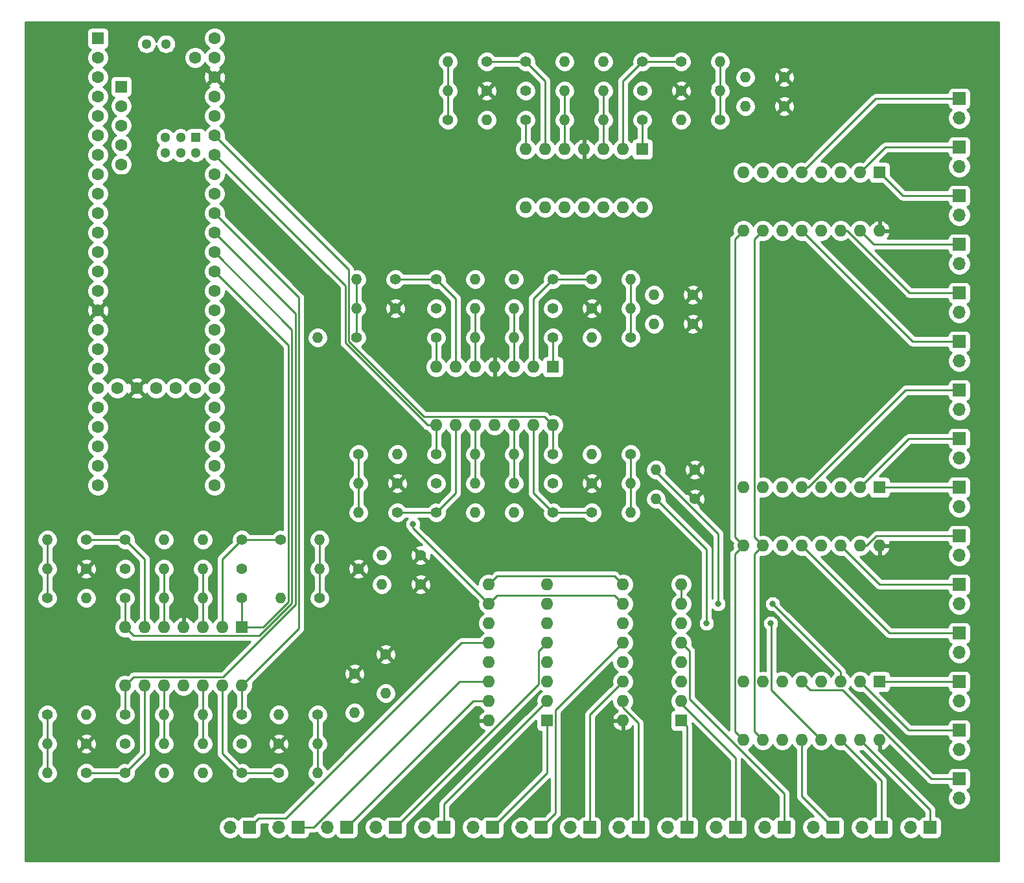
<source format=gbr>
%TF.GenerationSoftware,KiCad,Pcbnew,(5.1.8)-1*%
%TF.CreationDate,2021-02-10T16:30:01-05:00*%
%TF.ProjectId,PNG_PCB,504e475f-5043-4422-9e6b-696361645f70,rev?*%
%TF.SameCoordinates,Original*%
%TF.FileFunction,Copper,L1,Top*%
%TF.FilePolarity,Positive*%
%FSLAX46Y46*%
G04 Gerber Fmt 4.6, Leading zero omitted, Abs format (unit mm)*
G04 Created by KiCad (PCBNEW (5.1.8)-1) date 2021-02-10 16:30:01*
%MOMM*%
%LPD*%
G01*
G04 APERTURE LIST*
%TA.AperFunction,ComponentPad*%
%ADD10O,1.400000X1.400000*%
%TD*%
%TA.AperFunction,ComponentPad*%
%ADD11C,1.400000*%
%TD*%
%TA.AperFunction,ComponentPad*%
%ADD12O,1.700000X1.700000*%
%TD*%
%TA.AperFunction,ComponentPad*%
%ADD13R,1.700000X1.700000*%
%TD*%
%TA.AperFunction,ComponentPad*%
%ADD14O,1.600000X1.600000*%
%TD*%
%TA.AperFunction,ComponentPad*%
%ADD15R,1.600000X1.600000*%
%TD*%
%TA.AperFunction,ComponentPad*%
%ADD16C,1.300000*%
%TD*%
%TA.AperFunction,ComponentPad*%
%ADD17C,1.600000*%
%TD*%
%TA.AperFunction,ComponentPad*%
%ADD18R,1.300000X1.300000*%
%TD*%
%TA.AperFunction,ViaPad*%
%ADD19C,0.800000*%
%TD*%
%TA.AperFunction,Conductor*%
%ADD20C,0.250000*%
%TD*%
%TA.AperFunction,Conductor*%
%ADD21C,0.254000*%
%TD*%
%TA.AperFunction,Conductor*%
%ADD22C,0.100000*%
%TD*%
G04 APERTURE END LIST*
D10*
%TO.P,R66,2*%
%TO.N,/ampB2/V1*%
X224282000Y-51816000D03*
D11*
%TO.P,R66,1*%
%TO.N,+3V3*%
X229362000Y-51816000D03*
%TD*%
D10*
%TO.P,R59,2*%
%TO.N,/ampA2/V1*%
X224282000Y-55626000D03*
D11*
%TO.P,R59,1*%
%TO.N,+3V3*%
X229362000Y-55626000D03*
%TD*%
D10*
%TO.P,R52,2*%
%TO.N,/ampD1/V1*%
X212598000Y-103124000D03*
D11*
%TO.P,R52,1*%
%TO.N,+3V3*%
X217678000Y-103124000D03*
%TD*%
D10*
%TO.P,R45,2*%
%TO.N,/ampC1/V1*%
X212598000Y-106934000D03*
D11*
%TO.P,R45,1*%
%TO.N,+3V3*%
X217678000Y-106934000D03*
%TD*%
D10*
%TO.P,R38,2*%
%TO.N,/ampB1/V1*%
X212344000Y-80264000D03*
D11*
%TO.P,R38,1*%
%TO.N,+3V3*%
X217424000Y-80264000D03*
%TD*%
%TO.P,R31,1*%
%TO.N,+3V3*%
X217424000Y-84074000D03*
D10*
%TO.P,R31,2*%
%TO.N,/ampA1/V1*%
X212344000Y-84074000D03*
%TD*%
%TO.P,R24,2*%
%TO.N,/ampD0/V1*%
X173228000Y-134874000D03*
D11*
%TO.P,R24,1*%
%TO.N,+3V3*%
X173228000Y-129794000D03*
%TD*%
D10*
%TO.P,R17,2*%
%TO.N,/ampC0/V1*%
X177292000Y-132334000D03*
D11*
%TO.P,R17,1*%
%TO.N,+3V3*%
X177292000Y-127254000D03*
%TD*%
D10*
%TO.P,R10,2*%
%TO.N,/ampB0/V1*%
X176784000Y-114300000D03*
D11*
%TO.P,R10,1*%
%TO.N,+3V3*%
X181864000Y-114300000D03*
%TD*%
D10*
%TO.P,R3,2*%
%TO.N,/ampA0/V1*%
X176784000Y-118110000D03*
D11*
%TO.P,R3,1*%
%TO.N,+3V3*%
X181864000Y-118110000D03*
%TD*%
D12*
%TO.P,J30,2*%
%TO.N,GND*%
X252222000Y-63500000D03*
D13*
%TO.P,J30,1*%
%TO.N,/ampB2/mux2*%
X252222000Y-60960000D03*
%TD*%
D12*
%TO.P,J29,2*%
%TO.N,GND*%
X252222000Y-57150000D03*
D13*
%TO.P,J29,1*%
%TO.N,/ampB2/mux1*%
X252222000Y-54610000D03*
%TD*%
D12*
%TO.P,J28,2*%
%TO.N,GND*%
X252222000Y-69850000D03*
D13*
%TO.P,J28,1*%
%TO.N,/ampB2/mux0*%
X252222000Y-67310000D03*
%TD*%
D12*
%TO.P,J27,2*%
%TO.N,GND*%
X252222000Y-76200000D03*
D13*
%TO.P,J27,1*%
%TO.N,/ampA2/mux2*%
X252222000Y-73660000D03*
%TD*%
D12*
%TO.P,J26,2*%
%TO.N,GND*%
X252222000Y-82550000D03*
D13*
%TO.P,J26,1*%
%TO.N,/ampA2/mux1*%
X252222000Y-80010000D03*
%TD*%
D12*
%TO.P,J25,2*%
%TO.N,GND*%
X252222000Y-88900000D03*
D13*
%TO.P,J25,1*%
%TO.N,/ampA2/mux0*%
X252222000Y-86360000D03*
%TD*%
D12*
%TO.P,J24,2*%
%TO.N,GND*%
X252222000Y-139700000D03*
D13*
%TO.P,J24,1*%
%TO.N,/ampD1/mux2*%
X252222000Y-137160000D03*
%TD*%
D12*
%TO.P,J23,2*%
%TO.N,GND*%
X252222000Y-146050000D03*
D13*
%TO.P,J23,1*%
%TO.N,/ampD1/mux1*%
X252222000Y-143510000D03*
%TD*%
D12*
%TO.P,J22,2*%
%TO.N,GND*%
X252222000Y-133350000D03*
D13*
%TO.P,J22,1*%
%TO.N,/ampD1/mux0*%
X252222000Y-130810000D03*
%TD*%
D12*
%TO.P,J21,2*%
%TO.N,GND*%
X245872000Y-149860000D03*
D13*
%TO.P,J21,1*%
%TO.N,/ampC1/mux2*%
X248412000Y-149860000D03*
%TD*%
D12*
%TO.P,J20,2*%
%TO.N,GND*%
X239522000Y-149860000D03*
D13*
%TO.P,J20,1*%
%TO.N,/ampC1/mux1*%
X242062000Y-149860000D03*
%TD*%
D12*
%TO.P,J19,2*%
%TO.N,GND*%
X233172000Y-149860000D03*
D13*
%TO.P,J19,1*%
%TO.N,/ampC1/mux0*%
X235712000Y-149860000D03*
%TD*%
D12*
%TO.P,J18,2*%
%TO.N,GND*%
X252222000Y-101600000D03*
D13*
%TO.P,J18,1*%
%TO.N,/ampB1/mux2*%
X252222000Y-99060000D03*
%TD*%
D12*
%TO.P,J17,2*%
%TO.N,GND*%
X252222000Y-95250000D03*
D13*
%TO.P,J17,1*%
%TO.N,/ampB1/mux1*%
X252222000Y-92710000D03*
%TD*%
D12*
%TO.P,J16,2*%
%TO.N,GND*%
X252222000Y-107950000D03*
D13*
%TO.P,J16,1*%
%TO.N,/ampB1/mux0*%
X252222000Y-105410000D03*
%TD*%
D12*
%TO.P,J15,2*%
%TO.N,GND*%
X252222000Y-114300000D03*
D13*
%TO.P,J15,1*%
%TO.N,/ampA1/mux2*%
X252222000Y-111760000D03*
%TD*%
D12*
%TO.P,J14,2*%
%TO.N,GND*%
X252222000Y-120650000D03*
D13*
%TO.P,J14,1*%
%TO.N,/ampA1/mux1*%
X252222000Y-118110000D03*
%TD*%
D12*
%TO.P,J13,2*%
%TO.N,GND*%
X252222000Y-127000000D03*
D13*
%TO.P,J13,1*%
%TO.N,/ampA1/mux0*%
X252222000Y-124460000D03*
%TD*%
D12*
%TO.P,J12,2*%
%TO.N,GND*%
X220472000Y-149860000D03*
D13*
%TO.P,J12,1*%
%TO.N,/ampD0/mux2*%
X223012000Y-149860000D03*
%TD*%
D12*
%TO.P,J11,2*%
%TO.N,GND*%
X226822000Y-149860000D03*
D13*
%TO.P,J11,1*%
%TO.N,/ampD0/mux1*%
X229362000Y-149860000D03*
%TD*%
D12*
%TO.P,J10,2*%
%TO.N,GND*%
X214122000Y-149860000D03*
D13*
%TO.P,J10,1*%
%TO.N,/ampD0/mux0*%
X216662000Y-149860000D03*
%TD*%
D12*
%TO.P,J9,2*%
%TO.N,GND*%
X207772000Y-149860000D03*
D13*
%TO.P,J9,1*%
%TO.N,/ampC0/mux2*%
X210312000Y-149860000D03*
%TD*%
D12*
%TO.P,J8,2*%
%TO.N,GND*%
X201422000Y-149860000D03*
D13*
%TO.P,J8,1*%
%TO.N,/ampC0/mux1*%
X203962000Y-149860000D03*
%TD*%
D12*
%TO.P,J7,2*%
%TO.N,GND*%
X195072000Y-149860000D03*
D13*
%TO.P,J7,1*%
%TO.N,/ampC0/mux0*%
X197612000Y-149860000D03*
%TD*%
D12*
%TO.P,J6,2*%
%TO.N,GND*%
X182372000Y-149860000D03*
D13*
%TO.P,J6,1*%
%TO.N,/ampB0/mux2*%
X184912000Y-149860000D03*
%TD*%
D12*
%TO.P,J5,2*%
%TO.N,GND*%
X176022000Y-149860000D03*
D13*
%TO.P,J5,1*%
%TO.N,/ampB0/mux1*%
X178562000Y-149860000D03*
%TD*%
D12*
%TO.P,J4,2*%
%TO.N,GND*%
X188722000Y-149860000D03*
D13*
%TO.P,J4,1*%
%TO.N,/ampB0/mux0*%
X191262000Y-149860000D03*
%TD*%
D12*
%TO.P,J3,2*%
%TO.N,GND*%
X169672000Y-149860000D03*
D13*
%TO.P,J3,1*%
%TO.N,/ampA0/mux2*%
X172212000Y-149860000D03*
%TD*%
D12*
%TO.P,J2,2*%
%TO.N,GND*%
X163322000Y-149860000D03*
D13*
%TO.P,J2,1*%
%TO.N,/ampA0/mux1*%
X165862000Y-149860000D03*
%TD*%
D12*
%TO.P,J1,2*%
%TO.N,GND*%
X156972000Y-149860000D03*
D13*
%TO.P,J1,1*%
%TO.N,/ampA0/mux0*%
X159512000Y-149860000D03*
%TD*%
D14*
%TO.P,U9,14*%
%TO.N,N/C*%
X210820000Y-68834000D03*
%TO.P,U9,7*%
%TO.N,/ADC_IN_9*%
X195580000Y-61214000D03*
%TO.P,U9,13*%
%TO.N,N/C*%
X208280000Y-68834000D03*
%TO.P,U9,6*%
%TO.N,Net-(R68-Pad1)*%
X198120000Y-61214000D03*
%TO.P,U9,12*%
%TO.N,N/C*%
X205740000Y-68834000D03*
%TO.P,U9,5*%
%TO.N,Net-(R67-Pad2)*%
X200660000Y-61214000D03*
%TO.P,U9,11*%
%TO.N,GND*%
X203200000Y-68834000D03*
%TO.P,U9,4*%
%TO.N,+3V3*%
X203200000Y-61214000D03*
%TO.P,U9,10*%
%TO.N,N/C*%
X200660000Y-68834000D03*
%TO.P,U9,3*%
%TO.N,Net-(R60-Pad2)*%
X205740000Y-61214000D03*
%TO.P,U9,9*%
%TO.N,N/C*%
X198120000Y-68834000D03*
%TO.P,U9,2*%
%TO.N,Net-(R61-Pad1)*%
X208280000Y-61214000D03*
%TO.P,U9,8*%
%TO.N,N/C*%
X195580000Y-68834000D03*
D15*
%TO.P,U9,1*%
%TO.N,/ADC_IN_8*%
X210820000Y-61214000D03*
%TD*%
D14*
%TO.P,U8,16*%
%TO.N,+3V3*%
X241808000Y-71882000D03*
%TO.P,U8,8*%
%TO.N,GND*%
X224028000Y-64262000D03*
%TO.P,U8,15*%
%TO.N,/ampA2/mux2*%
X239268000Y-71882000D03*
%TO.P,U8,7*%
%TO.N,GND*%
X226568000Y-64262000D03*
%TO.P,U8,14*%
%TO.N,/ampA2/mux1*%
X236728000Y-71882000D03*
%TO.P,U8,6*%
%TO.N,GND*%
X229108000Y-64262000D03*
%TO.P,U8,13*%
%TO.N,/ampA2/V1*%
X234188000Y-71882000D03*
%TO.P,U8,5*%
%TO.N,/ampB2/mux1*%
X231648000Y-64262000D03*
%TO.P,U8,12*%
%TO.N,/ampA2/mux0*%
X231648000Y-71882000D03*
%TO.P,U8,4*%
%TO.N,Net-(U8-Pad4)*%
X234188000Y-64262000D03*
%TO.P,U8,11*%
%TO.N,Net-(U8-Pad11)*%
X229108000Y-71882000D03*
%TO.P,U8,3*%
%TO.N,/ampB2/V1*%
X236728000Y-64262000D03*
%TO.P,U8,10*%
%TO.N,/selA*%
X226568000Y-71882000D03*
%TO.P,U8,2*%
%TO.N,/ampB2/mux2*%
X239268000Y-64262000D03*
%TO.P,U8,9*%
%TO.N,/selB*%
X224028000Y-71882000D03*
D15*
%TO.P,U8,1*%
%TO.N,/ampB2/mux0*%
X241808000Y-64262000D03*
%TD*%
D14*
%TO.P,U7,16*%
%TO.N,+3V3*%
X241808000Y-138430000D03*
%TO.P,U7,8*%
%TO.N,GND*%
X224028000Y-130810000D03*
%TO.P,U7,15*%
%TO.N,/ampC1/mux2*%
X239268000Y-138430000D03*
%TO.P,U7,7*%
%TO.N,GND*%
X226568000Y-130810000D03*
%TO.P,U7,14*%
%TO.N,/ampC1/mux1*%
X236728000Y-138430000D03*
%TO.P,U7,6*%
%TO.N,GND*%
X229108000Y-130810000D03*
%TO.P,U7,13*%
%TO.N,/ampC1/V1*%
X234188000Y-138430000D03*
%TO.P,U7,5*%
%TO.N,/ampD1/mux1*%
X231648000Y-130810000D03*
%TO.P,U7,12*%
%TO.N,/ampC1/mux0*%
X231648000Y-138430000D03*
%TO.P,U7,4*%
%TO.N,Net-(U7-Pad4)*%
X234188000Y-130810000D03*
%TO.P,U7,11*%
%TO.N,Net-(U7-Pad11)*%
X229108000Y-138430000D03*
%TO.P,U7,3*%
%TO.N,/ampD1/V1*%
X236728000Y-130810000D03*
%TO.P,U7,10*%
%TO.N,/selA*%
X226568000Y-138430000D03*
%TO.P,U7,2*%
%TO.N,/ampD1/mux2*%
X239268000Y-130810000D03*
%TO.P,U7,9*%
%TO.N,/selB*%
X224028000Y-138430000D03*
D15*
%TO.P,U7,1*%
%TO.N,/ampD1/mux0*%
X241808000Y-130810000D03*
%TD*%
%TO.P,U6,1*%
%TO.N,/ADC_IN_4*%
X199136000Y-89662000D03*
D14*
%TO.P,U6,8*%
%TO.N,/ADC_IN_6*%
X183896000Y-97282000D03*
%TO.P,U6,2*%
%TO.N,Net-(R33-Pad1)*%
X196596000Y-89662000D03*
%TO.P,U6,9*%
%TO.N,Net-(R47-Pad1)*%
X186436000Y-97282000D03*
%TO.P,U6,3*%
%TO.N,Net-(R32-Pad2)*%
X194056000Y-89662000D03*
%TO.P,U6,10*%
%TO.N,Net-(R46-Pad2)*%
X188976000Y-97282000D03*
%TO.P,U6,4*%
%TO.N,+3V3*%
X191516000Y-89662000D03*
%TO.P,U6,11*%
%TO.N,GND*%
X191516000Y-97282000D03*
%TO.P,U6,5*%
%TO.N,Net-(R39-Pad2)*%
X188976000Y-89662000D03*
%TO.P,U6,12*%
%TO.N,Net-(R53-Pad2)*%
X194056000Y-97282000D03*
%TO.P,U6,6*%
%TO.N,Net-(R40-Pad1)*%
X186436000Y-89662000D03*
%TO.P,U6,13*%
%TO.N,Net-(R54-Pad1)*%
X196596000Y-97282000D03*
%TO.P,U6,7*%
%TO.N,/ADC_IN_5*%
X183896000Y-89662000D03*
%TO.P,U6,14*%
%TO.N,/ADC_IN_7*%
X199136000Y-97282000D03*
%TD*%
%TO.P,U5,16*%
%TO.N,+3V3*%
X241808000Y-113030000D03*
%TO.P,U5,8*%
%TO.N,GND*%
X224028000Y-105410000D03*
%TO.P,U5,15*%
%TO.N,/ampA1/mux2*%
X239268000Y-113030000D03*
%TO.P,U5,7*%
%TO.N,GND*%
X226568000Y-105410000D03*
%TO.P,U5,14*%
%TO.N,/ampA1/mux1*%
X236728000Y-113030000D03*
%TO.P,U5,6*%
%TO.N,GND*%
X229108000Y-105410000D03*
%TO.P,U5,13*%
%TO.N,/ampA1/V1*%
X234188000Y-113030000D03*
%TO.P,U5,5*%
%TO.N,/ampB1/mux1*%
X231648000Y-105410000D03*
%TO.P,U5,12*%
%TO.N,/ampA1/mux0*%
X231648000Y-113030000D03*
%TO.P,U5,4*%
%TO.N,Net-(U5-Pad4)*%
X234188000Y-105410000D03*
%TO.P,U5,11*%
%TO.N,Net-(U5-Pad11)*%
X229108000Y-113030000D03*
%TO.P,U5,3*%
%TO.N,/ampB1/V1*%
X236728000Y-105410000D03*
%TO.P,U5,10*%
%TO.N,/selA*%
X226568000Y-113030000D03*
%TO.P,U5,2*%
%TO.N,/ampB1/mux2*%
X239268000Y-105410000D03*
%TO.P,U5,9*%
%TO.N,/selB*%
X224028000Y-113030000D03*
D15*
%TO.P,U5,1*%
%TO.N,/ampB1/mux0*%
X241808000Y-105410000D03*
%TD*%
D14*
%TO.P,U4,16*%
%TO.N,+3V3*%
X208280000Y-135890000D03*
%TO.P,U4,8*%
%TO.N,GND*%
X215900000Y-118110000D03*
%TO.P,U4,15*%
%TO.N,/ampC0/mux2*%
X208280000Y-133350000D03*
%TO.P,U4,7*%
%TO.N,GND*%
X215900000Y-120650000D03*
%TO.P,U4,14*%
%TO.N,/ampC0/mux1*%
X208280000Y-130810000D03*
%TO.P,U4,6*%
%TO.N,GND*%
X215900000Y-123190000D03*
%TO.P,U4,13*%
%TO.N,/ampC0/V1*%
X208280000Y-128270000D03*
%TO.P,U4,5*%
%TO.N,/ampD0/mux1*%
X215900000Y-125730000D03*
%TO.P,U4,12*%
%TO.N,/ampC0/mux0*%
X208280000Y-125730000D03*
%TO.P,U4,4*%
%TO.N,Net-(U4-Pad4)*%
X215900000Y-128270000D03*
%TO.P,U4,11*%
%TO.N,Net-(U4-Pad11)*%
X208280000Y-123190000D03*
%TO.P,U4,3*%
%TO.N,/ampD0/V1*%
X215900000Y-130810000D03*
%TO.P,U4,10*%
%TO.N,/selA*%
X208280000Y-120650000D03*
%TO.P,U4,2*%
%TO.N,/ampD0/mux2*%
X215900000Y-133350000D03*
%TO.P,U4,9*%
%TO.N,/selB*%
X208280000Y-118110000D03*
D15*
%TO.P,U4,1*%
%TO.N,/ampD0/mux0*%
X215900000Y-135890000D03*
%TD*%
D14*
%TO.P,U3,14*%
%TO.N,/ADC_IN_3*%
X158496000Y-131318000D03*
%TO.P,U3,7*%
%TO.N,/ADC_IN_1*%
X143256000Y-123698000D03*
%TO.P,U3,13*%
%TO.N,Net-(R26-Pad1)*%
X155956000Y-131318000D03*
%TO.P,U3,6*%
%TO.N,Net-(R12-Pad1)*%
X145796000Y-123698000D03*
%TO.P,U3,12*%
%TO.N,Net-(R25-Pad2)*%
X153416000Y-131318000D03*
%TO.P,U3,5*%
%TO.N,Net-(R11-Pad2)*%
X148336000Y-123698000D03*
%TO.P,U3,11*%
%TO.N,GND*%
X150876000Y-131318000D03*
%TO.P,U3,4*%
%TO.N,+3V3*%
X150876000Y-123698000D03*
%TO.P,U3,10*%
%TO.N,Net-(R18-Pad2)*%
X148336000Y-131318000D03*
%TO.P,U3,3*%
%TO.N,Net-(R4-Pad2)*%
X153416000Y-123698000D03*
%TO.P,U3,9*%
%TO.N,Net-(R19-Pad1)*%
X145796000Y-131318000D03*
%TO.P,U3,2*%
%TO.N,Net-(R5-Pad1)*%
X155956000Y-123698000D03*
%TO.P,U3,8*%
%TO.N,/ADC_IN_2*%
X143256000Y-131318000D03*
D15*
%TO.P,U3,1*%
%TO.N,/ADC_IN_0*%
X158496000Y-123698000D03*
%TD*%
D14*
%TO.P,U2,16*%
%TO.N,+3V3*%
X190754000Y-135890000D03*
%TO.P,U2,8*%
%TO.N,GND*%
X198374000Y-118110000D03*
%TO.P,U2,15*%
%TO.N,/ampA0/mux2*%
X190754000Y-133350000D03*
%TO.P,U2,7*%
%TO.N,GND*%
X198374000Y-120650000D03*
%TO.P,U2,14*%
%TO.N,/ampA0/mux1*%
X190754000Y-130810000D03*
%TO.P,U2,6*%
%TO.N,GND*%
X198374000Y-123190000D03*
%TO.P,U2,13*%
%TO.N,/ampA0/V1*%
X190754000Y-128270000D03*
%TO.P,U2,5*%
%TO.N,/ampB0/mux1*%
X198374000Y-125730000D03*
%TO.P,U2,12*%
%TO.N,/ampA0/mux0*%
X190754000Y-125730000D03*
%TO.P,U2,4*%
%TO.N,Net-(U2-Pad4)*%
X198374000Y-128270000D03*
%TO.P,U2,11*%
%TO.N,Net-(U2-Pad11)*%
X190754000Y-123190000D03*
%TO.P,U2,3*%
%TO.N,/ampB0/V1*%
X198374000Y-130810000D03*
%TO.P,U2,10*%
%TO.N,/selA*%
X190754000Y-120650000D03*
%TO.P,U2,2*%
%TO.N,/ampB0/mux2*%
X198374000Y-133350000D03*
%TO.P,U2,9*%
%TO.N,/selB*%
X190754000Y-118110000D03*
D15*
%TO.P,U2,1*%
%TO.N,/ampB0/mux0*%
X198374000Y-135890000D03*
%TD*%
D16*
%TO.P,U1,66*%
%TO.N,Net-(U1-Pad66)*%
X148590000Y-47466000D03*
%TO.P,U1,67*%
%TO.N,Net-(U1-Pad67)*%
X146050000Y-47466000D03*
D17*
%TO.P,U1,54*%
%TO.N,Net-(U1-Pad54)*%
X152400000Y-92456000D03*
%TO.P,U1,53*%
%TO.N,Net-(U1-Pad53)*%
X149860000Y-92456000D03*
%TO.P,U1,52*%
%TO.N,GND*%
X147320000Y-92456000D03*
%TO.P,U1,51*%
%TO.N,+3V3*%
X144780000Y-92456000D03*
%TO.P,U1,50*%
%TO.N,Net-(U1-Pad50)*%
X142240000Y-92456000D03*
D16*
%TO.P,U1,62*%
%TO.N,Net-(U1-Pad62)*%
X148501600Y-59706000D03*
%TO.P,U1,63*%
%TO.N,Net-(U1-Pad63)*%
X148501600Y-61706000D03*
%TO.P,U1,64*%
%TO.N,Net-(U1-Pad64)*%
X150501600Y-61706000D03*
%TO.P,U1,61*%
%TO.N,Net-(U1-Pad61)*%
X150501600Y-59706000D03*
%TO.P,U1,65*%
%TO.N,Net-(U1-Pad65)*%
X152501600Y-61706000D03*
D18*
%TO.P,U1,60*%
%TO.N,Net-(U1-Pad60)*%
X152501600Y-59706000D03*
D17*
%TO.P,U1,17*%
%TO.N,Net-(U1-Pad17)*%
X139700000Y-87376000D03*
%TO.P,U1,18*%
%TO.N,Net-(U1-Pad18)*%
X139700000Y-89916000D03*
%TO.P,U1,19*%
%TO.N,Net-(U1-Pad19)*%
X139700000Y-92456000D03*
%TO.P,U1,20*%
%TO.N,Net-(U1-Pad20)*%
X139700000Y-94996000D03*
%TO.P,U1,16*%
%TO.N,Net-(U1-Pad16)*%
X139700000Y-84836000D03*
%TO.P,U1,15*%
%TO.N,+3V3*%
X139700000Y-82296000D03*
%TO.P,U1,14*%
%TO.N,Net-(U1-Pad14)*%
X139700000Y-79756000D03*
%TO.P,U1,21*%
%TO.N,Net-(U1-Pad21)*%
X139700000Y-97536000D03*
%TO.P,U1,22*%
%TO.N,/selA*%
X139700000Y-100076000D03*
%TO.P,U1,23*%
%TO.N,/selB*%
X139700000Y-102616000D03*
%TO.P,U1,24*%
%TO.N,Net-(U1-Pad24)*%
X139700000Y-105156000D03*
%TO.P,U1,25*%
%TO.N,Net-(U1-Pad25)*%
X154940000Y-105156000D03*
%TO.P,U1,26*%
%TO.N,Net-(U1-Pad26)*%
X154940000Y-102616000D03*
%TO.P,U1,27*%
%TO.N,Net-(U1-Pad27)*%
X154940000Y-100076000D03*
%TO.P,U1,28*%
%TO.N,Net-(U1-Pad28)*%
X154940000Y-97536000D03*
%TO.P,U1,29*%
%TO.N,Net-(U1-Pad29)*%
X154940000Y-94996000D03*
%TO.P,U1,30*%
%TO.N,Net-(U1-Pad30)*%
X154940000Y-92456000D03*
%TO.P,U1,31*%
%TO.N,Net-(U1-Pad31)*%
X154940000Y-89916000D03*
%TO.P,U1,32*%
%TO.N,Net-(U1-Pad32)*%
X154940000Y-87376000D03*
%TO.P,U1,33*%
%TO.N,Net-(U1-Pad33)*%
X154940000Y-84836000D03*
%TO.P,U1,34*%
%TO.N,Net-(U1-Pad34)*%
X154940000Y-82296000D03*
%TO.P,U1,13*%
%TO.N,Net-(U1-Pad13)*%
X139700000Y-77216000D03*
%TO.P,U1,12*%
%TO.N,Net-(U1-Pad12)*%
X139700000Y-74676000D03*
%TO.P,U1,11*%
%TO.N,Net-(U1-Pad11)*%
X139700000Y-72136000D03*
%TO.P,U1,10*%
%TO.N,Net-(U1-Pad10)*%
X139700000Y-69596000D03*
%TO.P,U1,9*%
%TO.N,Net-(U1-Pad9)*%
X139700000Y-67056000D03*
%TO.P,U1,8*%
%TO.N,Net-(U1-Pad8)*%
X139700000Y-64516000D03*
%TO.P,U1,7*%
%TO.N,Net-(U1-Pad7)*%
X139700000Y-61976000D03*
%TO.P,U1,6*%
%TO.N,Net-(U1-Pad6)*%
X139700000Y-59436000D03*
%TO.P,U1,5*%
%TO.N,Net-(U1-Pad5)*%
X139700000Y-56896000D03*
%TO.P,U1,4*%
%TO.N,Net-(U1-Pad4)*%
X139700000Y-54356000D03*
%TO.P,U1,3*%
%TO.N,Net-(U1-Pad3)*%
X139700000Y-51816000D03*
%TO.P,U1,2*%
%TO.N,Net-(U1-Pad2)*%
X139700000Y-49276000D03*
D15*
%TO.P,U1,1*%
%TO.N,GND*%
X139700000Y-46736000D03*
D17*
%TO.P,U1,35*%
%TO.N,Net-(U1-Pad35)*%
X154940000Y-79756000D03*
%TO.P,U1,36*%
%TO.N,/ADC_IN_0*%
X154940000Y-77216000D03*
%TO.P,U1,37*%
%TO.N,/ADC_IN_1*%
X154940000Y-74676000D03*
%TO.P,U1,38*%
%TO.N,/ADC_IN_2*%
X154940000Y-72136000D03*
%TO.P,U1,39*%
%TO.N,/ADC_IN_3*%
X154940000Y-69596000D03*
%TO.P,U1,40*%
%TO.N,/ADC_IN_4*%
X154940000Y-67056000D03*
%TO.P,U1,41*%
%TO.N,/ADC_IN_5*%
X154940000Y-64516000D03*
%TO.P,U1,42*%
%TO.N,/ADC_IN_6*%
X154940000Y-61976000D03*
%TO.P,U1,43*%
%TO.N,/ADC_IN_7*%
X154940000Y-59436000D03*
%TO.P,U1,44*%
%TO.N,/ADC_IN_8*%
X154940000Y-56896000D03*
%TO.P,U1,45*%
%TO.N,/ADC_IN_9*%
X154940000Y-54356000D03*
%TO.P,U1,46*%
%TO.N,+3V3*%
X154940000Y-51816000D03*
%TO.P,U1,47*%
%TO.N,GND*%
X154940000Y-49276000D03*
%TO.P,U1,48*%
%TO.N,Net-(U1-Pad48)*%
X154940000Y-46736000D03*
D15*
%TO.P,U1,55*%
%TO.N,Net-(U1-Pad55)*%
X142750800Y-53035200D03*
D17*
%TO.P,U1,56*%
%TO.N,Net-(U1-Pad56)*%
X142750800Y-55575200D03*
%TO.P,U1,57*%
%TO.N,Net-(U1-Pad57)*%
X142750800Y-58115200D03*
%TO.P,U1,58*%
%TO.N,GND*%
X142750800Y-60655200D03*
%TO.P,U1,59*%
X142750800Y-63195200D03*
%TO.P,U1,49*%
%TO.N,Net-(U1-Pad49)*%
X152400000Y-49276000D03*
%TD*%
D10*
%TO.P,R70,2*%
%TO.N,Net-(R67-Pad2)*%
X200660000Y-57404000D03*
D11*
%TO.P,R70,1*%
%TO.N,/ADC_IN_9*%
X195580000Y-57404000D03*
%TD*%
D10*
%TO.P,R69,2*%
%TO.N,GND*%
X200660000Y-49784000D03*
D11*
%TO.P,R69,1*%
%TO.N,Net-(R68-Pad1)*%
X195580000Y-49784000D03*
%TD*%
D10*
%TO.P,R68,2*%
%TO.N,/ampB2/V2*%
X185420000Y-49784000D03*
D11*
%TO.P,R68,1*%
%TO.N,Net-(R68-Pad1)*%
X190500000Y-49784000D03*
%TD*%
D10*
%TO.P,R67,2*%
%TO.N,Net-(R67-Pad2)*%
X200660000Y-53594000D03*
D11*
%TO.P,R67,1*%
%TO.N,/ampB2/V1*%
X195580000Y-53594000D03*
%TD*%
D10*
%TO.P,R65,2*%
%TO.N,GND*%
X190500000Y-57404000D03*
D11*
%TO.P,R65,1*%
%TO.N,/ampB2/V2*%
X185420000Y-57404000D03*
%TD*%
D10*
%TO.P,R64,2*%
%TO.N,/ampB2/V2*%
X185420000Y-53594000D03*
D11*
%TO.P,R64,1*%
%TO.N,+3V3*%
X190500000Y-53594000D03*
%TD*%
D10*
%TO.P,R63,2*%
%TO.N,Net-(R60-Pad2)*%
X205740000Y-57404000D03*
D11*
%TO.P,R63,1*%
%TO.N,/ADC_IN_8*%
X210820000Y-57404000D03*
%TD*%
D10*
%TO.P,R62,2*%
%TO.N,GND*%
X205740000Y-49784000D03*
D11*
%TO.P,R62,1*%
%TO.N,Net-(R61-Pad1)*%
X210820000Y-49784000D03*
%TD*%
D10*
%TO.P,R61,2*%
%TO.N,/ampA2/V2*%
X220980000Y-49784000D03*
D11*
%TO.P,R61,1*%
%TO.N,Net-(R61-Pad1)*%
X215900000Y-49784000D03*
%TD*%
D10*
%TO.P,R60,2*%
%TO.N,Net-(R60-Pad2)*%
X205740000Y-53594000D03*
D11*
%TO.P,R60,1*%
%TO.N,/ampA2/V1*%
X210820000Y-53594000D03*
%TD*%
D10*
%TO.P,R58,2*%
%TO.N,GND*%
X215900000Y-57404000D03*
D11*
%TO.P,R58,1*%
%TO.N,/ampA2/V2*%
X220980000Y-57404000D03*
%TD*%
D10*
%TO.P,R57,2*%
%TO.N,/ampA2/V2*%
X220980000Y-53594000D03*
D11*
%TO.P,R57,1*%
%TO.N,+3V3*%
X215900000Y-53594000D03*
%TD*%
%TO.P,R56,1*%
%TO.N,/ADC_IN_7*%
X199136000Y-101092000D03*
D10*
%TO.P,R56,2*%
%TO.N,Net-(R53-Pad2)*%
X194056000Y-101092000D03*
%TD*%
D11*
%TO.P,R55,1*%
%TO.N,Net-(R54-Pad1)*%
X199136000Y-108712000D03*
D10*
%TO.P,R55,2*%
%TO.N,GND*%
X194056000Y-108712000D03*
%TD*%
D11*
%TO.P,R54,1*%
%TO.N,Net-(R54-Pad1)*%
X204216000Y-108712000D03*
D10*
%TO.P,R54,2*%
%TO.N,/ampD1/V2*%
X209296000Y-108712000D03*
%TD*%
D11*
%TO.P,R53,1*%
%TO.N,/ampD1/V1*%
X199136000Y-104902000D03*
D10*
%TO.P,R53,2*%
%TO.N,Net-(R53-Pad2)*%
X194056000Y-104902000D03*
%TD*%
D11*
%TO.P,R51,1*%
%TO.N,/ampD1/V2*%
X209296000Y-101092000D03*
D10*
%TO.P,R51,2*%
%TO.N,GND*%
X204216000Y-101092000D03*
%TD*%
D11*
%TO.P,R50,1*%
%TO.N,+3V3*%
X204216000Y-104902000D03*
D10*
%TO.P,R50,2*%
%TO.N,/ampD1/V2*%
X209296000Y-104902000D03*
%TD*%
D11*
%TO.P,R49,1*%
%TO.N,/ADC_IN_6*%
X183896000Y-101092000D03*
D10*
%TO.P,R49,2*%
%TO.N,Net-(R46-Pad2)*%
X188976000Y-101092000D03*
%TD*%
D11*
%TO.P,R48,1*%
%TO.N,Net-(R47-Pad1)*%
X183896000Y-108712000D03*
D10*
%TO.P,R48,2*%
%TO.N,GND*%
X188976000Y-108712000D03*
%TD*%
D11*
%TO.P,R47,1*%
%TO.N,Net-(R47-Pad1)*%
X178816000Y-108712000D03*
D10*
%TO.P,R47,2*%
%TO.N,/ampC1/V2*%
X173736000Y-108712000D03*
%TD*%
D11*
%TO.P,R46,1*%
%TO.N,/ampC1/V1*%
X183896000Y-104902000D03*
D10*
%TO.P,R46,2*%
%TO.N,Net-(R46-Pad2)*%
X188976000Y-104902000D03*
%TD*%
D11*
%TO.P,R44,1*%
%TO.N,/ampC1/V2*%
X173736000Y-101092000D03*
D10*
%TO.P,R44,2*%
%TO.N,GND*%
X178816000Y-101092000D03*
%TD*%
D11*
%TO.P,R43,1*%
%TO.N,+3V3*%
X178816000Y-104902000D03*
D10*
%TO.P,R43,2*%
%TO.N,/ampC1/V2*%
X173736000Y-104902000D03*
%TD*%
D11*
%TO.P,R42,1*%
%TO.N,/ADC_IN_5*%
X183896000Y-85852000D03*
D10*
%TO.P,R42,2*%
%TO.N,Net-(R39-Pad2)*%
X188976000Y-85852000D03*
%TD*%
D11*
%TO.P,R41,1*%
%TO.N,Net-(R40-Pad1)*%
X183896000Y-78232000D03*
D10*
%TO.P,R41,2*%
%TO.N,GND*%
X188976000Y-78232000D03*
%TD*%
D11*
%TO.P,R40,1*%
%TO.N,Net-(R40-Pad1)*%
X178562000Y-78232000D03*
D10*
%TO.P,R40,2*%
%TO.N,/ampB1/V2*%
X173482000Y-78232000D03*
%TD*%
D11*
%TO.P,R39,1*%
%TO.N,/ampB1/V1*%
X183896000Y-82042000D03*
D10*
%TO.P,R39,2*%
%TO.N,Net-(R39-Pad2)*%
X188976000Y-82042000D03*
%TD*%
D11*
%TO.P,R37,1*%
%TO.N,/ampB1/V2*%
X173482000Y-85852000D03*
D10*
%TO.P,R37,2*%
%TO.N,GND*%
X168402000Y-85852000D03*
%TD*%
D11*
%TO.P,R36,1*%
%TO.N,+3V3*%
X178562000Y-82042000D03*
D10*
%TO.P,R36,2*%
%TO.N,/ampB1/V2*%
X173482000Y-82042000D03*
%TD*%
D11*
%TO.P,R35,1*%
%TO.N,/ADC_IN_4*%
X199136000Y-85852000D03*
D10*
%TO.P,R35,2*%
%TO.N,Net-(R32-Pad2)*%
X194056000Y-85852000D03*
%TD*%
D11*
%TO.P,R34,1*%
%TO.N,Net-(R33-Pad1)*%
X199136000Y-78232000D03*
D10*
%TO.P,R34,2*%
%TO.N,GND*%
X194056000Y-78232000D03*
%TD*%
D11*
%TO.P,R33,1*%
%TO.N,Net-(R33-Pad1)*%
X204216000Y-78232000D03*
D10*
%TO.P,R33,2*%
%TO.N,/ampA1/V2*%
X209296000Y-78232000D03*
%TD*%
D11*
%TO.P,R32,1*%
%TO.N,/ampA1/V1*%
X199136000Y-82042000D03*
D10*
%TO.P,R32,2*%
%TO.N,Net-(R32-Pad2)*%
X194056000Y-82042000D03*
%TD*%
D11*
%TO.P,R30,1*%
%TO.N,/ampA1/V2*%
X209296000Y-85852000D03*
D10*
%TO.P,R30,2*%
%TO.N,GND*%
X204216000Y-85852000D03*
%TD*%
D11*
%TO.P,R29,1*%
%TO.N,+3V3*%
X204216000Y-82042000D03*
D10*
%TO.P,R29,2*%
%TO.N,/ampA1/V2*%
X209296000Y-82042000D03*
%TD*%
%TO.P,R28,2*%
%TO.N,Net-(R25-Pad2)*%
X153416000Y-135128000D03*
D11*
%TO.P,R28,1*%
%TO.N,/ADC_IN_3*%
X158496000Y-135128000D03*
%TD*%
D10*
%TO.P,R27,2*%
%TO.N,GND*%
X153416000Y-142748000D03*
D11*
%TO.P,R27,1*%
%TO.N,Net-(R26-Pad1)*%
X158496000Y-142748000D03*
%TD*%
D10*
%TO.P,R26,2*%
%TO.N,/ampD0/V2*%
X168402000Y-142748000D03*
D11*
%TO.P,R26,1*%
%TO.N,Net-(R26-Pad1)*%
X163322000Y-142748000D03*
%TD*%
D10*
%TO.P,R25,2*%
%TO.N,Net-(R25-Pad2)*%
X153416000Y-138938000D03*
D11*
%TO.P,R25,1*%
%TO.N,/ampD0/V1*%
X158496000Y-138938000D03*
%TD*%
D10*
%TO.P,R23,2*%
%TO.N,GND*%
X163322000Y-135128000D03*
D11*
%TO.P,R23,1*%
%TO.N,/ampD0/V2*%
X168402000Y-135128000D03*
%TD*%
D10*
%TO.P,R22,2*%
%TO.N,/ampD0/V2*%
X168402000Y-138938000D03*
D11*
%TO.P,R22,1*%
%TO.N,+3V3*%
X163322000Y-138938000D03*
%TD*%
D10*
%TO.P,R21,2*%
%TO.N,Net-(R18-Pad2)*%
X148336000Y-135128000D03*
D11*
%TO.P,R21,1*%
%TO.N,/ADC_IN_2*%
X143256000Y-135128000D03*
%TD*%
D10*
%TO.P,R20,2*%
%TO.N,GND*%
X148336000Y-142748000D03*
D11*
%TO.P,R20,1*%
%TO.N,Net-(R19-Pad1)*%
X143256000Y-142748000D03*
%TD*%
D10*
%TO.P,R19,2*%
%TO.N,/ampC0/V2*%
X133096000Y-142748000D03*
D11*
%TO.P,R19,1*%
%TO.N,Net-(R19-Pad1)*%
X138176000Y-142748000D03*
%TD*%
D10*
%TO.P,R18,2*%
%TO.N,Net-(R18-Pad2)*%
X148336000Y-138938000D03*
D11*
%TO.P,R18,1*%
%TO.N,/ampC0/V1*%
X143256000Y-138938000D03*
%TD*%
D10*
%TO.P,R16,2*%
%TO.N,GND*%
X138176000Y-135128000D03*
D11*
%TO.P,R16,1*%
%TO.N,/ampC0/V2*%
X133096000Y-135128000D03*
%TD*%
D10*
%TO.P,R15,2*%
%TO.N,/ampC0/V2*%
X133096000Y-138938000D03*
D11*
%TO.P,R15,1*%
%TO.N,+3V3*%
X138176000Y-138938000D03*
%TD*%
D10*
%TO.P,R14,2*%
%TO.N,Net-(R11-Pad2)*%
X148336000Y-119888000D03*
D11*
%TO.P,R14,1*%
%TO.N,/ADC_IN_1*%
X143256000Y-119888000D03*
%TD*%
D10*
%TO.P,R13,2*%
%TO.N,GND*%
X148336000Y-112268000D03*
D11*
%TO.P,R13,1*%
%TO.N,Net-(R12-Pad1)*%
X143256000Y-112268000D03*
%TD*%
D10*
%TO.P,R12,2*%
%TO.N,/ampB0/V2*%
X133096000Y-112268000D03*
D11*
%TO.P,R12,1*%
%TO.N,Net-(R12-Pad1)*%
X138176000Y-112268000D03*
%TD*%
D10*
%TO.P,R11,2*%
%TO.N,Net-(R11-Pad2)*%
X148336000Y-116078000D03*
D11*
%TO.P,R11,1*%
%TO.N,/ampB0/V1*%
X143256000Y-116078000D03*
%TD*%
D10*
%TO.P,R9,2*%
%TO.N,GND*%
X138176000Y-119888000D03*
D11*
%TO.P,R9,1*%
%TO.N,/ampB0/V2*%
X133096000Y-119888000D03*
%TD*%
D10*
%TO.P,R8,2*%
%TO.N,/ampB0/V2*%
X133096000Y-116078000D03*
D11*
%TO.P,R8,1*%
%TO.N,+3V3*%
X138176000Y-116078000D03*
%TD*%
D10*
%TO.P,R7,2*%
%TO.N,Net-(R4-Pad2)*%
X153416000Y-119888000D03*
D11*
%TO.P,R7,1*%
%TO.N,/ADC_IN_0*%
X158496000Y-119888000D03*
%TD*%
D10*
%TO.P,R6,2*%
%TO.N,GND*%
X153416000Y-112268000D03*
D11*
%TO.P,R6,1*%
%TO.N,Net-(R5-Pad1)*%
X158496000Y-112268000D03*
%TD*%
D10*
%TO.P,R5,2*%
%TO.N,/ampA0/V2*%
X168656000Y-112268000D03*
D11*
%TO.P,R5,1*%
%TO.N,Net-(R5-Pad1)*%
X163576000Y-112268000D03*
%TD*%
D10*
%TO.P,R4,2*%
%TO.N,Net-(R4-Pad2)*%
X153416000Y-116078000D03*
D11*
%TO.P,R4,1*%
%TO.N,/ampA0/V1*%
X158496000Y-116078000D03*
%TD*%
D10*
%TO.P,R2,2*%
%TO.N,GND*%
X163576000Y-119888000D03*
D11*
%TO.P,R2,1*%
%TO.N,/ampA0/V2*%
X168656000Y-119888000D03*
%TD*%
D10*
%TO.P,R1,2*%
%TO.N,/ampA0/V2*%
X168656000Y-116078000D03*
D11*
%TO.P,R1,1*%
%TO.N,+3V3*%
X173736000Y-116078000D03*
%TD*%
D19*
%TO.N,/ampC1/V1*%
X227584000Y-123190000D03*
X219202000Y-123190000D03*
%TO.N,/ampD1/V1*%
X227838000Y-120650000D03*
X220726000Y-120650000D03*
%TO.N,/selA*%
X180848000Y-110236000D03*
%TD*%
D20*
%TO.N,GND*%
X215900000Y-118110000D02*
X215900000Y-120650000D01*
%TO.N,/ampA0/mux0*%
X160687001Y-148684999D02*
X159512000Y-149860000D01*
X164249999Y-148684999D02*
X160687001Y-148684999D01*
X187204998Y-125730000D02*
X164249999Y-148684999D01*
X190754000Y-125730000D02*
X187204998Y-125730000D01*
%TO.N,/ampA0/mux1*%
X167932998Y-149860000D02*
X165862000Y-149860000D01*
X186982998Y-130810000D02*
X167932998Y-149860000D01*
X190754000Y-130810000D02*
X186982998Y-130810000D01*
%TO.N,/ampA0/mux2*%
X188722000Y-133350000D02*
X172212000Y-149860000D01*
X190754000Y-133350000D02*
X188722000Y-133350000D01*
%TO.N,/ampA0/V2*%
X168656000Y-112268000D02*
X168656000Y-119888000D01*
%TO.N,/ADC_IN_0*%
X161283002Y-123698000D02*
X158496000Y-123698000D01*
X164601001Y-120380001D02*
X161283002Y-123698000D01*
X164601001Y-86877001D02*
X164601001Y-120380001D01*
X154940000Y-77216000D02*
X164601001Y-86877001D01*
X158496000Y-119888000D02*
X158496000Y-123698000D01*
%TO.N,/ampB0/mux0*%
X198374000Y-142748000D02*
X191262000Y-149860000D01*
X198374000Y-135890000D02*
X198374000Y-142748000D01*
%TO.N,/ampB0/mux1*%
X197248999Y-131173001D02*
X178562000Y-149860000D01*
X197248999Y-126855001D02*
X197248999Y-131173001D01*
X198374000Y-125730000D02*
X197248999Y-126855001D01*
%TO.N,/ampB0/mux2*%
X184912000Y-146812000D02*
X184912000Y-149860000D01*
X198374000Y-133350000D02*
X184912000Y-146812000D01*
%TO.N,/ampB0/V2*%
X133096000Y-112268000D02*
X133096000Y-116078000D01*
X133096000Y-116078000D02*
X133096000Y-119888000D01*
%TO.N,/ADC_IN_1*%
X143256000Y-119888000D02*
X143256000Y-123698000D01*
X144381001Y-124823001D02*
X143256000Y-123698000D01*
X160794411Y-124823001D02*
X144381001Y-124823001D01*
X165051010Y-120566402D02*
X160794411Y-124823001D01*
X165051010Y-84787010D02*
X165051010Y-120566402D01*
X154940000Y-74676000D02*
X165051010Y-84787010D01*
%TO.N,/ampC0/mux0*%
X199499001Y-134510999D02*
X208280000Y-125730000D01*
X199499001Y-147972999D02*
X199499001Y-134510999D01*
X197612000Y-149860000D02*
X199499001Y-147972999D01*
%TO.N,/ampC0/mux1*%
X203962000Y-135128000D02*
X208280000Y-130810000D01*
X203962000Y-149860000D02*
X203962000Y-135128000D01*
%TO.N,/ampC0/mux2*%
X208280000Y-134224998D02*
X208280000Y-133350000D01*
X210312000Y-136256998D02*
X208280000Y-134224998D01*
X210312000Y-149860000D02*
X210312000Y-136256998D01*
%TO.N,/ampC0/V2*%
X133096000Y-135128000D02*
X133096000Y-142748000D01*
%TO.N,/ADC_IN_2*%
X143256000Y-131318000D02*
X143256000Y-135128000D01*
X144381001Y-130192999D02*
X143256000Y-131318000D01*
X156060823Y-130192999D02*
X144381001Y-130192999D01*
X165501019Y-120752803D02*
X156060823Y-130192999D01*
X165501019Y-82697019D02*
X165501019Y-120752803D01*
X154940000Y-72136000D02*
X165501019Y-82697019D01*
%TO.N,/ampD0/mux0*%
X216662000Y-136652000D02*
X215900000Y-135890000D01*
X216662000Y-149860000D02*
X216662000Y-136652000D01*
%TO.N,/ampD0/mux1*%
X217025001Y-133092003D02*
X217025001Y-126855001D01*
X217025001Y-126855001D02*
X215900000Y-125730000D01*
X229362000Y-145429002D02*
X217025001Y-133092003D01*
X229362000Y-149860000D02*
X229362000Y-145429002D01*
%TO.N,/ampD0/mux2*%
X215900000Y-133704998D02*
X215900000Y-133350000D01*
X223012000Y-140816998D02*
X215900000Y-133704998D01*
X223012000Y-149860000D02*
X223012000Y-140816998D01*
%TO.N,/ampD0/V2*%
X168402000Y-142748000D02*
X168402000Y-135128000D01*
%TO.N,/ADC_IN_3*%
X158496000Y-131318000D02*
X158496000Y-135128000D01*
X165951029Y-80607029D02*
X154940000Y-69596000D01*
X165951029Y-123862971D02*
X165951029Y-80607029D01*
X158496000Y-131318000D02*
X165951029Y-123862971D01*
%TO.N,/ampA1/mux0*%
X243078000Y-124460000D02*
X231648000Y-113030000D01*
X252222000Y-124460000D02*
X243078000Y-124460000D01*
%TO.N,/ampA1/mux1*%
X241808000Y-118110000D02*
X236728000Y-113030000D01*
X252222000Y-118110000D02*
X241808000Y-118110000D01*
%TO.N,/ampA1/mux2*%
X240142998Y-113030000D02*
X239268000Y-113030000D01*
X241412998Y-111760000D02*
X240142998Y-113030000D01*
X252222000Y-111760000D02*
X241412998Y-111760000D01*
%TO.N,/ampA1/V2*%
X209296000Y-78232000D02*
X209296000Y-82042000D01*
X209296000Y-82042000D02*
X209296000Y-85852000D01*
%TO.N,/ADC_IN_4*%
X199136000Y-85852000D02*
X199136000Y-89662000D01*
%TO.N,/ampB1/mux0*%
X252222000Y-105410000D02*
X241808000Y-105410000D01*
%TO.N,/ampB1/mux1*%
X232522998Y-105410000D02*
X231648000Y-105410000D01*
X245222998Y-92710000D02*
X232522998Y-105410000D01*
X252222000Y-92710000D02*
X245222998Y-92710000D01*
%TO.N,/ampB1/mux2*%
X245618000Y-99060000D02*
X239268000Y-105410000D01*
X252222000Y-99060000D02*
X245618000Y-99060000D01*
%TO.N,/ampB1/V2*%
X173482000Y-78232000D02*
X173482000Y-82042000D01*
X173482000Y-85852000D02*
X173482000Y-82042000D01*
%TO.N,/ADC_IN_5*%
X183896000Y-85852000D02*
X183896000Y-89662000D01*
%TO.N,/ampC1/mux0*%
X231648000Y-145796000D02*
X235712000Y-149860000D01*
X231648000Y-138430000D02*
X231648000Y-145796000D01*
%TO.N,/ampC1/mux1*%
X242062000Y-143764000D02*
X236728000Y-138430000D01*
X242062000Y-149860000D02*
X242062000Y-143764000D01*
%TO.N,/ampC1/mux2*%
X248412000Y-147574000D02*
X239268000Y-138430000D01*
X248412000Y-149860000D02*
X248412000Y-147574000D01*
%TO.N,/ampC1/V2*%
X173736000Y-104902000D02*
X173736000Y-101092000D01*
X173736000Y-104902000D02*
X173736000Y-108712000D01*
%TO.N,/ampC1/V1*%
X227693001Y-123299001D02*
X227584000Y-123190000D01*
X227693001Y-131935001D02*
X227693001Y-123299001D01*
X234188000Y-138430000D02*
X227693001Y-131935001D01*
X219202000Y-113538000D02*
X212598000Y-106934000D01*
X219202000Y-123190000D02*
X219202000Y-113538000D01*
%TO.N,/ADC_IN_6*%
X183896000Y-101092000D02*
X183896000Y-97282000D01*
X182758588Y-97282000D02*
X183896000Y-97282000D01*
X172006990Y-86530402D02*
X182758588Y-97282000D01*
X172006989Y-79042989D02*
X172006990Y-86530402D01*
X154940000Y-61976000D02*
X172006989Y-79042989D01*
%TO.N,/ampD1/mux0*%
X241808000Y-130810000D02*
X252222000Y-130810000D01*
%TO.N,/ampD1/mux1*%
X232773001Y-131935001D02*
X231648000Y-130810000D01*
X236978003Y-131935001D02*
X232773001Y-131935001D01*
X248553002Y-143510000D02*
X236978003Y-131935001D01*
X252222000Y-143510000D02*
X248553002Y-143510000D01*
%TO.N,/ampD1/mux2*%
X245618000Y-137160000D02*
X239268000Y-130810000D01*
X252222000Y-137160000D02*
X245618000Y-137160000D01*
%TO.N,/ampD1/V2*%
X209296000Y-101092000D02*
X209296000Y-104902000D01*
X209296000Y-104902000D02*
X209296000Y-108712000D01*
%TO.N,/ampD1/V1*%
X236728000Y-129540000D02*
X227838000Y-120650000D01*
X236728000Y-130810000D02*
X236728000Y-129540000D01*
X212598000Y-103371002D02*
X212598000Y-103124000D01*
X220726000Y-111499002D02*
X212598000Y-103371002D01*
X220726000Y-120650000D02*
X220726000Y-111499002D01*
%TO.N,/ADC_IN_7*%
X199136000Y-97282000D02*
X199136000Y-101092000D01*
X198010999Y-96156999D02*
X199136000Y-97282000D01*
X182269997Y-96156999D02*
X198010999Y-96156999D01*
X172456999Y-86344001D02*
X182269997Y-96156999D01*
X172456999Y-76952999D02*
X172456999Y-86344001D01*
X154940000Y-59436000D02*
X172456999Y-76952999D01*
%TO.N,/ampA2/mux0*%
X246126000Y-86360000D02*
X231648000Y-71882000D01*
X252222000Y-86360000D02*
X246126000Y-86360000D01*
%TO.N,/ampA2/mux1*%
X237602998Y-71882000D02*
X236728000Y-71882000D01*
X245730998Y-80010000D02*
X237602998Y-71882000D01*
X252222000Y-80010000D02*
X245730998Y-80010000D01*
%TO.N,/ampA2/mux2*%
X241046000Y-73660000D02*
X239268000Y-71882000D01*
X252222000Y-73660000D02*
X241046000Y-73660000D01*
%TO.N,/ampA2/V2*%
X220472000Y-53086000D02*
X220980000Y-53594000D01*
X220980000Y-49784000D02*
X220980000Y-53594000D01*
X220980000Y-53594000D02*
X220980000Y-57404000D01*
%TO.N,/ADC_IN_8*%
X210820000Y-57404000D02*
X210820000Y-61214000D01*
%TO.N,/ampB2/mux0*%
X244856000Y-67310000D02*
X241808000Y-64262000D01*
X252222000Y-67310000D02*
X244856000Y-67310000D01*
%TO.N,/ampB2/mux1*%
X241300000Y-54610000D02*
X252222000Y-54610000D01*
X231648000Y-64262000D02*
X241300000Y-54610000D01*
%TO.N,/ampB2/mux2*%
X242570000Y-60960000D02*
X239268000Y-64262000D01*
X252222000Y-60960000D02*
X242570000Y-60960000D01*
%TO.N,/ampB2/V2*%
X185420000Y-49784000D02*
X185420000Y-53594000D01*
X185420000Y-53594000D02*
X185420000Y-57404000D01*
%TO.N,/ADC_IN_9*%
X195580000Y-57404000D02*
X195580000Y-61214000D01*
%TO.N,/selA*%
X225442999Y-111904999D02*
X226568000Y-113030000D01*
X225442999Y-73007001D02*
X225442999Y-111904999D01*
X226568000Y-71882000D02*
X225442999Y-73007001D01*
X225442999Y-137304999D02*
X226568000Y-138430000D01*
X226568000Y-113030000D02*
X225442999Y-114155001D01*
X225442999Y-114155001D02*
X225442999Y-137304999D01*
X191879001Y-119524999D02*
X190754000Y-120650000D01*
X207154999Y-119524999D02*
X191879001Y-119524999D01*
X208280000Y-120650000D02*
X207154999Y-119524999D01*
X180848000Y-110744000D02*
X180848000Y-110236000D01*
X190754000Y-120650000D02*
X180848000Y-110744000D01*
%TO.N,/selB*%
X222902999Y-137304999D02*
X224028000Y-138430000D01*
X222902999Y-114155001D02*
X222902999Y-137304999D01*
X224028000Y-113030000D02*
X222902999Y-114155001D01*
X222902999Y-111904999D02*
X224028000Y-113030000D01*
X222902999Y-73007001D02*
X222902999Y-111904999D01*
X224028000Y-71882000D02*
X222902999Y-73007001D01*
X191879001Y-116984999D02*
X190754000Y-118110000D01*
X207154999Y-116984999D02*
X191879001Y-116984999D01*
X208280000Y-118110000D02*
X207154999Y-116984999D01*
%TO.N,Net-(R39-Pad2)*%
X188976000Y-85852000D02*
X188976000Y-89662000D01*
X188976000Y-82042000D02*
X188976000Y-85852000D01*
%TO.N,Net-(R40-Pad1)*%
X178562000Y-78232000D02*
X183896000Y-78232000D01*
X186436000Y-80772000D02*
X186436000Y-89662000D01*
X183896000Y-78232000D02*
X186436000Y-80772000D01*
%TO.N,Net-(R4-Pad2)*%
X153416000Y-123698000D02*
X153416000Y-116078000D01*
%TO.N,Net-(R5-Pad1)*%
X155956000Y-114808000D02*
X155956000Y-123698000D01*
X158496000Y-112268000D02*
X155956000Y-114808000D01*
X158496000Y-112268000D02*
X163576000Y-112268000D01*
%TO.N,Net-(R11-Pad2)*%
X148336000Y-119888000D02*
X148336000Y-123698000D01*
X148336000Y-116078000D02*
X148336000Y-119888000D01*
%TO.N,Net-(R12-Pad1)*%
X138176000Y-112268000D02*
X143256000Y-112268000D01*
X145796000Y-114808000D02*
X145796000Y-123698000D01*
X143256000Y-112268000D02*
X145796000Y-114808000D01*
%TO.N,Net-(R18-Pad2)*%
X148336000Y-131318000D02*
X148336000Y-138938000D01*
%TO.N,Net-(R19-Pad1)*%
X145796000Y-140208000D02*
X145796000Y-131318000D01*
X143256000Y-142748000D02*
X145796000Y-140208000D01*
X143256000Y-142748000D02*
X138176000Y-142748000D01*
%TO.N,Net-(R25-Pad2)*%
X153416000Y-131318000D02*
X153416000Y-138938000D01*
%TO.N,Net-(R26-Pad1)*%
X155956000Y-140208000D02*
X155956000Y-131318000D01*
X158496000Y-142748000D02*
X155956000Y-140208000D01*
X158496000Y-142748000D02*
X163322000Y-142748000D01*
%TO.N,Net-(R32-Pad2)*%
X194056000Y-82042000D02*
X194056000Y-85852000D01*
X194056000Y-85852000D02*
X194056000Y-89662000D01*
%TO.N,Net-(R33-Pad1)*%
X196596000Y-80772000D02*
X196596000Y-89662000D01*
X199136000Y-78232000D02*
X196596000Y-80772000D01*
X199136000Y-78232000D02*
X204216000Y-78232000D01*
%TO.N,Net-(R46-Pad2)*%
X188976000Y-97282000D02*
X188976000Y-101092000D01*
X188976000Y-104902000D02*
X188976000Y-101092000D01*
%TO.N,Net-(R47-Pad1)*%
X186436000Y-106172000D02*
X186436000Y-97282000D01*
X183896000Y-108712000D02*
X186436000Y-106172000D01*
X183896000Y-108712000D02*
X178816000Y-108712000D01*
%TO.N,Net-(R53-Pad2)*%
X194056000Y-97282000D02*
X194056000Y-101092000D01*
X194056000Y-101092000D02*
X194056000Y-104902000D01*
%TO.N,Net-(R54-Pad1)*%
X196596000Y-106172000D02*
X196596000Y-97282000D01*
X199136000Y-108712000D02*
X196596000Y-106172000D01*
X199136000Y-108712000D02*
X204216000Y-108712000D01*
%TO.N,Net-(R60-Pad2)*%
X205740000Y-57404000D02*
X205740000Y-61214000D01*
X205740000Y-53594000D02*
X205740000Y-57404000D01*
%TO.N,Net-(R61-Pad1)*%
X208280000Y-52324000D02*
X208280000Y-61214000D01*
X210820000Y-49784000D02*
X208280000Y-52324000D01*
X210820000Y-49784000D02*
X215900000Y-49784000D01*
%TO.N,Net-(R67-Pad2)*%
X200406000Y-60960000D02*
X200660000Y-61214000D01*
X200660000Y-53594000D02*
X200660000Y-57404000D01*
X200660000Y-61214000D02*
X200660000Y-57404000D01*
%TO.N,Net-(R68-Pad1)*%
X195580000Y-49784000D02*
X190500000Y-49784000D01*
X198120000Y-52324000D02*
X198120000Y-61214000D01*
X195580000Y-49784000D02*
X198120000Y-52324000D01*
%TD*%
D21*
%TO.N,+3V3*%
X257379001Y-154255000D02*
X130225000Y-154255000D01*
X130225000Y-134996514D01*
X131761000Y-134996514D01*
X131761000Y-135259486D01*
X131812304Y-135517405D01*
X131912939Y-135760359D01*
X132059038Y-135979013D01*
X132244987Y-136164962D01*
X132336000Y-136225775D01*
X132336000Y-137840225D01*
X132244987Y-137901038D01*
X132059038Y-138086987D01*
X131912939Y-138305641D01*
X131812304Y-138548595D01*
X131761000Y-138806514D01*
X131761000Y-139069486D01*
X131812304Y-139327405D01*
X131912939Y-139570359D01*
X132059038Y-139789013D01*
X132244987Y-139974962D01*
X132336001Y-140035775D01*
X132336001Y-141650225D01*
X132244987Y-141711038D01*
X132059038Y-141896987D01*
X131912939Y-142115641D01*
X131812304Y-142358595D01*
X131761000Y-142616514D01*
X131761000Y-142879486D01*
X131812304Y-143137405D01*
X131912939Y-143380359D01*
X132059038Y-143599013D01*
X132244987Y-143784962D01*
X132463641Y-143931061D01*
X132706595Y-144031696D01*
X132964514Y-144083000D01*
X133227486Y-144083000D01*
X133485405Y-144031696D01*
X133728359Y-143931061D01*
X133947013Y-143784962D01*
X134132962Y-143599013D01*
X134279061Y-143380359D01*
X134379696Y-143137405D01*
X134431000Y-142879486D01*
X134431000Y-142616514D01*
X134379696Y-142358595D01*
X134279061Y-142115641D01*
X134132962Y-141896987D01*
X133947013Y-141711038D01*
X133856000Y-141650225D01*
X133856000Y-140035775D01*
X133947013Y-139974962D01*
X134062706Y-139859269D01*
X137434336Y-139859269D01*
X137493797Y-140093037D01*
X137732242Y-140203934D01*
X137987740Y-140266183D01*
X138250473Y-140277390D01*
X138510344Y-140237125D01*
X138757366Y-140146935D01*
X138858203Y-140093037D01*
X138917664Y-139859269D01*
X138176000Y-139117605D01*
X137434336Y-139859269D01*
X134062706Y-139859269D01*
X134132962Y-139789013D01*
X134279061Y-139570359D01*
X134379696Y-139327405D01*
X134431000Y-139069486D01*
X134431000Y-139012473D01*
X136836610Y-139012473D01*
X136876875Y-139272344D01*
X136967065Y-139519366D01*
X137020963Y-139620203D01*
X137254731Y-139679664D01*
X137996395Y-138938000D01*
X138355605Y-138938000D01*
X139097269Y-139679664D01*
X139331037Y-139620203D01*
X139441934Y-139381758D01*
X139504183Y-139126260D01*
X139515390Y-138863527D01*
X139506557Y-138806514D01*
X141921000Y-138806514D01*
X141921000Y-139069486D01*
X141972304Y-139327405D01*
X142072939Y-139570359D01*
X142219038Y-139789013D01*
X142404987Y-139974962D01*
X142623641Y-140121061D01*
X142866595Y-140221696D01*
X143124514Y-140273000D01*
X143387486Y-140273000D01*
X143645405Y-140221696D01*
X143888359Y-140121061D01*
X144107013Y-139974962D01*
X144292962Y-139789013D01*
X144439061Y-139570359D01*
X144539696Y-139327405D01*
X144591000Y-139069486D01*
X144591000Y-138806514D01*
X144539696Y-138548595D01*
X144439061Y-138305641D01*
X144292962Y-138086987D01*
X144107013Y-137901038D01*
X143888359Y-137754939D01*
X143645405Y-137654304D01*
X143387486Y-137603000D01*
X143124514Y-137603000D01*
X142866595Y-137654304D01*
X142623641Y-137754939D01*
X142404987Y-137901038D01*
X142219038Y-138086987D01*
X142072939Y-138305641D01*
X141972304Y-138548595D01*
X141921000Y-138806514D01*
X139506557Y-138806514D01*
X139475125Y-138603656D01*
X139384935Y-138356634D01*
X139331037Y-138255797D01*
X139097269Y-138196336D01*
X138355605Y-138938000D01*
X137996395Y-138938000D01*
X137254731Y-138196336D01*
X137020963Y-138255797D01*
X136910066Y-138494242D01*
X136847817Y-138749740D01*
X136836610Y-139012473D01*
X134431000Y-139012473D01*
X134431000Y-138806514D01*
X134379696Y-138548595D01*
X134279061Y-138305641D01*
X134132962Y-138086987D01*
X134062706Y-138016731D01*
X137434336Y-138016731D01*
X138176000Y-138758395D01*
X138917664Y-138016731D01*
X138858203Y-137782963D01*
X138619758Y-137672066D01*
X138364260Y-137609817D01*
X138101527Y-137598610D01*
X137841656Y-137638875D01*
X137594634Y-137729065D01*
X137493797Y-137782963D01*
X137434336Y-138016731D01*
X134062706Y-138016731D01*
X133947013Y-137901038D01*
X133856000Y-137840225D01*
X133856000Y-136225775D01*
X133947013Y-136164962D01*
X134132962Y-135979013D01*
X134279061Y-135760359D01*
X134379696Y-135517405D01*
X134431000Y-135259486D01*
X134431000Y-134996514D01*
X136841000Y-134996514D01*
X136841000Y-135259486D01*
X136892304Y-135517405D01*
X136992939Y-135760359D01*
X137139038Y-135979013D01*
X137324987Y-136164962D01*
X137543641Y-136311061D01*
X137786595Y-136411696D01*
X138044514Y-136463000D01*
X138307486Y-136463000D01*
X138565405Y-136411696D01*
X138808359Y-136311061D01*
X139027013Y-136164962D01*
X139212962Y-135979013D01*
X139359061Y-135760359D01*
X139459696Y-135517405D01*
X139511000Y-135259486D01*
X139511000Y-134996514D01*
X139459696Y-134738595D01*
X139359061Y-134495641D01*
X139212962Y-134276987D01*
X139027013Y-134091038D01*
X138808359Y-133944939D01*
X138565405Y-133844304D01*
X138307486Y-133793000D01*
X138044514Y-133793000D01*
X137786595Y-133844304D01*
X137543641Y-133944939D01*
X137324987Y-134091038D01*
X137139038Y-134276987D01*
X136992939Y-134495641D01*
X136892304Y-134738595D01*
X136841000Y-134996514D01*
X134431000Y-134996514D01*
X134379696Y-134738595D01*
X134279061Y-134495641D01*
X134132962Y-134276987D01*
X133947013Y-134091038D01*
X133728359Y-133944939D01*
X133485405Y-133844304D01*
X133227486Y-133793000D01*
X132964514Y-133793000D01*
X132706595Y-133844304D01*
X132463641Y-133944939D01*
X132244987Y-134091038D01*
X132059038Y-134276987D01*
X131912939Y-134495641D01*
X131812304Y-134738595D01*
X131761000Y-134996514D01*
X130225000Y-134996514D01*
X130225000Y-112136514D01*
X131761000Y-112136514D01*
X131761000Y-112399486D01*
X131812304Y-112657405D01*
X131912939Y-112900359D01*
X132059038Y-113119013D01*
X132244987Y-113304962D01*
X132336000Y-113365775D01*
X132336001Y-114980225D01*
X132244987Y-115041038D01*
X132059038Y-115226987D01*
X131912939Y-115445641D01*
X131812304Y-115688595D01*
X131761000Y-115946514D01*
X131761000Y-116209486D01*
X131812304Y-116467405D01*
X131912939Y-116710359D01*
X132059038Y-116929013D01*
X132244987Y-117114962D01*
X132336000Y-117175775D01*
X132336001Y-118790225D01*
X132244987Y-118851038D01*
X132059038Y-119036987D01*
X131912939Y-119255641D01*
X131812304Y-119498595D01*
X131761000Y-119756514D01*
X131761000Y-120019486D01*
X131812304Y-120277405D01*
X131912939Y-120520359D01*
X132059038Y-120739013D01*
X132244987Y-120924962D01*
X132463641Y-121071061D01*
X132706595Y-121171696D01*
X132964514Y-121223000D01*
X133227486Y-121223000D01*
X133485405Y-121171696D01*
X133728359Y-121071061D01*
X133947013Y-120924962D01*
X134132962Y-120739013D01*
X134279061Y-120520359D01*
X134379696Y-120277405D01*
X134431000Y-120019486D01*
X134431000Y-119756514D01*
X136841000Y-119756514D01*
X136841000Y-120019486D01*
X136892304Y-120277405D01*
X136992939Y-120520359D01*
X137139038Y-120739013D01*
X137324987Y-120924962D01*
X137543641Y-121071061D01*
X137786595Y-121171696D01*
X138044514Y-121223000D01*
X138307486Y-121223000D01*
X138565405Y-121171696D01*
X138808359Y-121071061D01*
X139027013Y-120924962D01*
X139212962Y-120739013D01*
X139359061Y-120520359D01*
X139459696Y-120277405D01*
X139511000Y-120019486D01*
X139511000Y-119756514D01*
X139459696Y-119498595D01*
X139359061Y-119255641D01*
X139212962Y-119036987D01*
X139027013Y-118851038D01*
X138808359Y-118704939D01*
X138565405Y-118604304D01*
X138307486Y-118553000D01*
X138044514Y-118553000D01*
X137786595Y-118604304D01*
X137543641Y-118704939D01*
X137324987Y-118851038D01*
X137139038Y-119036987D01*
X136992939Y-119255641D01*
X136892304Y-119498595D01*
X136841000Y-119756514D01*
X134431000Y-119756514D01*
X134379696Y-119498595D01*
X134279061Y-119255641D01*
X134132962Y-119036987D01*
X133947013Y-118851038D01*
X133856000Y-118790225D01*
X133856000Y-117175775D01*
X133947013Y-117114962D01*
X134062706Y-116999269D01*
X137434336Y-116999269D01*
X137493797Y-117233037D01*
X137732242Y-117343934D01*
X137987740Y-117406183D01*
X138250473Y-117417390D01*
X138510344Y-117377125D01*
X138757366Y-117286935D01*
X138858203Y-117233037D01*
X138917664Y-116999269D01*
X138176000Y-116257605D01*
X137434336Y-116999269D01*
X134062706Y-116999269D01*
X134132962Y-116929013D01*
X134279061Y-116710359D01*
X134379696Y-116467405D01*
X134431000Y-116209486D01*
X134431000Y-116152473D01*
X136836610Y-116152473D01*
X136876875Y-116412344D01*
X136967065Y-116659366D01*
X137020963Y-116760203D01*
X137254731Y-116819664D01*
X137996395Y-116078000D01*
X138355605Y-116078000D01*
X139097269Y-116819664D01*
X139331037Y-116760203D01*
X139441934Y-116521758D01*
X139504183Y-116266260D01*
X139515390Y-116003527D01*
X139506557Y-115946514D01*
X141921000Y-115946514D01*
X141921000Y-116209486D01*
X141972304Y-116467405D01*
X142072939Y-116710359D01*
X142219038Y-116929013D01*
X142404987Y-117114962D01*
X142623641Y-117261061D01*
X142866595Y-117361696D01*
X143124514Y-117413000D01*
X143387486Y-117413000D01*
X143645405Y-117361696D01*
X143888359Y-117261061D01*
X144107013Y-117114962D01*
X144292962Y-116929013D01*
X144439061Y-116710359D01*
X144539696Y-116467405D01*
X144591000Y-116209486D01*
X144591000Y-115946514D01*
X144539696Y-115688595D01*
X144439061Y-115445641D01*
X144292962Y-115226987D01*
X144107013Y-115041038D01*
X143888359Y-114894939D01*
X143645405Y-114794304D01*
X143387486Y-114743000D01*
X143124514Y-114743000D01*
X142866595Y-114794304D01*
X142623641Y-114894939D01*
X142404987Y-115041038D01*
X142219038Y-115226987D01*
X142072939Y-115445641D01*
X141972304Y-115688595D01*
X141921000Y-115946514D01*
X139506557Y-115946514D01*
X139475125Y-115743656D01*
X139384935Y-115496634D01*
X139331037Y-115395797D01*
X139097269Y-115336336D01*
X138355605Y-116078000D01*
X137996395Y-116078000D01*
X137254731Y-115336336D01*
X137020963Y-115395797D01*
X136910066Y-115634242D01*
X136847817Y-115889740D01*
X136836610Y-116152473D01*
X134431000Y-116152473D01*
X134431000Y-115946514D01*
X134379696Y-115688595D01*
X134279061Y-115445641D01*
X134132962Y-115226987D01*
X134062706Y-115156731D01*
X137434336Y-115156731D01*
X138176000Y-115898395D01*
X138917664Y-115156731D01*
X138858203Y-114922963D01*
X138619758Y-114812066D01*
X138364260Y-114749817D01*
X138101527Y-114738610D01*
X137841656Y-114778875D01*
X137594634Y-114869065D01*
X137493797Y-114922963D01*
X137434336Y-115156731D01*
X134062706Y-115156731D01*
X133947013Y-115041038D01*
X133856000Y-114980225D01*
X133856000Y-113365775D01*
X133947013Y-113304962D01*
X134132962Y-113119013D01*
X134279061Y-112900359D01*
X134379696Y-112657405D01*
X134431000Y-112399486D01*
X134431000Y-112136514D01*
X136841000Y-112136514D01*
X136841000Y-112399486D01*
X136892304Y-112657405D01*
X136992939Y-112900359D01*
X137139038Y-113119013D01*
X137324987Y-113304962D01*
X137543641Y-113451061D01*
X137786595Y-113551696D01*
X138044514Y-113603000D01*
X138307486Y-113603000D01*
X138565405Y-113551696D01*
X138808359Y-113451061D01*
X139027013Y-113304962D01*
X139212962Y-113119013D01*
X139273775Y-113028000D01*
X142158225Y-113028000D01*
X142219038Y-113119013D01*
X142404987Y-113304962D01*
X142623641Y-113451061D01*
X142866595Y-113551696D01*
X143124514Y-113603000D01*
X143387486Y-113603000D01*
X143494843Y-113581645D01*
X145036000Y-115122803D01*
X145036001Y-122479956D01*
X144881241Y-122583363D01*
X144681363Y-122783241D01*
X144526000Y-123015759D01*
X144370637Y-122783241D01*
X144170759Y-122583363D01*
X144016000Y-122479957D01*
X144016000Y-120985775D01*
X144107013Y-120924962D01*
X144292962Y-120739013D01*
X144439061Y-120520359D01*
X144539696Y-120277405D01*
X144591000Y-120019486D01*
X144591000Y-119756514D01*
X144539696Y-119498595D01*
X144439061Y-119255641D01*
X144292962Y-119036987D01*
X144107013Y-118851038D01*
X143888359Y-118704939D01*
X143645405Y-118604304D01*
X143387486Y-118553000D01*
X143124514Y-118553000D01*
X142866595Y-118604304D01*
X142623641Y-118704939D01*
X142404987Y-118851038D01*
X142219038Y-119036987D01*
X142072939Y-119255641D01*
X141972304Y-119498595D01*
X141921000Y-119756514D01*
X141921000Y-120019486D01*
X141972304Y-120277405D01*
X142072939Y-120520359D01*
X142219038Y-120739013D01*
X142404987Y-120924962D01*
X142496000Y-120985775D01*
X142496001Y-122479956D01*
X142341241Y-122583363D01*
X142141363Y-122783241D01*
X141984320Y-123018273D01*
X141876147Y-123279426D01*
X141821000Y-123556665D01*
X141821000Y-123839335D01*
X141876147Y-124116574D01*
X141984320Y-124377727D01*
X142141363Y-124612759D01*
X142341241Y-124812637D01*
X142576273Y-124969680D01*
X142837426Y-125077853D01*
X143114665Y-125133000D01*
X143397335Y-125133000D01*
X143579886Y-125096688D01*
X143817202Y-125334004D01*
X143841000Y-125363002D01*
X143956725Y-125457975D01*
X144088754Y-125528547D01*
X144232015Y-125572004D01*
X144343668Y-125583001D01*
X144343676Y-125583001D01*
X144381001Y-125586677D01*
X144418326Y-125583001D01*
X159596020Y-125583001D01*
X155746022Y-129432999D01*
X144418326Y-129432999D01*
X144381001Y-129429323D01*
X144343676Y-129432999D01*
X144343668Y-129432999D01*
X144232015Y-129443996D01*
X144088754Y-129487453D01*
X143956725Y-129558025D01*
X143841000Y-129652998D01*
X143817202Y-129681996D01*
X143579886Y-129919312D01*
X143397335Y-129883000D01*
X143114665Y-129883000D01*
X142837426Y-129938147D01*
X142576273Y-130046320D01*
X142341241Y-130203363D01*
X142141363Y-130403241D01*
X141984320Y-130638273D01*
X141876147Y-130899426D01*
X141821000Y-131176665D01*
X141821000Y-131459335D01*
X141876147Y-131736574D01*
X141984320Y-131997727D01*
X142141363Y-132232759D01*
X142341241Y-132432637D01*
X142496000Y-132536044D01*
X142496001Y-134030225D01*
X142404987Y-134091038D01*
X142219038Y-134276987D01*
X142072939Y-134495641D01*
X141972304Y-134738595D01*
X141921000Y-134996514D01*
X141921000Y-135259486D01*
X141972304Y-135517405D01*
X142072939Y-135760359D01*
X142219038Y-135979013D01*
X142404987Y-136164962D01*
X142623641Y-136311061D01*
X142866595Y-136411696D01*
X143124514Y-136463000D01*
X143387486Y-136463000D01*
X143645405Y-136411696D01*
X143888359Y-136311061D01*
X144107013Y-136164962D01*
X144292962Y-135979013D01*
X144439061Y-135760359D01*
X144539696Y-135517405D01*
X144591000Y-135259486D01*
X144591000Y-134996514D01*
X144539696Y-134738595D01*
X144439061Y-134495641D01*
X144292962Y-134276987D01*
X144107013Y-134091038D01*
X144016000Y-134030225D01*
X144016000Y-132536043D01*
X144170759Y-132432637D01*
X144370637Y-132232759D01*
X144526000Y-132000241D01*
X144681363Y-132232759D01*
X144881241Y-132432637D01*
X145036001Y-132536044D01*
X145036000Y-139893197D01*
X143494843Y-141434355D01*
X143387486Y-141413000D01*
X143124514Y-141413000D01*
X142866595Y-141464304D01*
X142623641Y-141564939D01*
X142404987Y-141711038D01*
X142219038Y-141896987D01*
X142158225Y-141988000D01*
X139273775Y-141988000D01*
X139212962Y-141896987D01*
X139027013Y-141711038D01*
X138808359Y-141564939D01*
X138565405Y-141464304D01*
X138307486Y-141413000D01*
X138044514Y-141413000D01*
X137786595Y-141464304D01*
X137543641Y-141564939D01*
X137324987Y-141711038D01*
X137139038Y-141896987D01*
X136992939Y-142115641D01*
X136892304Y-142358595D01*
X136841000Y-142616514D01*
X136841000Y-142879486D01*
X136892304Y-143137405D01*
X136992939Y-143380359D01*
X137139038Y-143599013D01*
X137324987Y-143784962D01*
X137543641Y-143931061D01*
X137786595Y-144031696D01*
X138044514Y-144083000D01*
X138307486Y-144083000D01*
X138565405Y-144031696D01*
X138808359Y-143931061D01*
X139027013Y-143784962D01*
X139212962Y-143599013D01*
X139273775Y-143508000D01*
X142158225Y-143508000D01*
X142219038Y-143599013D01*
X142404987Y-143784962D01*
X142623641Y-143931061D01*
X142866595Y-144031696D01*
X143124514Y-144083000D01*
X143387486Y-144083000D01*
X143645405Y-144031696D01*
X143888359Y-143931061D01*
X144107013Y-143784962D01*
X144292962Y-143599013D01*
X144439061Y-143380359D01*
X144539696Y-143137405D01*
X144591000Y-142879486D01*
X144591000Y-142616514D01*
X147001000Y-142616514D01*
X147001000Y-142879486D01*
X147052304Y-143137405D01*
X147152939Y-143380359D01*
X147299038Y-143599013D01*
X147484987Y-143784962D01*
X147703641Y-143931061D01*
X147946595Y-144031696D01*
X148204514Y-144083000D01*
X148467486Y-144083000D01*
X148725405Y-144031696D01*
X148968359Y-143931061D01*
X149187013Y-143784962D01*
X149372962Y-143599013D01*
X149519061Y-143380359D01*
X149619696Y-143137405D01*
X149671000Y-142879486D01*
X149671000Y-142616514D01*
X152081000Y-142616514D01*
X152081000Y-142879486D01*
X152132304Y-143137405D01*
X152232939Y-143380359D01*
X152379038Y-143599013D01*
X152564987Y-143784962D01*
X152783641Y-143931061D01*
X153026595Y-144031696D01*
X153284514Y-144083000D01*
X153547486Y-144083000D01*
X153805405Y-144031696D01*
X154048359Y-143931061D01*
X154267013Y-143784962D01*
X154452962Y-143599013D01*
X154599061Y-143380359D01*
X154699696Y-143137405D01*
X154751000Y-142879486D01*
X154751000Y-142616514D01*
X154699696Y-142358595D01*
X154599061Y-142115641D01*
X154452962Y-141896987D01*
X154267013Y-141711038D01*
X154048359Y-141564939D01*
X153805405Y-141464304D01*
X153547486Y-141413000D01*
X153284514Y-141413000D01*
X153026595Y-141464304D01*
X152783641Y-141564939D01*
X152564987Y-141711038D01*
X152379038Y-141896987D01*
X152232939Y-142115641D01*
X152132304Y-142358595D01*
X152081000Y-142616514D01*
X149671000Y-142616514D01*
X149619696Y-142358595D01*
X149519061Y-142115641D01*
X149372962Y-141896987D01*
X149187013Y-141711038D01*
X148968359Y-141564939D01*
X148725405Y-141464304D01*
X148467486Y-141413000D01*
X148204514Y-141413000D01*
X147946595Y-141464304D01*
X147703641Y-141564939D01*
X147484987Y-141711038D01*
X147299038Y-141896987D01*
X147152939Y-142115641D01*
X147052304Y-142358595D01*
X147001000Y-142616514D01*
X144591000Y-142616514D01*
X144569645Y-142509157D01*
X146307009Y-140771794D01*
X146336001Y-140748001D01*
X146359795Y-140719008D01*
X146359799Y-140719004D01*
X146430973Y-140632277D01*
X146430974Y-140632276D01*
X146501546Y-140500247D01*
X146545003Y-140356986D01*
X146556000Y-140245333D01*
X146556000Y-140245324D01*
X146559676Y-140208001D01*
X146556000Y-140170678D01*
X146556000Y-132536043D01*
X146710759Y-132432637D01*
X146910637Y-132232759D01*
X147066000Y-132000241D01*
X147221363Y-132232759D01*
X147421241Y-132432637D01*
X147576000Y-132536044D01*
X147576000Y-134030225D01*
X147484987Y-134091038D01*
X147299038Y-134276987D01*
X147152939Y-134495641D01*
X147052304Y-134738595D01*
X147001000Y-134996514D01*
X147001000Y-135259486D01*
X147052304Y-135517405D01*
X147152939Y-135760359D01*
X147299038Y-135979013D01*
X147484987Y-136164962D01*
X147576001Y-136225775D01*
X147576001Y-137840225D01*
X147484987Y-137901038D01*
X147299038Y-138086987D01*
X147152939Y-138305641D01*
X147052304Y-138548595D01*
X147001000Y-138806514D01*
X147001000Y-139069486D01*
X147052304Y-139327405D01*
X147152939Y-139570359D01*
X147299038Y-139789013D01*
X147484987Y-139974962D01*
X147703641Y-140121061D01*
X147946595Y-140221696D01*
X148204514Y-140273000D01*
X148467486Y-140273000D01*
X148725405Y-140221696D01*
X148968359Y-140121061D01*
X149187013Y-139974962D01*
X149372962Y-139789013D01*
X149519061Y-139570359D01*
X149619696Y-139327405D01*
X149671000Y-139069486D01*
X149671000Y-138806514D01*
X149619696Y-138548595D01*
X149519061Y-138305641D01*
X149372962Y-138086987D01*
X149187013Y-137901038D01*
X149096000Y-137840225D01*
X149096000Y-136225775D01*
X149187013Y-136164962D01*
X149372962Y-135979013D01*
X149519061Y-135760359D01*
X149619696Y-135517405D01*
X149671000Y-135259486D01*
X149671000Y-134996514D01*
X149619696Y-134738595D01*
X149519061Y-134495641D01*
X149372962Y-134276987D01*
X149187013Y-134091038D01*
X149096000Y-134030225D01*
X149096000Y-132536043D01*
X149250759Y-132432637D01*
X149450637Y-132232759D01*
X149606000Y-132000241D01*
X149761363Y-132232759D01*
X149961241Y-132432637D01*
X150196273Y-132589680D01*
X150457426Y-132697853D01*
X150734665Y-132753000D01*
X151017335Y-132753000D01*
X151294574Y-132697853D01*
X151555727Y-132589680D01*
X151790759Y-132432637D01*
X151990637Y-132232759D01*
X152146000Y-132000241D01*
X152301363Y-132232759D01*
X152501241Y-132432637D01*
X152656000Y-132536044D01*
X152656000Y-134030225D01*
X152564987Y-134091038D01*
X152379038Y-134276987D01*
X152232939Y-134495641D01*
X152132304Y-134738595D01*
X152081000Y-134996514D01*
X152081000Y-135259486D01*
X152132304Y-135517405D01*
X152232939Y-135760359D01*
X152379038Y-135979013D01*
X152564987Y-136164962D01*
X152656001Y-136225775D01*
X152656001Y-137840225D01*
X152564987Y-137901038D01*
X152379038Y-138086987D01*
X152232939Y-138305641D01*
X152132304Y-138548595D01*
X152081000Y-138806514D01*
X152081000Y-139069486D01*
X152132304Y-139327405D01*
X152232939Y-139570359D01*
X152379038Y-139789013D01*
X152564987Y-139974962D01*
X152783641Y-140121061D01*
X153026595Y-140221696D01*
X153284514Y-140273000D01*
X153547486Y-140273000D01*
X153805405Y-140221696D01*
X154048359Y-140121061D01*
X154267013Y-139974962D01*
X154452962Y-139789013D01*
X154599061Y-139570359D01*
X154699696Y-139327405D01*
X154751000Y-139069486D01*
X154751000Y-138806514D01*
X154699696Y-138548595D01*
X154599061Y-138305641D01*
X154452962Y-138086987D01*
X154267013Y-137901038D01*
X154176000Y-137840225D01*
X154176000Y-136225775D01*
X154267013Y-136164962D01*
X154452962Y-135979013D01*
X154599061Y-135760359D01*
X154699696Y-135517405D01*
X154751000Y-135259486D01*
X154751000Y-134996514D01*
X154699696Y-134738595D01*
X154599061Y-134495641D01*
X154452962Y-134276987D01*
X154267013Y-134091038D01*
X154176000Y-134030225D01*
X154176000Y-132536043D01*
X154330759Y-132432637D01*
X154530637Y-132232759D01*
X154686000Y-132000241D01*
X154841363Y-132232759D01*
X155041241Y-132432637D01*
X155196001Y-132536044D01*
X155196000Y-140170678D01*
X155192324Y-140208000D01*
X155196000Y-140245322D01*
X155196000Y-140245332D01*
X155206997Y-140356985D01*
X155250454Y-140500246D01*
X155321026Y-140632276D01*
X155332808Y-140646632D01*
X155415999Y-140748001D01*
X155445003Y-140771804D01*
X157182355Y-142509157D01*
X157161000Y-142616514D01*
X157161000Y-142879486D01*
X157212304Y-143137405D01*
X157312939Y-143380359D01*
X157459038Y-143599013D01*
X157644987Y-143784962D01*
X157863641Y-143931061D01*
X158106595Y-144031696D01*
X158364514Y-144083000D01*
X158627486Y-144083000D01*
X158885405Y-144031696D01*
X159128359Y-143931061D01*
X159347013Y-143784962D01*
X159532962Y-143599013D01*
X159593775Y-143508000D01*
X162224225Y-143508000D01*
X162285038Y-143599013D01*
X162470987Y-143784962D01*
X162689641Y-143931061D01*
X162932595Y-144031696D01*
X163190514Y-144083000D01*
X163453486Y-144083000D01*
X163711405Y-144031696D01*
X163954359Y-143931061D01*
X164173013Y-143784962D01*
X164358962Y-143599013D01*
X164505061Y-143380359D01*
X164605696Y-143137405D01*
X164657000Y-142879486D01*
X164657000Y-142616514D01*
X164605696Y-142358595D01*
X164505061Y-142115641D01*
X164358962Y-141896987D01*
X164173013Y-141711038D01*
X163954359Y-141564939D01*
X163711405Y-141464304D01*
X163453486Y-141413000D01*
X163190514Y-141413000D01*
X162932595Y-141464304D01*
X162689641Y-141564939D01*
X162470987Y-141711038D01*
X162285038Y-141896987D01*
X162224225Y-141988000D01*
X159593775Y-141988000D01*
X159532962Y-141896987D01*
X159347013Y-141711038D01*
X159128359Y-141564939D01*
X158885405Y-141464304D01*
X158627486Y-141413000D01*
X158364514Y-141413000D01*
X158257157Y-141434355D01*
X156716000Y-139893199D01*
X156716000Y-138806514D01*
X157161000Y-138806514D01*
X157161000Y-139069486D01*
X157212304Y-139327405D01*
X157312939Y-139570359D01*
X157459038Y-139789013D01*
X157644987Y-139974962D01*
X157863641Y-140121061D01*
X158106595Y-140221696D01*
X158364514Y-140273000D01*
X158627486Y-140273000D01*
X158885405Y-140221696D01*
X159128359Y-140121061D01*
X159347013Y-139974962D01*
X159462706Y-139859269D01*
X162580336Y-139859269D01*
X162639797Y-140093037D01*
X162878242Y-140203934D01*
X163133740Y-140266183D01*
X163396473Y-140277390D01*
X163656344Y-140237125D01*
X163903366Y-140146935D01*
X164004203Y-140093037D01*
X164063664Y-139859269D01*
X163322000Y-139117605D01*
X162580336Y-139859269D01*
X159462706Y-139859269D01*
X159532962Y-139789013D01*
X159679061Y-139570359D01*
X159779696Y-139327405D01*
X159831000Y-139069486D01*
X159831000Y-139012473D01*
X161982610Y-139012473D01*
X162022875Y-139272344D01*
X162113065Y-139519366D01*
X162166963Y-139620203D01*
X162400731Y-139679664D01*
X163142395Y-138938000D01*
X163501605Y-138938000D01*
X164243269Y-139679664D01*
X164477037Y-139620203D01*
X164587934Y-139381758D01*
X164650183Y-139126260D01*
X164661390Y-138863527D01*
X164621125Y-138603656D01*
X164530935Y-138356634D01*
X164477037Y-138255797D01*
X164243269Y-138196336D01*
X163501605Y-138938000D01*
X163142395Y-138938000D01*
X162400731Y-138196336D01*
X162166963Y-138255797D01*
X162056066Y-138494242D01*
X161993817Y-138749740D01*
X161982610Y-139012473D01*
X159831000Y-139012473D01*
X159831000Y-138806514D01*
X159779696Y-138548595D01*
X159679061Y-138305641D01*
X159532962Y-138086987D01*
X159462706Y-138016731D01*
X162580336Y-138016731D01*
X163322000Y-138758395D01*
X164063664Y-138016731D01*
X164004203Y-137782963D01*
X163765758Y-137672066D01*
X163510260Y-137609817D01*
X163247527Y-137598610D01*
X162987656Y-137638875D01*
X162740634Y-137729065D01*
X162639797Y-137782963D01*
X162580336Y-138016731D01*
X159462706Y-138016731D01*
X159347013Y-137901038D01*
X159128359Y-137754939D01*
X158885405Y-137654304D01*
X158627486Y-137603000D01*
X158364514Y-137603000D01*
X158106595Y-137654304D01*
X157863641Y-137754939D01*
X157644987Y-137901038D01*
X157459038Y-138086987D01*
X157312939Y-138305641D01*
X157212304Y-138548595D01*
X157161000Y-138806514D01*
X156716000Y-138806514D01*
X156716000Y-132536043D01*
X156870759Y-132432637D01*
X157070637Y-132232759D01*
X157226000Y-132000241D01*
X157381363Y-132232759D01*
X157581241Y-132432637D01*
X157736000Y-132536044D01*
X157736001Y-134030225D01*
X157644987Y-134091038D01*
X157459038Y-134276987D01*
X157312939Y-134495641D01*
X157212304Y-134738595D01*
X157161000Y-134996514D01*
X157161000Y-135259486D01*
X157212304Y-135517405D01*
X157312939Y-135760359D01*
X157459038Y-135979013D01*
X157644987Y-136164962D01*
X157863641Y-136311061D01*
X158106595Y-136411696D01*
X158364514Y-136463000D01*
X158627486Y-136463000D01*
X158885405Y-136411696D01*
X159128359Y-136311061D01*
X159347013Y-136164962D01*
X159532962Y-135979013D01*
X159679061Y-135760359D01*
X159779696Y-135517405D01*
X159831000Y-135259486D01*
X159831000Y-134996514D01*
X161987000Y-134996514D01*
X161987000Y-135259486D01*
X162038304Y-135517405D01*
X162138939Y-135760359D01*
X162285038Y-135979013D01*
X162470987Y-136164962D01*
X162689641Y-136311061D01*
X162932595Y-136411696D01*
X163190514Y-136463000D01*
X163453486Y-136463000D01*
X163711405Y-136411696D01*
X163954359Y-136311061D01*
X164173013Y-136164962D01*
X164358962Y-135979013D01*
X164505061Y-135760359D01*
X164605696Y-135517405D01*
X164657000Y-135259486D01*
X164657000Y-134996514D01*
X164605696Y-134738595D01*
X164505061Y-134495641D01*
X164358962Y-134276987D01*
X164173013Y-134091038D01*
X163954359Y-133944939D01*
X163711405Y-133844304D01*
X163453486Y-133793000D01*
X163190514Y-133793000D01*
X162932595Y-133844304D01*
X162689641Y-133944939D01*
X162470987Y-134091038D01*
X162285038Y-134276987D01*
X162138939Y-134495641D01*
X162038304Y-134738595D01*
X161987000Y-134996514D01*
X159831000Y-134996514D01*
X159779696Y-134738595D01*
X159679061Y-134495641D01*
X159532962Y-134276987D01*
X159347013Y-134091038D01*
X159256000Y-134030225D01*
X159256000Y-132536043D01*
X159410759Y-132432637D01*
X159610637Y-132232759D01*
X159630846Y-132202514D01*
X175957000Y-132202514D01*
X175957000Y-132465486D01*
X176008304Y-132723405D01*
X176108939Y-132966359D01*
X176255038Y-133185013D01*
X176440987Y-133370962D01*
X176659641Y-133517061D01*
X176902595Y-133617696D01*
X177160514Y-133669000D01*
X177423486Y-133669000D01*
X177681405Y-133617696D01*
X177924359Y-133517061D01*
X178143013Y-133370962D01*
X178328962Y-133185013D01*
X178475061Y-132966359D01*
X178575696Y-132723405D01*
X178627000Y-132465486D01*
X178627000Y-132202514D01*
X178575696Y-131944595D01*
X178475061Y-131701641D01*
X178328962Y-131482987D01*
X178143013Y-131297038D01*
X177924359Y-131150939D01*
X177681405Y-131050304D01*
X177423486Y-130999000D01*
X177160514Y-130999000D01*
X176902595Y-131050304D01*
X176659641Y-131150939D01*
X176440987Y-131297038D01*
X176255038Y-131482987D01*
X176108939Y-131701641D01*
X176008304Y-131944595D01*
X175957000Y-132202514D01*
X159630846Y-132202514D01*
X159767680Y-131997727D01*
X159875853Y-131736574D01*
X159931000Y-131459335D01*
X159931000Y-131176665D01*
X159894688Y-130994113D01*
X160173532Y-130715269D01*
X172486336Y-130715269D01*
X172545797Y-130949037D01*
X172784242Y-131059934D01*
X173039740Y-131122183D01*
X173302473Y-131133390D01*
X173562344Y-131093125D01*
X173809366Y-131002935D01*
X173910203Y-130949037D01*
X173969664Y-130715269D01*
X173228000Y-129973605D01*
X172486336Y-130715269D01*
X160173532Y-130715269D01*
X161020328Y-129868473D01*
X171888610Y-129868473D01*
X171928875Y-130128344D01*
X172019065Y-130375366D01*
X172072963Y-130476203D01*
X172306731Y-130535664D01*
X173048395Y-129794000D01*
X173407605Y-129794000D01*
X174149269Y-130535664D01*
X174383037Y-130476203D01*
X174493934Y-130237758D01*
X174556183Y-129982260D01*
X174567390Y-129719527D01*
X174527125Y-129459656D01*
X174436935Y-129212634D01*
X174383037Y-129111797D01*
X174149269Y-129052336D01*
X173407605Y-129794000D01*
X173048395Y-129794000D01*
X172306731Y-129052336D01*
X172072963Y-129111797D01*
X171962066Y-129350242D01*
X171899817Y-129605740D01*
X171888610Y-129868473D01*
X161020328Y-129868473D01*
X162016070Y-128872731D01*
X172486336Y-128872731D01*
X173228000Y-129614395D01*
X173969664Y-128872731D01*
X173910203Y-128638963D01*
X173671758Y-128528066D01*
X173416260Y-128465817D01*
X173153527Y-128454610D01*
X172893656Y-128494875D01*
X172646634Y-128585065D01*
X172545797Y-128638963D01*
X172486336Y-128872731D01*
X162016070Y-128872731D01*
X162713532Y-128175269D01*
X176550336Y-128175269D01*
X176609797Y-128409037D01*
X176848242Y-128519934D01*
X177103740Y-128582183D01*
X177366473Y-128593390D01*
X177626344Y-128553125D01*
X177873366Y-128462935D01*
X177974203Y-128409037D01*
X178033664Y-128175269D01*
X177292000Y-127433605D01*
X176550336Y-128175269D01*
X162713532Y-128175269D01*
X163560328Y-127328473D01*
X175952610Y-127328473D01*
X175992875Y-127588344D01*
X176083065Y-127835366D01*
X176136963Y-127936203D01*
X176370731Y-127995664D01*
X177112395Y-127254000D01*
X177471605Y-127254000D01*
X178213269Y-127995664D01*
X178447037Y-127936203D01*
X178557934Y-127697758D01*
X178620183Y-127442260D01*
X178631390Y-127179527D01*
X178591125Y-126919656D01*
X178500935Y-126672634D01*
X178447037Y-126571797D01*
X178213269Y-126512336D01*
X177471605Y-127254000D01*
X177112395Y-127254000D01*
X176370731Y-126512336D01*
X176136963Y-126571797D01*
X176026066Y-126810242D01*
X175963817Y-127065740D01*
X175952610Y-127328473D01*
X163560328Y-127328473D01*
X164556070Y-126332731D01*
X176550336Y-126332731D01*
X177292000Y-127074395D01*
X178033664Y-126332731D01*
X177974203Y-126098963D01*
X177735758Y-125988066D01*
X177480260Y-125925817D01*
X177217527Y-125914610D01*
X176957656Y-125954875D01*
X176710634Y-126045065D01*
X176609797Y-126098963D01*
X176550336Y-126332731D01*
X164556070Y-126332731D01*
X166462033Y-124426769D01*
X166491030Y-124402972D01*
X166517361Y-124370888D01*
X166586003Y-124287248D01*
X166656575Y-124155218D01*
X166684548Y-124063001D01*
X166700032Y-124011957D01*
X166711029Y-123900304D01*
X166711029Y-123900295D01*
X166714705Y-123862972D01*
X166711029Y-123825649D01*
X166711029Y-112136514D01*
X167321000Y-112136514D01*
X167321000Y-112399486D01*
X167372304Y-112657405D01*
X167472939Y-112900359D01*
X167619038Y-113119013D01*
X167804987Y-113304962D01*
X167896000Y-113365775D01*
X167896000Y-114980225D01*
X167804987Y-115041038D01*
X167619038Y-115226987D01*
X167472939Y-115445641D01*
X167372304Y-115688595D01*
X167321000Y-115946514D01*
X167321000Y-116209486D01*
X167372304Y-116467405D01*
X167472939Y-116710359D01*
X167619038Y-116929013D01*
X167804987Y-117114962D01*
X167896001Y-117175775D01*
X167896001Y-118790225D01*
X167804987Y-118851038D01*
X167619038Y-119036987D01*
X167472939Y-119255641D01*
X167372304Y-119498595D01*
X167321000Y-119756514D01*
X167321000Y-120019486D01*
X167372304Y-120277405D01*
X167472939Y-120520359D01*
X167619038Y-120739013D01*
X167804987Y-120924962D01*
X168023641Y-121071061D01*
X168266595Y-121171696D01*
X168524514Y-121223000D01*
X168787486Y-121223000D01*
X169045405Y-121171696D01*
X169288359Y-121071061D01*
X169507013Y-120924962D01*
X169692962Y-120739013D01*
X169839061Y-120520359D01*
X169939696Y-120277405D01*
X169991000Y-120019486D01*
X169991000Y-119756514D01*
X169939696Y-119498595D01*
X169839061Y-119255641D01*
X169692962Y-119036987D01*
X169507013Y-118851038D01*
X169416000Y-118790225D01*
X169416000Y-117978514D01*
X175449000Y-117978514D01*
X175449000Y-118241486D01*
X175500304Y-118499405D01*
X175600939Y-118742359D01*
X175747038Y-118961013D01*
X175932987Y-119146962D01*
X176151641Y-119293061D01*
X176394595Y-119393696D01*
X176652514Y-119445000D01*
X176915486Y-119445000D01*
X177173405Y-119393696D01*
X177416359Y-119293061D01*
X177635013Y-119146962D01*
X177750706Y-119031269D01*
X181122336Y-119031269D01*
X181181797Y-119265037D01*
X181420242Y-119375934D01*
X181675740Y-119438183D01*
X181938473Y-119449390D01*
X182198344Y-119409125D01*
X182445366Y-119318935D01*
X182546203Y-119265037D01*
X182605664Y-119031269D01*
X181864000Y-118289605D01*
X181122336Y-119031269D01*
X177750706Y-119031269D01*
X177820962Y-118961013D01*
X177967061Y-118742359D01*
X178067696Y-118499405D01*
X178119000Y-118241486D01*
X178119000Y-118184473D01*
X180524610Y-118184473D01*
X180564875Y-118444344D01*
X180655065Y-118691366D01*
X180708963Y-118792203D01*
X180942731Y-118851664D01*
X181684395Y-118110000D01*
X182043605Y-118110000D01*
X182785269Y-118851664D01*
X183019037Y-118792203D01*
X183129934Y-118553758D01*
X183192183Y-118298260D01*
X183203390Y-118035527D01*
X183163125Y-117775656D01*
X183072935Y-117528634D01*
X183019037Y-117427797D01*
X182785269Y-117368336D01*
X182043605Y-118110000D01*
X181684395Y-118110000D01*
X180942731Y-117368336D01*
X180708963Y-117427797D01*
X180598066Y-117666242D01*
X180535817Y-117921740D01*
X180524610Y-118184473D01*
X178119000Y-118184473D01*
X178119000Y-117978514D01*
X178067696Y-117720595D01*
X177967061Y-117477641D01*
X177820962Y-117258987D01*
X177750706Y-117188731D01*
X181122336Y-117188731D01*
X181864000Y-117930395D01*
X182605664Y-117188731D01*
X182546203Y-116954963D01*
X182307758Y-116844066D01*
X182052260Y-116781817D01*
X181789527Y-116770610D01*
X181529656Y-116810875D01*
X181282634Y-116901065D01*
X181181797Y-116954963D01*
X181122336Y-117188731D01*
X177750706Y-117188731D01*
X177635013Y-117073038D01*
X177416359Y-116926939D01*
X177173405Y-116826304D01*
X176915486Y-116775000D01*
X176652514Y-116775000D01*
X176394595Y-116826304D01*
X176151641Y-116926939D01*
X175932987Y-117073038D01*
X175747038Y-117258987D01*
X175600939Y-117477641D01*
X175500304Y-117720595D01*
X175449000Y-117978514D01*
X169416000Y-117978514D01*
X169416000Y-117175775D01*
X169507013Y-117114962D01*
X169622706Y-116999269D01*
X172994336Y-116999269D01*
X173053797Y-117233037D01*
X173292242Y-117343934D01*
X173547740Y-117406183D01*
X173810473Y-117417390D01*
X174070344Y-117377125D01*
X174317366Y-117286935D01*
X174418203Y-117233037D01*
X174477664Y-116999269D01*
X173736000Y-116257605D01*
X172994336Y-116999269D01*
X169622706Y-116999269D01*
X169692962Y-116929013D01*
X169839061Y-116710359D01*
X169939696Y-116467405D01*
X169991000Y-116209486D01*
X169991000Y-116152473D01*
X172396610Y-116152473D01*
X172436875Y-116412344D01*
X172527065Y-116659366D01*
X172580963Y-116760203D01*
X172814731Y-116819664D01*
X173556395Y-116078000D01*
X173915605Y-116078000D01*
X174657269Y-116819664D01*
X174891037Y-116760203D01*
X175001934Y-116521758D01*
X175064183Y-116266260D01*
X175075390Y-116003527D01*
X175035125Y-115743656D01*
X174944935Y-115496634D01*
X174891037Y-115395797D01*
X174657269Y-115336336D01*
X173915605Y-116078000D01*
X173556395Y-116078000D01*
X172814731Y-115336336D01*
X172580963Y-115395797D01*
X172470066Y-115634242D01*
X172407817Y-115889740D01*
X172396610Y-116152473D01*
X169991000Y-116152473D01*
X169991000Y-115946514D01*
X169939696Y-115688595D01*
X169839061Y-115445641D01*
X169692962Y-115226987D01*
X169622706Y-115156731D01*
X172994336Y-115156731D01*
X173736000Y-115898395D01*
X174477664Y-115156731D01*
X174418203Y-114922963D01*
X174179758Y-114812066D01*
X173924260Y-114749817D01*
X173661527Y-114738610D01*
X173401656Y-114778875D01*
X173154634Y-114869065D01*
X173053797Y-114922963D01*
X172994336Y-115156731D01*
X169622706Y-115156731D01*
X169507013Y-115041038D01*
X169416000Y-114980225D01*
X169416000Y-114168514D01*
X175449000Y-114168514D01*
X175449000Y-114431486D01*
X175500304Y-114689405D01*
X175600939Y-114932359D01*
X175747038Y-115151013D01*
X175932987Y-115336962D01*
X176151641Y-115483061D01*
X176394595Y-115583696D01*
X176652514Y-115635000D01*
X176915486Y-115635000D01*
X177173405Y-115583696D01*
X177416359Y-115483061D01*
X177635013Y-115336962D01*
X177750706Y-115221269D01*
X181122336Y-115221269D01*
X181181797Y-115455037D01*
X181420242Y-115565934D01*
X181675740Y-115628183D01*
X181938473Y-115639390D01*
X182198344Y-115599125D01*
X182445366Y-115508935D01*
X182546203Y-115455037D01*
X182605664Y-115221269D01*
X181864000Y-114479605D01*
X181122336Y-115221269D01*
X177750706Y-115221269D01*
X177820962Y-115151013D01*
X177967061Y-114932359D01*
X178067696Y-114689405D01*
X178119000Y-114431486D01*
X178119000Y-114374473D01*
X180524610Y-114374473D01*
X180564875Y-114634344D01*
X180655065Y-114881366D01*
X180708963Y-114982203D01*
X180942731Y-115041664D01*
X181684395Y-114300000D01*
X180942731Y-113558336D01*
X180708963Y-113617797D01*
X180598066Y-113856242D01*
X180535817Y-114111740D01*
X180524610Y-114374473D01*
X178119000Y-114374473D01*
X178119000Y-114168514D01*
X178067696Y-113910595D01*
X177967061Y-113667641D01*
X177820962Y-113448987D01*
X177635013Y-113263038D01*
X177416359Y-113116939D01*
X177173405Y-113016304D01*
X176915486Y-112965000D01*
X176652514Y-112965000D01*
X176394595Y-113016304D01*
X176151641Y-113116939D01*
X175932987Y-113263038D01*
X175747038Y-113448987D01*
X175600939Y-113667641D01*
X175500304Y-113910595D01*
X175449000Y-114168514D01*
X169416000Y-114168514D01*
X169416000Y-113365775D01*
X169507013Y-113304962D01*
X169692962Y-113119013D01*
X169839061Y-112900359D01*
X169939696Y-112657405D01*
X169991000Y-112399486D01*
X169991000Y-112136514D01*
X169939696Y-111878595D01*
X169839061Y-111635641D01*
X169692962Y-111416987D01*
X169507013Y-111231038D01*
X169288359Y-111084939D01*
X169045405Y-110984304D01*
X168787486Y-110933000D01*
X168524514Y-110933000D01*
X168266595Y-110984304D01*
X168023641Y-111084939D01*
X167804987Y-111231038D01*
X167619038Y-111416987D01*
X167472939Y-111635641D01*
X167372304Y-111878595D01*
X167321000Y-112136514D01*
X166711029Y-112136514D01*
X166711029Y-100960514D01*
X172401000Y-100960514D01*
X172401000Y-101223486D01*
X172452304Y-101481405D01*
X172552939Y-101724359D01*
X172699038Y-101943013D01*
X172884987Y-102128962D01*
X172976001Y-102189775D01*
X172976000Y-103804225D01*
X172884987Y-103865038D01*
X172699038Y-104050987D01*
X172552939Y-104269641D01*
X172452304Y-104512595D01*
X172401000Y-104770514D01*
X172401000Y-105033486D01*
X172452304Y-105291405D01*
X172552939Y-105534359D01*
X172699038Y-105753013D01*
X172884987Y-105938962D01*
X172976000Y-105999775D01*
X172976001Y-107614225D01*
X172884987Y-107675038D01*
X172699038Y-107860987D01*
X172552939Y-108079641D01*
X172452304Y-108322595D01*
X172401000Y-108580514D01*
X172401000Y-108843486D01*
X172452304Y-109101405D01*
X172552939Y-109344359D01*
X172699038Y-109563013D01*
X172884987Y-109748962D01*
X173103641Y-109895061D01*
X173346595Y-109995696D01*
X173604514Y-110047000D01*
X173867486Y-110047000D01*
X174125405Y-109995696D01*
X174368359Y-109895061D01*
X174587013Y-109748962D01*
X174772962Y-109563013D01*
X174919061Y-109344359D01*
X175019696Y-109101405D01*
X175071000Y-108843486D01*
X175071000Y-108580514D01*
X175019696Y-108322595D01*
X174919061Y-108079641D01*
X174772962Y-107860987D01*
X174587013Y-107675038D01*
X174496000Y-107614225D01*
X174496000Y-105999775D01*
X174587013Y-105938962D01*
X174702706Y-105823269D01*
X178074336Y-105823269D01*
X178133797Y-106057037D01*
X178372242Y-106167934D01*
X178627740Y-106230183D01*
X178890473Y-106241390D01*
X179150344Y-106201125D01*
X179397366Y-106110935D01*
X179498203Y-106057037D01*
X179557664Y-105823269D01*
X178816000Y-105081605D01*
X178074336Y-105823269D01*
X174702706Y-105823269D01*
X174772962Y-105753013D01*
X174919061Y-105534359D01*
X175019696Y-105291405D01*
X175071000Y-105033486D01*
X175071000Y-104976473D01*
X177476610Y-104976473D01*
X177516875Y-105236344D01*
X177607065Y-105483366D01*
X177660963Y-105584203D01*
X177894731Y-105643664D01*
X178636395Y-104902000D01*
X178995605Y-104902000D01*
X179737269Y-105643664D01*
X179971037Y-105584203D01*
X180081934Y-105345758D01*
X180144183Y-105090260D01*
X180155390Y-104827527D01*
X180146557Y-104770514D01*
X182561000Y-104770514D01*
X182561000Y-105033486D01*
X182612304Y-105291405D01*
X182712939Y-105534359D01*
X182859038Y-105753013D01*
X183044987Y-105938962D01*
X183263641Y-106085061D01*
X183506595Y-106185696D01*
X183764514Y-106237000D01*
X184027486Y-106237000D01*
X184285405Y-106185696D01*
X184528359Y-106085061D01*
X184747013Y-105938962D01*
X184932962Y-105753013D01*
X185079061Y-105534359D01*
X185179696Y-105291405D01*
X185231000Y-105033486D01*
X185231000Y-104770514D01*
X185179696Y-104512595D01*
X185079061Y-104269641D01*
X184932962Y-104050987D01*
X184747013Y-103865038D01*
X184528359Y-103718939D01*
X184285405Y-103618304D01*
X184027486Y-103567000D01*
X183764514Y-103567000D01*
X183506595Y-103618304D01*
X183263641Y-103718939D01*
X183044987Y-103865038D01*
X182859038Y-104050987D01*
X182712939Y-104269641D01*
X182612304Y-104512595D01*
X182561000Y-104770514D01*
X180146557Y-104770514D01*
X180115125Y-104567656D01*
X180024935Y-104320634D01*
X179971037Y-104219797D01*
X179737269Y-104160336D01*
X178995605Y-104902000D01*
X178636395Y-104902000D01*
X177894731Y-104160336D01*
X177660963Y-104219797D01*
X177550066Y-104458242D01*
X177487817Y-104713740D01*
X177476610Y-104976473D01*
X175071000Y-104976473D01*
X175071000Y-104770514D01*
X175019696Y-104512595D01*
X174919061Y-104269641D01*
X174772962Y-104050987D01*
X174702706Y-103980731D01*
X178074336Y-103980731D01*
X178816000Y-104722395D01*
X179557664Y-103980731D01*
X179498203Y-103746963D01*
X179259758Y-103636066D01*
X179004260Y-103573817D01*
X178741527Y-103562610D01*
X178481656Y-103602875D01*
X178234634Y-103693065D01*
X178133797Y-103746963D01*
X178074336Y-103980731D01*
X174702706Y-103980731D01*
X174587013Y-103865038D01*
X174496000Y-103804225D01*
X174496000Y-102189775D01*
X174587013Y-102128962D01*
X174772962Y-101943013D01*
X174919061Y-101724359D01*
X175019696Y-101481405D01*
X175071000Y-101223486D01*
X175071000Y-100960514D01*
X177481000Y-100960514D01*
X177481000Y-101223486D01*
X177532304Y-101481405D01*
X177632939Y-101724359D01*
X177779038Y-101943013D01*
X177964987Y-102128962D01*
X178183641Y-102275061D01*
X178426595Y-102375696D01*
X178684514Y-102427000D01*
X178947486Y-102427000D01*
X179205405Y-102375696D01*
X179448359Y-102275061D01*
X179667013Y-102128962D01*
X179852962Y-101943013D01*
X179999061Y-101724359D01*
X180099696Y-101481405D01*
X180151000Y-101223486D01*
X180151000Y-100960514D01*
X180099696Y-100702595D01*
X179999061Y-100459641D01*
X179852962Y-100240987D01*
X179667013Y-100055038D01*
X179448359Y-99908939D01*
X179205405Y-99808304D01*
X178947486Y-99757000D01*
X178684514Y-99757000D01*
X178426595Y-99808304D01*
X178183641Y-99908939D01*
X177964987Y-100055038D01*
X177779038Y-100240987D01*
X177632939Y-100459641D01*
X177532304Y-100702595D01*
X177481000Y-100960514D01*
X175071000Y-100960514D01*
X175019696Y-100702595D01*
X174919061Y-100459641D01*
X174772962Y-100240987D01*
X174587013Y-100055038D01*
X174368359Y-99908939D01*
X174125405Y-99808304D01*
X173867486Y-99757000D01*
X173604514Y-99757000D01*
X173346595Y-99808304D01*
X173103641Y-99908939D01*
X172884987Y-100055038D01*
X172699038Y-100240987D01*
X172552939Y-100459641D01*
X172452304Y-100702595D01*
X172401000Y-100960514D01*
X166711029Y-100960514D01*
X166711029Y-85720514D01*
X167067000Y-85720514D01*
X167067000Y-85983486D01*
X167118304Y-86241405D01*
X167218939Y-86484359D01*
X167365038Y-86703013D01*
X167550987Y-86888962D01*
X167769641Y-87035061D01*
X168012595Y-87135696D01*
X168270514Y-87187000D01*
X168533486Y-87187000D01*
X168791405Y-87135696D01*
X169034359Y-87035061D01*
X169253013Y-86888962D01*
X169438962Y-86703013D01*
X169585061Y-86484359D01*
X169685696Y-86241405D01*
X169737000Y-85983486D01*
X169737000Y-85720514D01*
X169685696Y-85462595D01*
X169585061Y-85219641D01*
X169438962Y-85000987D01*
X169253013Y-84815038D01*
X169034359Y-84668939D01*
X168791405Y-84568304D01*
X168533486Y-84517000D01*
X168270514Y-84517000D01*
X168012595Y-84568304D01*
X167769641Y-84668939D01*
X167550987Y-84815038D01*
X167365038Y-85000987D01*
X167218939Y-85219641D01*
X167118304Y-85462595D01*
X167067000Y-85720514D01*
X166711029Y-85720514D01*
X166711029Y-80644362D01*
X166714706Y-80607029D01*
X166700032Y-80458043D01*
X166656575Y-80314782D01*
X166586003Y-80182753D01*
X166514828Y-80096026D01*
X166491030Y-80067028D01*
X166462032Y-80043230D01*
X156338688Y-69919887D01*
X156375000Y-69737335D01*
X156375000Y-69454665D01*
X156319853Y-69177426D01*
X156211680Y-68916273D01*
X156054637Y-68681241D01*
X155854759Y-68481363D01*
X155622241Y-68326000D01*
X155854759Y-68170637D01*
X156054637Y-67970759D01*
X156211680Y-67735727D01*
X156319853Y-67474574D01*
X156375000Y-67197335D01*
X156375000Y-66914665D01*
X156319853Y-66637426D01*
X156211680Y-66376273D01*
X156054637Y-66141241D01*
X155854759Y-65941363D01*
X155622241Y-65786000D01*
X155854759Y-65630637D01*
X156054637Y-65430759D01*
X156211680Y-65195727D01*
X156319853Y-64934574D01*
X156375000Y-64657335D01*
X156375000Y-64485801D01*
X171246989Y-79357791D01*
X171246991Y-86493070D01*
X171243314Y-86530402D01*
X171246991Y-86567734D01*
X171246991Y-86567735D01*
X171257988Y-86679388D01*
X171271170Y-86722844D01*
X171301444Y-86822648D01*
X171372016Y-86954678D01*
X171443191Y-87041404D01*
X171466990Y-87070403D01*
X171495988Y-87094201D01*
X182194789Y-97793003D01*
X182218587Y-97822001D01*
X182334312Y-97916974D01*
X182466341Y-97987546D01*
X182609602Y-98031003D01*
X182674906Y-98037435D01*
X182781363Y-98196759D01*
X182981241Y-98396637D01*
X183136001Y-98500044D01*
X183136000Y-99994225D01*
X183044987Y-100055038D01*
X182859038Y-100240987D01*
X182712939Y-100459641D01*
X182612304Y-100702595D01*
X182561000Y-100960514D01*
X182561000Y-101223486D01*
X182612304Y-101481405D01*
X182712939Y-101724359D01*
X182859038Y-101943013D01*
X183044987Y-102128962D01*
X183263641Y-102275061D01*
X183506595Y-102375696D01*
X183764514Y-102427000D01*
X184027486Y-102427000D01*
X184285405Y-102375696D01*
X184528359Y-102275061D01*
X184747013Y-102128962D01*
X184932962Y-101943013D01*
X185079061Y-101724359D01*
X185179696Y-101481405D01*
X185231000Y-101223486D01*
X185231000Y-100960514D01*
X185179696Y-100702595D01*
X185079061Y-100459641D01*
X184932962Y-100240987D01*
X184747013Y-100055038D01*
X184656000Y-99994225D01*
X184656000Y-98500043D01*
X184810759Y-98396637D01*
X185010637Y-98196759D01*
X185166000Y-97964241D01*
X185321363Y-98196759D01*
X185521241Y-98396637D01*
X185676001Y-98500044D01*
X185676000Y-105857197D01*
X184134843Y-107398355D01*
X184027486Y-107377000D01*
X183764514Y-107377000D01*
X183506595Y-107428304D01*
X183263641Y-107528939D01*
X183044987Y-107675038D01*
X182859038Y-107860987D01*
X182798225Y-107952000D01*
X179913775Y-107952000D01*
X179852962Y-107860987D01*
X179667013Y-107675038D01*
X179448359Y-107528939D01*
X179205405Y-107428304D01*
X178947486Y-107377000D01*
X178684514Y-107377000D01*
X178426595Y-107428304D01*
X178183641Y-107528939D01*
X177964987Y-107675038D01*
X177779038Y-107860987D01*
X177632939Y-108079641D01*
X177532304Y-108322595D01*
X177481000Y-108580514D01*
X177481000Y-108843486D01*
X177532304Y-109101405D01*
X177632939Y-109344359D01*
X177779038Y-109563013D01*
X177964987Y-109748962D01*
X178183641Y-109895061D01*
X178426595Y-109995696D01*
X178684514Y-110047000D01*
X178947486Y-110047000D01*
X179205405Y-109995696D01*
X179448359Y-109895061D01*
X179667013Y-109748962D01*
X179852962Y-109563013D01*
X179913775Y-109472000D01*
X180148289Y-109472000D01*
X180044063Y-109576226D01*
X179930795Y-109745744D01*
X179852774Y-109934102D01*
X179813000Y-110134061D01*
X179813000Y-110337939D01*
X179852774Y-110537898D01*
X179930795Y-110726256D01*
X180044063Y-110895774D01*
X180124131Y-110975842D01*
X180126698Y-110984304D01*
X180142454Y-111036246D01*
X180213026Y-111168276D01*
X180235944Y-111196201D01*
X180307999Y-111284001D01*
X180337003Y-111307804D01*
X181998733Y-112969534D01*
X181789527Y-112960610D01*
X181529656Y-113000875D01*
X181282634Y-113091065D01*
X181181797Y-113144963D01*
X181122336Y-113378731D01*
X181864000Y-114120395D01*
X181878143Y-114106253D01*
X182057748Y-114285858D01*
X182043605Y-114300000D01*
X182785269Y-115041664D01*
X183019037Y-114982203D01*
X183129934Y-114743758D01*
X183192183Y-114488260D01*
X183203390Y-114225527D01*
X183193978Y-114164779D01*
X189355312Y-120326114D01*
X189319000Y-120508665D01*
X189319000Y-120791335D01*
X189374147Y-121068574D01*
X189482320Y-121329727D01*
X189639363Y-121564759D01*
X189839241Y-121764637D01*
X190071759Y-121920000D01*
X189839241Y-122075363D01*
X189639363Y-122275241D01*
X189482320Y-122510273D01*
X189374147Y-122771426D01*
X189319000Y-123048665D01*
X189319000Y-123331335D01*
X189374147Y-123608574D01*
X189482320Y-123869727D01*
X189639363Y-124104759D01*
X189839241Y-124304637D01*
X190071759Y-124460000D01*
X189839241Y-124615363D01*
X189639363Y-124815241D01*
X189535957Y-124970000D01*
X187242321Y-124970000D01*
X187204998Y-124966324D01*
X187167675Y-124970000D01*
X187167665Y-124970000D01*
X187056012Y-124980997D01*
X186914910Y-125023799D01*
X186912751Y-125024454D01*
X186780721Y-125095026D01*
X186730707Y-125136072D01*
X186664997Y-125189999D01*
X186641199Y-125218997D01*
X169631776Y-142228421D01*
X169585061Y-142115641D01*
X169438962Y-141896987D01*
X169253013Y-141711038D01*
X169162000Y-141650225D01*
X169162000Y-140035775D01*
X169253013Y-139974962D01*
X169438962Y-139789013D01*
X169585061Y-139570359D01*
X169685696Y-139327405D01*
X169737000Y-139069486D01*
X169737000Y-138806514D01*
X169685696Y-138548595D01*
X169585061Y-138305641D01*
X169438962Y-138086987D01*
X169253013Y-137901038D01*
X169162000Y-137840225D01*
X169162000Y-136225775D01*
X169253013Y-136164962D01*
X169438962Y-135979013D01*
X169585061Y-135760359D01*
X169685696Y-135517405D01*
X169737000Y-135259486D01*
X169737000Y-134996514D01*
X169686476Y-134742514D01*
X171893000Y-134742514D01*
X171893000Y-135005486D01*
X171944304Y-135263405D01*
X172044939Y-135506359D01*
X172191038Y-135725013D01*
X172376987Y-135910962D01*
X172595641Y-136057061D01*
X172838595Y-136157696D01*
X173096514Y-136209000D01*
X173359486Y-136209000D01*
X173617405Y-136157696D01*
X173860359Y-136057061D01*
X174079013Y-135910962D01*
X174264962Y-135725013D01*
X174411061Y-135506359D01*
X174511696Y-135263405D01*
X174563000Y-135005486D01*
X174563000Y-134742514D01*
X174511696Y-134484595D01*
X174411061Y-134241641D01*
X174264962Y-134022987D01*
X174079013Y-133837038D01*
X173860359Y-133690939D01*
X173617405Y-133590304D01*
X173359486Y-133539000D01*
X173096514Y-133539000D01*
X172838595Y-133590304D01*
X172595641Y-133690939D01*
X172376987Y-133837038D01*
X172191038Y-134022987D01*
X172044939Y-134241641D01*
X171944304Y-134484595D01*
X171893000Y-134742514D01*
X169686476Y-134742514D01*
X169685696Y-134738595D01*
X169585061Y-134495641D01*
X169438962Y-134276987D01*
X169253013Y-134091038D01*
X169034359Y-133944939D01*
X168791405Y-133844304D01*
X168533486Y-133793000D01*
X168270514Y-133793000D01*
X168012595Y-133844304D01*
X167769641Y-133944939D01*
X167550987Y-134091038D01*
X167365038Y-134276987D01*
X167218939Y-134495641D01*
X167118304Y-134738595D01*
X167067000Y-134996514D01*
X167067000Y-135259486D01*
X167118304Y-135517405D01*
X167218939Y-135760359D01*
X167365038Y-135979013D01*
X167550987Y-136164962D01*
X167642001Y-136225775D01*
X167642001Y-137840225D01*
X167550987Y-137901038D01*
X167365038Y-138086987D01*
X167218939Y-138305641D01*
X167118304Y-138548595D01*
X167067000Y-138806514D01*
X167067000Y-139069486D01*
X167118304Y-139327405D01*
X167218939Y-139570359D01*
X167365038Y-139789013D01*
X167550987Y-139974962D01*
X167642000Y-140035775D01*
X167642000Y-141650225D01*
X167550987Y-141711038D01*
X167365038Y-141896987D01*
X167218939Y-142115641D01*
X167118304Y-142358595D01*
X167067000Y-142616514D01*
X167067000Y-142879486D01*
X167118304Y-143137405D01*
X167218939Y-143380359D01*
X167365038Y-143599013D01*
X167550987Y-143784962D01*
X167769641Y-143931061D01*
X167882421Y-143977776D01*
X163935198Y-147924999D01*
X160724323Y-147924999D01*
X160687000Y-147921323D01*
X160649677Y-147924999D01*
X160649668Y-147924999D01*
X160538015Y-147935996D01*
X160394754Y-147979453D01*
X160262725Y-148050025D01*
X160147000Y-148144998D01*
X160123202Y-148173996D01*
X159925270Y-148371928D01*
X158662000Y-148371928D01*
X158537518Y-148384188D01*
X158417820Y-148420498D01*
X158307506Y-148479463D01*
X158210815Y-148558815D01*
X158131463Y-148655506D01*
X158072498Y-148765820D01*
X158050487Y-148838380D01*
X157918632Y-148706525D01*
X157675411Y-148544010D01*
X157405158Y-148432068D01*
X157118260Y-148375000D01*
X156825740Y-148375000D01*
X156538842Y-148432068D01*
X156268589Y-148544010D01*
X156025368Y-148706525D01*
X155818525Y-148913368D01*
X155656010Y-149156589D01*
X155544068Y-149426842D01*
X155487000Y-149713740D01*
X155487000Y-150006260D01*
X155544068Y-150293158D01*
X155656010Y-150563411D01*
X155818525Y-150806632D01*
X156025368Y-151013475D01*
X156268589Y-151175990D01*
X156538842Y-151287932D01*
X156825740Y-151345000D01*
X157118260Y-151345000D01*
X157405158Y-151287932D01*
X157675411Y-151175990D01*
X157918632Y-151013475D01*
X158050487Y-150881620D01*
X158072498Y-150954180D01*
X158131463Y-151064494D01*
X158210815Y-151161185D01*
X158307506Y-151240537D01*
X158417820Y-151299502D01*
X158537518Y-151335812D01*
X158662000Y-151348072D01*
X160362000Y-151348072D01*
X160486482Y-151335812D01*
X160606180Y-151299502D01*
X160716494Y-151240537D01*
X160813185Y-151161185D01*
X160892537Y-151064494D01*
X160951502Y-150954180D01*
X160987812Y-150834482D01*
X161000072Y-150710000D01*
X161000072Y-149446730D01*
X161001803Y-149444999D01*
X161890456Y-149444999D01*
X161837000Y-149713740D01*
X161837000Y-150006260D01*
X161894068Y-150293158D01*
X162006010Y-150563411D01*
X162168525Y-150806632D01*
X162375368Y-151013475D01*
X162618589Y-151175990D01*
X162888842Y-151287932D01*
X163175740Y-151345000D01*
X163468260Y-151345000D01*
X163755158Y-151287932D01*
X164025411Y-151175990D01*
X164268632Y-151013475D01*
X164400487Y-150881620D01*
X164422498Y-150954180D01*
X164481463Y-151064494D01*
X164560815Y-151161185D01*
X164657506Y-151240537D01*
X164767820Y-151299502D01*
X164887518Y-151335812D01*
X165012000Y-151348072D01*
X166712000Y-151348072D01*
X166836482Y-151335812D01*
X166956180Y-151299502D01*
X167066494Y-151240537D01*
X167163185Y-151161185D01*
X167242537Y-151064494D01*
X167301502Y-150954180D01*
X167337812Y-150834482D01*
X167350072Y-150710000D01*
X167350072Y-150620000D01*
X167895676Y-150620000D01*
X167932998Y-150623676D01*
X167970320Y-150620000D01*
X167970331Y-150620000D01*
X168081984Y-150609003D01*
X168225245Y-150565546D01*
X168333030Y-150507933D01*
X168356010Y-150563411D01*
X168518525Y-150806632D01*
X168725368Y-151013475D01*
X168968589Y-151175990D01*
X169238842Y-151287932D01*
X169525740Y-151345000D01*
X169818260Y-151345000D01*
X170105158Y-151287932D01*
X170375411Y-151175990D01*
X170618632Y-151013475D01*
X170750487Y-150881620D01*
X170772498Y-150954180D01*
X170831463Y-151064494D01*
X170910815Y-151161185D01*
X171007506Y-151240537D01*
X171117820Y-151299502D01*
X171237518Y-151335812D01*
X171362000Y-151348072D01*
X173062000Y-151348072D01*
X173186482Y-151335812D01*
X173306180Y-151299502D01*
X173416494Y-151240537D01*
X173513185Y-151161185D01*
X173592537Y-151064494D01*
X173651502Y-150954180D01*
X173687812Y-150834482D01*
X173700072Y-150710000D01*
X173700072Y-149446729D01*
X189036802Y-134110000D01*
X189535957Y-134110000D01*
X189639363Y-134264759D01*
X189839241Y-134464637D01*
X190074273Y-134621680D01*
X190084865Y-134626067D01*
X189898869Y-134737615D01*
X189690481Y-134926586D01*
X189522963Y-135152580D01*
X189402754Y-135406913D01*
X189362096Y-135540961D01*
X189484085Y-135763000D01*
X190627000Y-135763000D01*
X190627000Y-135743000D01*
X190881000Y-135743000D01*
X190881000Y-135763000D01*
X190901000Y-135763000D01*
X190901000Y-136017000D01*
X190881000Y-136017000D01*
X190881000Y-136037000D01*
X190627000Y-136037000D01*
X190627000Y-136017000D01*
X189484085Y-136017000D01*
X189362096Y-136239039D01*
X189402754Y-136373087D01*
X189522963Y-136627420D01*
X189690481Y-136853414D01*
X189898869Y-137042385D01*
X190140119Y-137187070D01*
X190154852Y-137192346D01*
X178975271Y-148371928D01*
X177712000Y-148371928D01*
X177587518Y-148384188D01*
X177467820Y-148420498D01*
X177357506Y-148479463D01*
X177260815Y-148558815D01*
X177181463Y-148655506D01*
X177122498Y-148765820D01*
X177100487Y-148838380D01*
X176968632Y-148706525D01*
X176725411Y-148544010D01*
X176455158Y-148432068D01*
X176168260Y-148375000D01*
X175875740Y-148375000D01*
X175588842Y-148432068D01*
X175318589Y-148544010D01*
X175075368Y-148706525D01*
X174868525Y-148913368D01*
X174706010Y-149156589D01*
X174594068Y-149426842D01*
X174537000Y-149713740D01*
X174537000Y-150006260D01*
X174594068Y-150293158D01*
X174706010Y-150563411D01*
X174868525Y-150806632D01*
X175075368Y-151013475D01*
X175318589Y-151175990D01*
X175588842Y-151287932D01*
X175875740Y-151345000D01*
X176168260Y-151345000D01*
X176455158Y-151287932D01*
X176725411Y-151175990D01*
X176968632Y-151013475D01*
X177100487Y-150881620D01*
X177122498Y-150954180D01*
X177181463Y-151064494D01*
X177260815Y-151161185D01*
X177357506Y-151240537D01*
X177467820Y-151299502D01*
X177587518Y-151335812D01*
X177712000Y-151348072D01*
X179412000Y-151348072D01*
X179536482Y-151335812D01*
X179656180Y-151299502D01*
X179766494Y-151240537D01*
X179863185Y-151161185D01*
X179942537Y-151064494D01*
X180001502Y-150954180D01*
X180037812Y-150834482D01*
X180050072Y-150710000D01*
X180050072Y-149446729D01*
X197526935Y-131969868D01*
X197691759Y-132080000D01*
X197459241Y-132235363D01*
X197259363Y-132435241D01*
X197102320Y-132670273D01*
X196994147Y-132931426D01*
X196939000Y-133208665D01*
X196939000Y-133491335D01*
X196975312Y-133673886D01*
X184401003Y-146248196D01*
X184371999Y-146271999D01*
X184319474Y-146336001D01*
X184277026Y-146387724D01*
X184206455Y-146519753D01*
X184206454Y-146519754D01*
X184162997Y-146663015D01*
X184152000Y-146774668D01*
X184152000Y-146774678D01*
X184148324Y-146812000D01*
X184152000Y-146849323D01*
X184152001Y-148371928D01*
X184062000Y-148371928D01*
X183937518Y-148384188D01*
X183817820Y-148420498D01*
X183707506Y-148479463D01*
X183610815Y-148558815D01*
X183531463Y-148655506D01*
X183472498Y-148765820D01*
X183450487Y-148838380D01*
X183318632Y-148706525D01*
X183075411Y-148544010D01*
X182805158Y-148432068D01*
X182518260Y-148375000D01*
X182225740Y-148375000D01*
X181938842Y-148432068D01*
X181668589Y-148544010D01*
X181425368Y-148706525D01*
X181218525Y-148913368D01*
X181056010Y-149156589D01*
X180944068Y-149426842D01*
X180887000Y-149713740D01*
X180887000Y-150006260D01*
X180944068Y-150293158D01*
X181056010Y-150563411D01*
X181218525Y-150806632D01*
X181425368Y-151013475D01*
X181668589Y-151175990D01*
X181938842Y-151287932D01*
X182225740Y-151345000D01*
X182518260Y-151345000D01*
X182805158Y-151287932D01*
X183075411Y-151175990D01*
X183318632Y-151013475D01*
X183450487Y-150881620D01*
X183472498Y-150954180D01*
X183531463Y-151064494D01*
X183610815Y-151161185D01*
X183707506Y-151240537D01*
X183817820Y-151299502D01*
X183937518Y-151335812D01*
X184062000Y-151348072D01*
X185762000Y-151348072D01*
X185886482Y-151335812D01*
X186006180Y-151299502D01*
X186116494Y-151240537D01*
X186213185Y-151161185D01*
X186292537Y-151064494D01*
X186351502Y-150954180D01*
X186387812Y-150834482D01*
X186400072Y-150710000D01*
X186400072Y-149010000D01*
X186387812Y-148885518D01*
X186351502Y-148765820D01*
X186292537Y-148655506D01*
X186213185Y-148558815D01*
X186116494Y-148479463D01*
X186006180Y-148420498D01*
X185886482Y-148384188D01*
X185762000Y-148371928D01*
X185672000Y-148371928D01*
X185672000Y-147126801D01*
X196935928Y-135862874D01*
X196935928Y-136690000D01*
X196948188Y-136814482D01*
X196984498Y-136934180D01*
X197043463Y-137044494D01*
X197122815Y-137141185D01*
X197219506Y-137220537D01*
X197329820Y-137279502D01*
X197449518Y-137315812D01*
X197574000Y-137328072D01*
X197614000Y-137328072D01*
X197614001Y-142433197D01*
X191675271Y-148371928D01*
X190412000Y-148371928D01*
X190287518Y-148384188D01*
X190167820Y-148420498D01*
X190057506Y-148479463D01*
X189960815Y-148558815D01*
X189881463Y-148655506D01*
X189822498Y-148765820D01*
X189800487Y-148838380D01*
X189668632Y-148706525D01*
X189425411Y-148544010D01*
X189155158Y-148432068D01*
X188868260Y-148375000D01*
X188575740Y-148375000D01*
X188288842Y-148432068D01*
X188018589Y-148544010D01*
X187775368Y-148706525D01*
X187568525Y-148913368D01*
X187406010Y-149156589D01*
X187294068Y-149426842D01*
X187237000Y-149713740D01*
X187237000Y-150006260D01*
X187294068Y-150293158D01*
X187406010Y-150563411D01*
X187568525Y-150806632D01*
X187775368Y-151013475D01*
X188018589Y-151175990D01*
X188288842Y-151287932D01*
X188575740Y-151345000D01*
X188868260Y-151345000D01*
X189155158Y-151287932D01*
X189425411Y-151175990D01*
X189668632Y-151013475D01*
X189800487Y-150881620D01*
X189822498Y-150954180D01*
X189881463Y-151064494D01*
X189960815Y-151161185D01*
X190057506Y-151240537D01*
X190167820Y-151299502D01*
X190287518Y-151335812D01*
X190412000Y-151348072D01*
X192112000Y-151348072D01*
X192236482Y-151335812D01*
X192356180Y-151299502D01*
X192466494Y-151240537D01*
X192563185Y-151161185D01*
X192642537Y-151064494D01*
X192701502Y-150954180D01*
X192737812Y-150834482D01*
X192750072Y-150710000D01*
X192750072Y-149446729D01*
X198739001Y-143457801D01*
X198739001Y-147658196D01*
X198025270Y-148371928D01*
X196762000Y-148371928D01*
X196637518Y-148384188D01*
X196517820Y-148420498D01*
X196407506Y-148479463D01*
X196310815Y-148558815D01*
X196231463Y-148655506D01*
X196172498Y-148765820D01*
X196150487Y-148838380D01*
X196018632Y-148706525D01*
X195775411Y-148544010D01*
X195505158Y-148432068D01*
X195218260Y-148375000D01*
X194925740Y-148375000D01*
X194638842Y-148432068D01*
X194368589Y-148544010D01*
X194125368Y-148706525D01*
X193918525Y-148913368D01*
X193756010Y-149156589D01*
X193644068Y-149426842D01*
X193587000Y-149713740D01*
X193587000Y-150006260D01*
X193644068Y-150293158D01*
X193756010Y-150563411D01*
X193918525Y-150806632D01*
X194125368Y-151013475D01*
X194368589Y-151175990D01*
X194638842Y-151287932D01*
X194925740Y-151345000D01*
X195218260Y-151345000D01*
X195505158Y-151287932D01*
X195775411Y-151175990D01*
X196018632Y-151013475D01*
X196150487Y-150881620D01*
X196172498Y-150954180D01*
X196231463Y-151064494D01*
X196310815Y-151161185D01*
X196407506Y-151240537D01*
X196517820Y-151299502D01*
X196637518Y-151335812D01*
X196762000Y-151348072D01*
X198462000Y-151348072D01*
X198586482Y-151335812D01*
X198706180Y-151299502D01*
X198816494Y-151240537D01*
X198913185Y-151161185D01*
X198992537Y-151064494D01*
X199051502Y-150954180D01*
X199087812Y-150834482D01*
X199100072Y-150710000D01*
X199100072Y-149446730D01*
X200010010Y-148536793D01*
X200039002Y-148513000D01*
X200062796Y-148484007D01*
X200062800Y-148484003D01*
X200133974Y-148397276D01*
X200133975Y-148397275D01*
X200204547Y-148265246D01*
X200248004Y-148121985D01*
X200259001Y-148010332D01*
X200259001Y-148010323D01*
X200262677Y-147973000D01*
X200259001Y-147935677D01*
X200259001Y-134825800D01*
X206845000Y-128239802D01*
X206845000Y-128411335D01*
X206900147Y-128688574D01*
X207008320Y-128949727D01*
X207165363Y-129184759D01*
X207365241Y-129384637D01*
X207597759Y-129540000D01*
X207365241Y-129695363D01*
X207165363Y-129895241D01*
X207008320Y-130130273D01*
X206900147Y-130391426D01*
X206845000Y-130668665D01*
X206845000Y-130951335D01*
X206881312Y-131133886D01*
X203450998Y-134564201D01*
X203422000Y-134587999D01*
X203398202Y-134616997D01*
X203398201Y-134616998D01*
X203327026Y-134703724D01*
X203256454Y-134835754D01*
X203253401Y-134845820D01*
X203212998Y-134979014D01*
X203211274Y-134996514D01*
X203198324Y-135128000D01*
X203202001Y-135165332D01*
X203202000Y-148371928D01*
X203112000Y-148371928D01*
X202987518Y-148384188D01*
X202867820Y-148420498D01*
X202757506Y-148479463D01*
X202660815Y-148558815D01*
X202581463Y-148655506D01*
X202522498Y-148765820D01*
X202500487Y-148838380D01*
X202368632Y-148706525D01*
X202125411Y-148544010D01*
X201855158Y-148432068D01*
X201568260Y-148375000D01*
X201275740Y-148375000D01*
X200988842Y-148432068D01*
X200718589Y-148544010D01*
X200475368Y-148706525D01*
X200268525Y-148913368D01*
X200106010Y-149156589D01*
X199994068Y-149426842D01*
X199937000Y-149713740D01*
X199937000Y-150006260D01*
X199994068Y-150293158D01*
X200106010Y-150563411D01*
X200268525Y-150806632D01*
X200475368Y-151013475D01*
X200718589Y-151175990D01*
X200988842Y-151287932D01*
X201275740Y-151345000D01*
X201568260Y-151345000D01*
X201855158Y-151287932D01*
X202125411Y-151175990D01*
X202368632Y-151013475D01*
X202500487Y-150881620D01*
X202522498Y-150954180D01*
X202581463Y-151064494D01*
X202660815Y-151161185D01*
X202757506Y-151240537D01*
X202867820Y-151299502D01*
X202987518Y-151335812D01*
X203112000Y-151348072D01*
X204812000Y-151348072D01*
X204936482Y-151335812D01*
X205056180Y-151299502D01*
X205166494Y-151240537D01*
X205263185Y-151161185D01*
X205342537Y-151064494D01*
X205401502Y-150954180D01*
X205437812Y-150834482D01*
X205450072Y-150710000D01*
X205450072Y-149010000D01*
X205437812Y-148885518D01*
X205401502Y-148765820D01*
X205342537Y-148655506D01*
X205263185Y-148558815D01*
X205166494Y-148479463D01*
X205056180Y-148420498D01*
X204936482Y-148384188D01*
X204812000Y-148371928D01*
X204722000Y-148371928D01*
X204722000Y-136239039D01*
X206888096Y-136239039D01*
X206928754Y-136373087D01*
X207048963Y-136627420D01*
X207216481Y-136853414D01*
X207424869Y-137042385D01*
X207666119Y-137187070D01*
X207930960Y-137281909D01*
X208153000Y-137160624D01*
X208153000Y-136017000D01*
X207010085Y-136017000D01*
X206888096Y-136239039D01*
X204722000Y-136239039D01*
X204722000Y-135442801D01*
X206845000Y-133319802D01*
X206845000Y-133491335D01*
X206900147Y-133768574D01*
X207008320Y-134029727D01*
X207165363Y-134264759D01*
X207365241Y-134464637D01*
X207600273Y-134621680D01*
X207610865Y-134626067D01*
X207424869Y-134737615D01*
X207216481Y-134926586D01*
X207048963Y-135152580D01*
X206928754Y-135406913D01*
X206888096Y-135540961D01*
X207010085Y-135763000D01*
X208153000Y-135763000D01*
X208153000Y-135743000D01*
X208407000Y-135743000D01*
X208407000Y-135763000D01*
X208427000Y-135763000D01*
X208427000Y-136017000D01*
X208407000Y-136017000D01*
X208407000Y-137160624D01*
X208629040Y-137281909D01*
X208893881Y-137187070D01*
X209135131Y-137042385D01*
X209343519Y-136853414D01*
X209511037Y-136627420D01*
X209542035Y-136561835D01*
X209552001Y-136571801D01*
X209552000Y-148371928D01*
X209462000Y-148371928D01*
X209337518Y-148384188D01*
X209217820Y-148420498D01*
X209107506Y-148479463D01*
X209010815Y-148558815D01*
X208931463Y-148655506D01*
X208872498Y-148765820D01*
X208850487Y-148838380D01*
X208718632Y-148706525D01*
X208475411Y-148544010D01*
X208205158Y-148432068D01*
X207918260Y-148375000D01*
X207625740Y-148375000D01*
X207338842Y-148432068D01*
X207068589Y-148544010D01*
X206825368Y-148706525D01*
X206618525Y-148913368D01*
X206456010Y-149156589D01*
X206344068Y-149426842D01*
X206287000Y-149713740D01*
X206287000Y-150006260D01*
X206344068Y-150293158D01*
X206456010Y-150563411D01*
X206618525Y-150806632D01*
X206825368Y-151013475D01*
X207068589Y-151175990D01*
X207338842Y-151287932D01*
X207625740Y-151345000D01*
X207918260Y-151345000D01*
X208205158Y-151287932D01*
X208475411Y-151175990D01*
X208718632Y-151013475D01*
X208850487Y-150881620D01*
X208872498Y-150954180D01*
X208931463Y-151064494D01*
X209010815Y-151161185D01*
X209107506Y-151240537D01*
X209217820Y-151299502D01*
X209337518Y-151335812D01*
X209462000Y-151348072D01*
X211162000Y-151348072D01*
X211286482Y-151335812D01*
X211406180Y-151299502D01*
X211516494Y-151240537D01*
X211613185Y-151161185D01*
X211692537Y-151064494D01*
X211751502Y-150954180D01*
X211787812Y-150834482D01*
X211800072Y-150710000D01*
X211800072Y-149713740D01*
X212637000Y-149713740D01*
X212637000Y-150006260D01*
X212694068Y-150293158D01*
X212806010Y-150563411D01*
X212968525Y-150806632D01*
X213175368Y-151013475D01*
X213418589Y-151175990D01*
X213688842Y-151287932D01*
X213975740Y-151345000D01*
X214268260Y-151345000D01*
X214555158Y-151287932D01*
X214825411Y-151175990D01*
X215068632Y-151013475D01*
X215200487Y-150881620D01*
X215222498Y-150954180D01*
X215281463Y-151064494D01*
X215360815Y-151161185D01*
X215457506Y-151240537D01*
X215567820Y-151299502D01*
X215687518Y-151335812D01*
X215812000Y-151348072D01*
X217512000Y-151348072D01*
X217636482Y-151335812D01*
X217756180Y-151299502D01*
X217866494Y-151240537D01*
X217963185Y-151161185D01*
X218042537Y-151064494D01*
X218101502Y-150954180D01*
X218137812Y-150834482D01*
X218150072Y-150710000D01*
X218150072Y-149010000D01*
X218137812Y-148885518D01*
X218101502Y-148765820D01*
X218042537Y-148655506D01*
X217963185Y-148558815D01*
X217866494Y-148479463D01*
X217756180Y-148420498D01*
X217636482Y-148384188D01*
X217512000Y-148371928D01*
X217422000Y-148371928D01*
X217422000Y-136689325D01*
X217425676Y-136652000D01*
X217422000Y-136614675D01*
X217422000Y-136614667D01*
X217411003Y-136503014D01*
X217367546Y-136359753D01*
X217338072Y-136304612D01*
X217338072Y-136217871D01*
X222252001Y-141131801D01*
X222252000Y-148371928D01*
X222162000Y-148371928D01*
X222037518Y-148384188D01*
X221917820Y-148420498D01*
X221807506Y-148479463D01*
X221710815Y-148558815D01*
X221631463Y-148655506D01*
X221572498Y-148765820D01*
X221550487Y-148838380D01*
X221418632Y-148706525D01*
X221175411Y-148544010D01*
X220905158Y-148432068D01*
X220618260Y-148375000D01*
X220325740Y-148375000D01*
X220038842Y-148432068D01*
X219768589Y-148544010D01*
X219525368Y-148706525D01*
X219318525Y-148913368D01*
X219156010Y-149156589D01*
X219044068Y-149426842D01*
X218987000Y-149713740D01*
X218987000Y-150006260D01*
X219044068Y-150293158D01*
X219156010Y-150563411D01*
X219318525Y-150806632D01*
X219525368Y-151013475D01*
X219768589Y-151175990D01*
X220038842Y-151287932D01*
X220325740Y-151345000D01*
X220618260Y-151345000D01*
X220905158Y-151287932D01*
X221175411Y-151175990D01*
X221418632Y-151013475D01*
X221550487Y-150881620D01*
X221572498Y-150954180D01*
X221631463Y-151064494D01*
X221710815Y-151161185D01*
X221807506Y-151240537D01*
X221917820Y-151299502D01*
X222037518Y-151335812D01*
X222162000Y-151348072D01*
X223862000Y-151348072D01*
X223986482Y-151335812D01*
X224106180Y-151299502D01*
X224216494Y-151240537D01*
X224313185Y-151161185D01*
X224392537Y-151064494D01*
X224451502Y-150954180D01*
X224487812Y-150834482D01*
X224500072Y-150710000D01*
X224500072Y-149010000D01*
X224487812Y-148885518D01*
X224451502Y-148765820D01*
X224392537Y-148655506D01*
X224313185Y-148558815D01*
X224216494Y-148479463D01*
X224106180Y-148420498D01*
X223986482Y-148384188D01*
X223862000Y-148371928D01*
X223772000Y-148371928D01*
X223772000Y-140913804D01*
X228602001Y-145743805D01*
X228602000Y-148371928D01*
X228512000Y-148371928D01*
X228387518Y-148384188D01*
X228267820Y-148420498D01*
X228157506Y-148479463D01*
X228060815Y-148558815D01*
X227981463Y-148655506D01*
X227922498Y-148765820D01*
X227900487Y-148838380D01*
X227768632Y-148706525D01*
X227525411Y-148544010D01*
X227255158Y-148432068D01*
X226968260Y-148375000D01*
X226675740Y-148375000D01*
X226388842Y-148432068D01*
X226118589Y-148544010D01*
X225875368Y-148706525D01*
X225668525Y-148913368D01*
X225506010Y-149156589D01*
X225394068Y-149426842D01*
X225337000Y-149713740D01*
X225337000Y-150006260D01*
X225394068Y-150293158D01*
X225506010Y-150563411D01*
X225668525Y-150806632D01*
X225875368Y-151013475D01*
X226118589Y-151175990D01*
X226388842Y-151287932D01*
X226675740Y-151345000D01*
X226968260Y-151345000D01*
X227255158Y-151287932D01*
X227525411Y-151175990D01*
X227768632Y-151013475D01*
X227900487Y-150881620D01*
X227922498Y-150954180D01*
X227981463Y-151064494D01*
X228060815Y-151161185D01*
X228157506Y-151240537D01*
X228267820Y-151299502D01*
X228387518Y-151335812D01*
X228512000Y-151348072D01*
X230212000Y-151348072D01*
X230336482Y-151335812D01*
X230456180Y-151299502D01*
X230566494Y-151240537D01*
X230663185Y-151161185D01*
X230742537Y-151064494D01*
X230801502Y-150954180D01*
X230837812Y-150834482D01*
X230850072Y-150710000D01*
X230850072Y-149010000D01*
X230837812Y-148885518D01*
X230801502Y-148765820D01*
X230742537Y-148655506D01*
X230663185Y-148558815D01*
X230566494Y-148479463D01*
X230456180Y-148420498D01*
X230336482Y-148384188D01*
X230212000Y-148371928D01*
X230122000Y-148371928D01*
X230122000Y-145466324D01*
X230125676Y-145429001D01*
X230122000Y-145391678D01*
X230122000Y-145391669D01*
X230111003Y-145280016D01*
X230067546Y-145136755D01*
X229996974Y-145004726D01*
X229902001Y-144889001D01*
X229873003Y-144865203D01*
X224708778Y-139700978D01*
X224942759Y-139544637D01*
X225142637Y-139344759D01*
X225298000Y-139112241D01*
X225453363Y-139344759D01*
X225653241Y-139544637D01*
X225888273Y-139701680D01*
X226149426Y-139809853D01*
X226426665Y-139865000D01*
X226709335Y-139865000D01*
X226986574Y-139809853D01*
X227247727Y-139701680D01*
X227482759Y-139544637D01*
X227682637Y-139344759D01*
X227838000Y-139112241D01*
X227993363Y-139344759D01*
X228193241Y-139544637D01*
X228428273Y-139701680D01*
X228689426Y-139809853D01*
X228966665Y-139865000D01*
X229249335Y-139865000D01*
X229526574Y-139809853D01*
X229787727Y-139701680D01*
X230022759Y-139544637D01*
X230222637Y-139344759D01*
X230378000Y-139112241D01*
X230533363Y-139344759D01*
X230733241Y-139544637D01*
X230888000Y-139648044D01*
X230888001Y-145758668D01*
X230884324Y-145796000D01*
X230898998Y-145944985D01*
X230942454Y-146088246D01*
X231013026Y-146220276D01*
X231079274Y-146300998D01*
X231108000Y-146336001D01*
X231136998Y-146359799D01*
X233152198Y-148375000D01*
X233025740Y-148375000D01*
X232738842Y-148432068D01*
X232468589Y-148544010D01*
X232225368Y-148706525D01*
X232018525Y-148913368D01*
X231856010Y-149156589D01*
X231744068Y-149426842D01*
X231687000Y-149713740D01*
X231687000Y-150006260D01*
X231744068Y-150293158D01*
X231856010Y-150563411D01*
X232018525Y-150806632D01*
X232225368Y-151013475D01*
X232468589Y-151175990D01*
X232738842Y-151287932D01*
X233025740Y-151345000D01*
X233318260Y-151345000D01*
X233605158Y-151287932D01*
X233875411Y-151175990D01*
X234118632Y-151013475D01*
X234250487Y-150881620D01*
X234272498Y-150954180D01*
X234331463Y-151064494D01*
X234410815Y-151161185D01*
X234507506Y-151240537D01*
X234617820Y-151299502D01*
X234737518Y-151335812D01*
X234862000Y-151348072D01*
X236562000Y-151348072D01*
X236686482Y-151335812D01*
X236806180Y-151299502D01*
X236916494Y-151240537D01*
X237013185Y-151161185D01*
X237092537Y-151064494D01*
X237151502Y-150954180D01*
X237187812Y-150834482D01*
X237200072Y-150710000D01*
X237200072Y-149010000D01*
X237187812Y-148885518D01*
X237151502Y-148765820D01*
X237092537Y-148655506D01*
X237013185Y-148558815D01*
X236916494Y-148479463D01*
X236806180Y-148420498D01*
X236686482Y-148384188D01*
X236562000Y-148371928D01*
X235298730Y-148371928D01*
X232408000Y-145481199D01*
X232408000Y-139648043D01*
X232562759Y-139544637D01*
X232762637Y-139344759D01*
X232918000Y-139112241D01*
X233073363Y-139344759D01*
X233273241Y-139544637D01*
X233508273Y-139701680D01*
X233769426Y-139809853D01*
X234046665Y-139865000D01*
X234329335Y-139865000D01*
X234606574Y-139809853D01*
X234867727Y-139701680D01*
X235102759Y-139544637D01*
X235302637Y-139344759D01*
X235458000Y-139112241D01*
X235613363Y-139344759D01*
X235813241Y-139544637D01*
X236048273Y-139701680D01*
X236309426Y-139809853D01*
X236586665Y-139865000D01*
X236869335Y-139865000D01*
X237051887Y-139828688D01*
X241302001Y-144078803D01*
X241302000Y-148371928D01*
X241212000Y-148371928D01*
X241087518Y-148384188D01*
X240967820Y-148420498D01*
X240857506Y-148479463D01*
X240760815Y-148558815D01*
X240681463Y-148655506D01*
X240622498Y-148765820D01*
X240600487Y-148838380D01*
X240468632Y-148706525D01*
X240225411Y-148544010D01*
X239955158Y-148432068D01*
X239668260Y-148375000D01*
X239375740Y-148375000D01*
X239088842Y-148432068D01*
X238818589Y-148544010D01*
X238575368Y-148706525D01*
X238368525Y-148913368D01*
X238206010Y-149156589D01*
X238094068Y-149426842D01*
X238037000Y-149713740D01*
X238037000Y-150006260D01*
X238094068Y-150293158D01*
X238206010Y-150563411D01*
X238368525Y-150806632D01*
X238575368Y-151013475D01*
X238818589Y-151175990D01*
X239088842Y-151287932D01*
X239375740Y-151345000D01*
X239668260Y-151345000D01*
X239955158Y-151287932D01*
X240225411Y-151175990D01*
X240468632Y-151013475D01*
X240600487Y-150881620D01*
X240622498Y-150954180D01*
X240681463Y-151064494D01*
X240760815Y-151161185D01*
X240857506Y-151240537D01*
X240967820Y-151299502D01*
X241087518Y-151335812D01*
X241212000Y-151348072D01*
X242912000Y-151348072D01*
X243036482Y-151335812D01*
X243156180Y-151299502D01*
X243266494Y-151240537D01*
X243363185Y-151161185D01*
X243442537Y-151064494D01*
X243501502Y-150954180D01*
X243537812Y-150834482D01*
X243550072Y-150710000D01*
X243550072Y-149010000D01*
X243537812Y-148885518D01*
X243501502Y-148765820D01*
X243442537Y-148655506D01*
X243363185Y-148558815D01*
X243266494Y-148479463D01*
X243156180Y-148420498D01*
X243036482Y-148384188D01*
X242912000Y-148371928D01*
X242822000Y-148371928D01*
X242822000Y-143801322D01*
X242825676Y-143763999D01*
X242822000Y-143726676D01*
X242822000Y-143726667D01*
X242811003Y-143615014D01*
X242767546Y-143471753D01*
X242757814Y-143453546D01*
X242696974Y-143339723D01*
X242625799Y-143252997D01*
X242602001Y-143223999D01*
X242573003Y-143200201D01*
X239237801Y-139865000D01*
X239409335Y-139865000D01*
X239591887Y-139828688D01*
X247652001Y-147888803D01*
X247652001Y-148371928D01*
X247562000Y-148371928D01*
X247437518Y-148384188D01*
X247317820Y-148420498D01*
X247207506Y-148479463D01*
X247110815Y-148558815D01*
X247031463Y-148655506D01*
X246972498Y-148765820D01*
X246950487Y-148838380D01*
X246818632Y-148706525D01*
X246575411Y-148544010D01*
X246305158Y-148432068D01*
X246018260Y-148375000D01*
X245725740Y-148375000D01*
X245438842Y-148432068D01*
X245168589Y-148544010D01*
X244925368Y-148706525D01*
X244718525Y-148913368D01*
X244556010Y-149156589D01*
X244444068Y-149426842D01*
X244387000Y-149713740D01*
X244387000Y-150006260D01*
X244444068Y-150293158D01*
X244556010Y-150563411D01*
X244718525Y-150806632D01*
X244925368Y-151013475D01*
X245168589Y-151175990D01*
X245438842Y-151287932D01*
X245725740Y-151345000D01*
X246018260Y-151345000D01*
X246305158Y-151287932D01*
X246575411Y-151175990D01*
X246818632Y-151013475D01*
X246950487Y-150881620D01*
X246972498Y-150954180D01*
X247031463Y-151064494D01*
X247110815Y-151161185D01*
X247207506Y-151240537D01*
X247317820Y-151299502D01*
X247437518Y-151335812D01*
X247562000Y-151348072D01*
X249262000Y-151348072D01*
X249386482Y-151335812D01*
X249506180Y-151299502D01*
X249616494Y-151240537D01*
X249713185Y-151161185D01*
X249792537Y-151064494D01*
X249851502Y-150954180D01*
X249887812Y-150834482D01*
X249900072Y-150710000D01*
X249900072Y-149010000D01*
X249887812Y-148885518D01*
X249851502Y-148765820D01*
X249792537Y-148655506D01*
X249713185Y-148558815D01*
X249616494Y-148479463D01*
X249506180Y-148420498D01*
X249386482Y-148384188D01*
X249262000Y-148371928D01*
X249172000Y-148371928D01*
X249172000Y-147611323D01*
X249175676Y-147574000D01*
X249172000Y-147536677D01*
X249172000Y-147536667D01*
X249161003Y-147425014D01*
X249117546Y-147281753D01*
X249046974Y-147149724D01*
X248952001Y-147033999D01*
X248923003Y-147010201D01*
X241636929Y-139724128D01*
X241681000Y-139699915D01*
X241681000Y-138557000D01*
X241661000Y-138557000D01*
X241661000Y-138303000D01*
X241681000Y-138303000D01*
X241681000Y-138283000D01*
X241935000Y-138283000D01*
X241935000Y-138303000D01*
X241955000Y-138303000D01*
X241955000Y-138557000D01*
X241935000Y-138557000D01*
X241935000Y-139699915D01*
X242157039Y-139821904D01*
X242291087Y-139781246D01*
X242545420Y-139661037D01*
X242771414Y-139493519D01*
X242960385Y-139285131D01*
X243070209Y-139102009D01*
X247989203Y-144021003D01*
X248013001Y-144050001D01*
X248041999Y-144073799D01*
X248128726Y-144144974D01*
X248260755Y-144215546D01*
X248404016Y-144259003D01*
X248553002Y-144273677D01*
X248590335Y-144270000D01*
X250733928Y-144270000D01*
X250733928Y-144360000D01*
X250746188Y-144484482D01*
X250782498Y-144604180D01*
X250841463Y-144714494D01*
X250920815Y-144811185D01*
X251017506Y-144890537D01*
X251127820Y-144949502D01*
X251200380Y-144971513D01*
X251068525Y-145103368D01*
X250906010Y-145346589D01*
X250794068Y-145616842D01*
X250737000Y-145903740D01*
X250737000Y-146196260D01*
X250794068Y-146483158D01*
X250906010Y-146753411D01*
X251068525Y-146996632D01*
X251275368Y-147203475D01*
X251518589Y-147365990D01*
X251788842Y-147477932D01*
X252075740Y-147535000D01*
X252368260Y-147535000D01*
X252655158Y-147477932D01*
X252925411Y-147365990D01*
X253168632Y-147203475D01*
X253375475Y-146996632D01*
X253537990Y-146753411D01*
X253649932Y-146483158D01*
X253707000Y-146196260D01*
X253707000Y-145903740D01*
X253649932Y-145616842D01*
X253537990Y-145346589D01*
X253375475Y-145103368D01*
X253243620Y-144971513D01*
X253316180Y-144949502D01*
X253426494Y-144890537D01*
X253523185Y-144811185D01*
X253602537Y-144714494D01*
X253661502Y-144604180D01*
X253697812Y-144484482D01*
X253710072Y-144360000D01*
X253710072Y-142660000D01*
X253697812Y-142535518D01*
X253661502Y-142415820D01*
X253602537Y-142305506D01*
X253523185Y-142208815D01*
X253426494Y-142129463D01*
X253316180Y-142070498D01*
X253196482Y-142034188D01*
X253072000Y-142021928D01*
X251372000Y-142021928D01*
X251247518Y-142034188D01*
X251127820Y-142070498D01*
X251017506Y-142129463D01*
X250920815Y-142208815D01*
X250841463Y-142305506D01*
X250782498Y-142415820D01*
X250746188Y-142535518D01*
X250733928Y-142660000D01*
X250733928Y-142750000D01*
X248867804Y-142750000D01*
X237842600Y-131724796D01*
X237842637Y-131724759D01*
X237998000Y-131492241D01*
X238153363Y-131724759D01*
X238353241Y-131924637D01*
X238588273Y-132081680D01*
X238849426Y-132189853D01*
X239126665Y-132245000D01*
X239409335Y-132245000D01*
X239591887Y-132208688D01*
X245054201Y-137671003D01*
X245077999Y-137700001D01*
X245106997Y-137723799D01*
X245193723Y-137794974D01*
X245325753Y-137865546D01*
X245469014Y-137909003D01*
X245580667Y-137920000D01*
X245580676Y-137920000D01*
X245617999Y-137923676D01*
X245655322Y-137920000D01*
X250733928Y-137920000D01*
X250733928Y-138010000D01*
X250746188Y-138134482D01*
X250782498Y-138254180D01*
X250841463Y-138364494D01*
X250920815Y-138461185D01*
X251017506Y-138540537D01*
X251127820Y-138599502D01*
X251200380Y-138621513D01*
X251068525Y-138753368D01*
X250906010Y-138996589D01*
X250794068Y-139266842D01*
X250737000Y-139553740D01*
X250737000Y-139846260D01*
X250794068Y-140133158D01*
X250906010Y-140403411D01*
X251068525Y-140646632D01*
X251275368Y-140853475D01*
X251518589Y-141015990D01*
X251788842Y-141127932D01*
X252075740Y-141185000D01*
X252368260Y-141185000D01*
X252655158Y-141127932D01*
X252925411Y-141015990D01*
X253168632Y-140853475D01*
X253375475Y-140646632D01*
X253537990Y-140403411D01*
X253649932Y-140133158D01*
X253707000Y-139846260D01*
X253707000Y-139553740D01*
X253649932Y-139266842D01*
X253537990Y-138996589D01*
X253375475Y-138753368D01*
X253243620Y-138621513D01*
X253316180Y-138599502D01*
X253426494Y-138540537D01*
X253523185Y-138461185D01*
X253602537Y-138364494D01*
X253661502Y-138254180D01*
X253697812Y-138134482D01*
X253710072Y-138010000D01*
X253710072Y-136310000D01*
X253697812Y-136185518D01*
X253661502Y-136065820D01*
X253602537Y-135955506D01*
X253523185Y-135858815D01*
X253426494Y-135779463D01*
X253316180Y-135720498D01*
X253196482Y-135684188D01*
X253072000Y-135671928D01*
X251372000Y-135671928D01*
X251247518Y-135684188D01*
X251127820Y-135720498D01*
X251017506Y-135779463D01*
X250920815Y-135858815D01*
X250841463Y-135955506D01*
X250782498Y-136065820D01*
X250746188Y-136185518D01*
X250733928Y-136310000D01*
X250733928Y-136400000D01*
X245932802Y-136400000D01*
X241780873Y-132248072D01*
X242608000Y-132248072D01*
X242732482Y-132235812D01*
X242852180Y-132199502D01*
X242962494Y-132140537D01*
X243059185Y-132061185D01*
X243138537Y-131964494D01*
X243197502Y-131854180D01*
X243233812Y-131734482D01*
X243246072Y-131610000D01*
X243246072Y-131570000D01*
X250733928Y-131570000D01*
X250733928Y-131660000D01*
X250746188Y-131784482D01*
X250782498Y-131904180D01*
X250841463Y-132014494D01*
X250920815Y-132111185D01*
X251017506Y-132190537D01*
X251127820Y-132249502D01*
X251200380Y-132271513D01*
X251068525Y-132403368D01*
X250906010Y-132646589D01*
X250794068Y-132916842D01*
X250737000Y-133203740D01*
X250737000Y-133496260D01*
X250794068Y-133783158D01*
X250906010Y-134053411D01*
X251068525Y-134296632D01*
X251275368Y-134503475D01*
X251518589Y-134665990D01*
X251788842Y-134777932D01*
X252075740Y-134835000D01*
X252368260Y-134835000D01*
X252655158Y-134777932D01*
X252925411Y-134665990D01*
X253168632Y-134503475D01*
X253375475Y-134296632D01*
X253537990Y-134053411D01*
X253649932Y-133783158D01*
X253707000Y-133496260D01*
X253707000Y-133203740D01*
X253649932Y-132916842D01*
X253537990Y-132646589D01*
X253375475Y-132403368D01*
X253243620Y-132271513D01*
X253316180Y-132249502D01*
X253426494Y-132190537D01*
X253523185Y-132111185D01*
X253602537Y-132014494D01*
X253661502Y-131904180D01*
X253697812Y-131784482D01*
X253710072Y-131660000D01*
X253710072Y-129960000D01*
X253697812Y-129835518D01*
X253661502Y-129715820D01*
X253602537Y-129605506D01*
X253523185Y-129508815D01*
X253426494Y-129429463D01*
X253316180Y-129370498D01*
X253196482Y-129334188D01*
X253072000Y-129321928D01*
X251372000Y-129321928D01*
X251247518Y-129334188D01*
X251127820Y-129370498D01*
X251017506Y-129429463D01*
X250920815Y-129508815D01*
X250841463Y-129605506D01*
X250782498Y-129715820D01*
X250746188Y-129835518D01*
X250733928Y-129960000D01*
X250733928Y-130050000D01*
X243246072Y-130050000D01*
X243246072Y-130010000D01*
X243233812Y-129885518D01*
X243197502Y-129765820D01*
X243138537Y-129655506D01*
X243059185Y-129558815D01*
X242962494Y-129479463D01*
X242852180Y-129420498D01*
X242732482Y-129384188D01*
X242608000Y-129371928D01*
X241008000Y-129371928D01*
X240883518Y-129384188D01*
X240763820Y-129420498D01*
X240653506Y-129479463D01*
X240556815Y-129558815D01*
X240477463Y-129655506D01*
X240418498Y-129765820D01*
X240382188Y-129885518D01*
X240381357Y-129893961D01*
X240182759Y-129695363D01*
X239947727Y-129538320D01*
X239686574Y-129430147D01*
X239409335Y-129375000D01*
X239126665Y-129375000D01*
X238849426Y-129430147D01*
X238588273Y-129538320D01*
X238353241Y-129695363D01*
X238153363Y-129895241D01*
X237998000Y-130127759D01*
X237842637Y-129895241D01*
X237642759Y-129695363D01*
X237488000Y-129591957D01*
X237488000Y-129577333D01*
X237491677Y-129540000D01*
X237477003Y-129391014D01*
X237433546Y-129247753D01*
X237362974Y-129115724D01*
X237291799Y-129028997D01*
X237268001Y-128999999D01*
X237239003Y-128976201D01*
X228873000Y-120610199D01*
X228873000Y-120548061D01*
X228833226Y-120348102D01*
X228755205Y-120159744D01*
X228641937Y-119990226D01*
X228497774Y-119846063D01*
X228328256Y-119732795D01*
X228139898Y-119654774D01*
X227939939Y-119615000D01*
X227736061Y-119615000D01*
X227536102Y-119654774D01*
X227347744Y-119732795D01*
X227178226Y-119846063D01*
X227034063Y-119990226D01*
X226920795Y-120159744D01*
X226842774Y-120348102D01*
X226803000Y-120548061D01*
X226803000Y-120751939D01*
X226842774Y-120951898D01*
X226920795Y-121140256D01*
X227034063Y-121309774D01*
X227178226Y-121453937D01*
X227347744Y-121567205D01*
X227536102Y-121645226D01*
X227736061Y-121685000D01*
X227798199Y-121685000D01*
X235810901Y-129697703D01*
X235613363Y-129895241D01*
X235458000Y-130127759D01*
X235302637Y-129895241D01*
X235102759Y-129695363D01*
X234867727Y-129538320D01*
X234606574Y-129430147D01*
X234329335Y-129375000D01*
X234046665Y-129375000D01*
X233769426Y-129430147D01*
X233508273Y-129538320D01*
X233273241Y-129695363D01*
X233073363Y-129895241D01*
X232918000Y-130127759D01*
X232762637Y-129895241D01*
X232562759Y-129695363D01*
X232327727Y-129538320D01*
X232066574Y-129430147D01*
X231789335Y-129375000D01*
X231506665Y-129375000D01*
X231229426Y-129430147D01*
X230968273Y-129538320D01*
X230733241Y-129695363D01*
X230533363Y-129895241D01*
X230378000Y-130127759D01*
X230222637Y-129895241D01*
X230022759Y-129695363D01*
X229787727Y-129538320D01*
X229526574Y-129430147D01*
X229249335Y-129375000D01*
X228966665Y-129375000D01*
X228689426Y-129430147D01*
X228453001Y-129528077D01*
X228453001Y-123752399D01*
X228501205Y-123680256D01*
X228579226Y-123491898D01*
X228619000Y-123291939D01*
X228619000Y-123088061D01*
X228579226Y-122888102D01*
X228501205Y-122699744D01*
X228387937Y-122530226D01*
X228243774Y-122386063D01*
X228074256Y-122272795D01*
X227885898Y-122194774D01*
X227685939Y-122155000D01*
X227482061Y-122155000D01*
X227282102Y-122194774D01*
X227093744Y-122272795D01*
X226924226Y-122386063D01*
X226780063Y-122530226D01*
X226666795Y-122699744D01*
X226588774Y-122888102D01*
X226549000Y-123088061D01*
X226549000Y-123291939D01*
X226588774Y-123491898D01*
X226666795Y-123680256D01*
X226780063Y-123849774D01*
X226924226Y-123993937D01*
X226933002Y-123999801D01*
X226933001Y-129419491D01*
X226709335Y-129375000D01*
X226426665Y-129375000D01*
X226202999Y-129419491D01*
X226202999Y-114469802D01*
X226244113Y-114428688D01*
X226426665Y-114465000D01*
X226709335Y-114465000D01*
X226986574Y-114409853D01*
X227247727Y-114301680D01*
X227482759Y-114144637D01*
X227682637Y-113944759D01*
X227838000Y-113712241D01*
X227993363Y-113944759D01*
X228193241Y-114144637D01*
X228428273Y-114301680D01*
X228689426Y-114409853D01*
X228966665Y-114465000D01*
X229249335Y-114465000D01*
X229526574Y-114409853D01*
X229787727Y-114301680D01*
X230022759Y-114144637D01*
X230222637Y-113944759D01*
X230378000Y-113712241D01*
X230533363Y-113944759D01*
X230733241Y-114144637D01*
X230968273Y-114301680D01*
X231229426Y-114409853D01*
X231506665Y-114465000D01*
X231789335Y-114465000D01*
X231971887Y-114428688D01*
X242514201Y-124971003D01*
X242537999Y-125000001D01*
X242566997Y-125023799D01*
X242653723Y-125094974D01*
X242785753Y-125165546D01*
X242929014Y-125209003D01*
X243040667Y-125220000D01*
X243040677Y-125220000D01*
X243077999Y-125223676D01*
X243115322Y-125220000D01*
X250733928Y-125220000D01*
X250733928Y-125310000D01*
X250746188Y-125434482D01*
X250782498Y-125554180D01*
X250841463Y-125664494D01*
X250920815Y-125761185D01*
X251017506Y-125840537D01*
X251127820Y-125899502D01*
X251200380Y-125921513D01*
X251068525Y-126053368D01*
X250906010Y-126296589D01*
X250794068Y-126566842D01*
X250737000Y-126853740D01*
X250737000Y-127146260D01*
X250794068Y-127433158D01*
X250906010Y-127703411D01*
X251068525Y-127946632D01*
X251275368Y-128153475D01*
X251518589Y-128315990D01*
X251788842Y-128427932D01*
X252075740Y-128485000D01*
X252368260Y-128485000D01*
X252655158Y-128427932D01*
X252925411Y-128315990D01*
X253168632Y-128153475D01*
X253375475Y-127946632D01*
X253537990Y-127703411D01*
X253649932Y-127433158D01*
X253707000Y-127146260D01*
X253707000Y-126853740D01*
X253649932Y-126566842D01*
X253537990Y-126296589D01*
X253375475Y-126053368D01*
X253243620Y-125921513D01*
X253316180Y-125899502D01*
X253426494Y-125840537D01*
X253523185Y-125761185D01*
X253602537Y-125664494D01*
X253661502Y-125554180D01*
X253697812Y-125434482D01*
X253710072Y-125310000D01*
X253710072Y-123610000D01*
X253697812Y-123485518D01*
X253661502Y-123365820D01*
X253602537Y-123255506D01*
X253523185Y-123158815D01*
X253426494Y-123079463D01*
X253316180Y-123020498D01*
X253196482Y-122984188D01*
X253072000Y-122971928D01*
X251372000Y-122971928D01*
X251247518Y-122984188D01*
X251127820Y-123020498D01*
X251017506Y-123079463D01*
X250920815Y-123158815D01*
X250841463Y-123255506D01*
X250782498Y-123365820D01*
X250746188Y-123485518D01*
X250733928Y-123610000D01*
X250733928Y-123700000D01*
X243392802Y-123700000D01*
X234157801Y-114465000D01*
X234329335Y-114465000D01*
X234606574Y-114409853D01*
X234867727Y-114301680D01*
X235102759Y-114144637D01*
X235302637Y-113944759D01*
X235458000Y-113712241D01*
X235613363Y-113944759D01*
X235813241Y-114144637D01*
X236048273Y-114301680D01*
X236309426Y-114409853D01*
X236586665Y-114465000D01*
X236869335Y-114465000D01*
X237051887Y-114428688D01*
X241244201Y-118621003D01*
X241267999Y-118650001D01*
X241296997Y-118673799D01*
X241383723Y-118744974D01*
X241472082Y-118792203D01*
X241515753Y-118815546D01*
X241659014Y-118859003D01*
X241770667Y-118870000D01*
X241770677Y-118870000D01*
X241808000Y-118873676D01*
X241845323Y-118870000D01*
X250733928Y-118870000D01*
X250733928Y-118960000D01*
X250746188Y-119084482D01*
X250782498Y-119204180D01*
X250841463Y-119314494D01*
X250920815Y-119411185D01*
X251017506Y-119490537D01*
X251127820Y-119549502D01*
X251200380Y-119571513D01*
X251068525Y-119703368D01*
X250906010Y-119946589D01*
X250794068Y-120216842D01*
X250737000Y-120503740D01*
X250737000Y-120796260D01*
X250794068Y-121083158D01*
X250906010Y-121353411D01*
X251068525Y-121596632D01*
X251275368Y-121803475D01*
X251518589Y-121965990D01*
X251788842Y-122077932D01*
X252075740Y-122135000D01*
X252368260Y-122135000D01*
X252655158Y-122077932D01*
X252925411Y-121965990D01*
X253168632Y-121803475D01*
X253375475Y-121596632D01*
X253537990Y-121353411D01*
X253649932Y-121083158D01*
X253707000Y-120796260D01*
X253707000Y-120503740D01*
X253649932Y-120216842D01*
X253537990Y-119946589D01*
X253375475Y-119703368D01*
X253243620Y-119571513D01*
X253316180Y-119549502D01*
X253426494Y-119490537D01*
X253523185Y-119411185D01*
X253602537Y-119314494D01*
X253661502Y-119204180D01*
X253697812Y-119084482D01*
X253710072Y-118960000D01*
X253710072Y-117260000D01*
X253697812Y-117135518D01*
X253661502Y-117015820D01*
X253602537Y-116905506D01*
X253523185Y-116808815D01*
X253426494Y-116729463D01*
X253316180Y-116670498D01*
X253196482Y-116634188D01*
X253072000Y-116621928D01*
X251372000Y-116621928D01*
X251247518Y-116634188D01*
X251127820Y-116670498D01*
X251017506Y-116729463D01*
X250920815Y-116808815D01*
X250841463Y-116905506D01*
X250782498Y-117015820D01*
X250746188Y-117135518D01*
X250733928Y-117260000D01*
X250733928Y-117350000D01*
X242122802Y-117350000D01*
X239237801Y-114465000D01*
X239409335Y-114465000D01*
X239686574Y-114409853D01*
X239947727Y-114301680D01*
X240182759Y-114144637D01*
X240382637Y-113944759D01*
X240539680Y-113709727D01*
X240544067Y-113699135D01*
X240655615Y-113885131D01*
X240844586Y-114093519D01*
X241070580Y-114261037D01*
X241324913Y-114381246D01*
X241458961Y-114421904D01*
X241681000Y-114299915D01*
X241681000Y-113157000D01*
X241935000Y-113157000D01*
X241935000Y-114299915D01*
X242157039Y-114421904D01*
X242291087Y-114381246D01*
X242545420Y-114261037D01*
X242771414Y-114093519D01*
X242960385Y-113885131D01*
X243105070Y-113643881D01*
X243199909Y-113379040D01*
X243078624Y-113157000D01*
X241935000Y-113157000D01*
X241681000Y-113157000D01*
X241661000Y-113157000D01*
X241661000Y-112903000D01*
X241681000Y-112903000D01*
X241681000Y-112883000D01*
X241935000Y-112883000D01*
X241935000Y-112903000D01*
X243078624Y-112903000D01*
X243199909Y-112680960D01*
X243142270Y-112520000D01*
X250733928Y-112520000D01*
X250733928Y-112610000D01*
X250746188Y-112734482D01*
X250782498Y-112854180D01*
X250841463Y-112964494D01*
X250920815Y-113061185D01*
X251017506Y-113140537D01*
X251127820Y-113199502D01*
X251200380Y-113221513D01*
X251068525Y-113353368D01*
X250906010Y-113596589D01*
X250794068Y-113866842D01*
X250737000Y-114153740D01*
X250737000Y-114446260D01*
X250794068Y-114733158D01*
X250906010Y-115003411D01*
X251068525Y-115246632D01*
X251275368Y-115453475D01*
X251518589Y-115615990D01*
X251788842Y-115727932D01*
X252075740Y-115785000D01*
X252368260Y-115785000D01*
X252655158Y-115727932D01*
X252925411Y-115615990D01*
X253168632Y-115453475D01*
X253375475Y-115246632D01*
X253537990Y-115003411D01*
X253649932Y-114733158D01*
X253707000Y-114446260D01*
X253707000Y-114153740D01*
X253649932Y-113866842D01*
X253537990Y-113596589D01*
X253375475Y-113353368D01*
X253243620Y-113221513D01*
X253316180Y-113199502D01*
X253426494Y-113140537D01*
X253523185Y-113061185D01*
X253602537Y-112964494D01*
X253661502Y-112854180D01*
X253697812Y-112734482D01*
X253710072Y-112610000D01*
X253710072Y-110910000D01*
X253697812Y-110785518D01*
X253661502Y-110665820D01*
X253602537Y-110555506D01*
X253523185Y-110458815D01*
X253426494Y-110379463D01*
X253316180Y-110320498D01*
X253196482Y-110284188D01*
X253072000Y-110271928D01*
X251372000Y-110271928D01*
X251247518Y-110284188D01*
X251127820Y-110320498D01*
X251017506Y-110379463D01*
X250920815Y-110458815D01*
X250841463Y-110555506D01*
X250782498Y-110665820D01*
X250746188Y-110785518D01*
X250733928Y-110910000D01*
X250733928Y-111000000D01*
X241450320Y-111000000D01*
X241412997Y-110996324D01*
X241375674Y-111000000D01*
X241375665Y-111000000D01*
X241264012Y-111010997D01*
X241120751Y-111054454D01*
X240988722Y-111125026D01*
X240872997Y-111219999D01*
X240849199Y-111248997D01*
X240182796Y-111915400D01*
X240182759Y-111915363D01*
X239947727Y-111758320D01*
X239686574Y-111650147D01*
X239409335Y-111595000D01*
X239126665Y-111595000D01*
X238849426Y-111650147D01*
X238588273Y-111758320D01*
X238353241Y-111915363D01*
X238153363Y-112115241D01*
X237998000Y-112347759D01*
X237842637Y-112115241D01*
X237642759Y-111915363D01*
X237407727Y-111758320D01*
X237146574Y-111650147D01*
X236869335Y-111595000D01*
X236586665Y-111595000D01*
X236309426Y-111650147D01*
X236048273Y-111758320D01*
X235813241Y-111915363D01*
X235613363Y-112115241D01*
X235458000Y-112347759D01*
X235302637Y-112115241D01*
X235102759Y-111915363D01*
X234867727Y-111758320D01*
X234606574Y-111650147D01*
X234329335Y-111595000D01*
X234046665Y-111595000D01*
X233769426Y-111650147D01*
X233508273Y-111758320D01*
X233273241Y-111915363D01*
X233073363Y-112115241D01*
X232918000Y-112347759D01*
X232762637Y-112115241D01*
X232562759Y-111915363D01*
X232327727Y-111758320D01*
X232066574Y-111650147D01*
X231789335Y-111595000D01*
X231506665Y-111595000D01*
X231229426Y-111650147D01*
X230968273Y-111758320D01*
X230733241Y-111915363D01*
X230533363Y-112115241D01*
X230378000Y-112347759D01*
X230222637Y-112115241D01*
X230022759Y-111915363D01*
X229787727Y-111758320D01*
X229526574Y-111650147D01*
X229249335Y-111595000D01*
X228966665Y-111595000D01*
X228689426Y-111650147D01*
X228428273Y-111758320D01*
X228193241Y-111915363D01*
X227993363Y-112115241D01*
X227838000Y-112347759D01*
X227682637Y-112115241D01*
X227482759Y-111915363D01*
X227247727Y-111758320D01*
X226986574Y-111650147D01*
X226709335Y-111595000D01*
X226426665Y-111595000D01*
X226244113Y-111631312D01*
X226202999Y-111590198D01*
X226202999Y-106800509D01*
X226426665Y-106845000D01*
X226709335Y-106845000D01*
X226986574Y-106789853D01*
X227247727Y-106681680D01*
X227482759Y-106524637D01*
X227682637Y-106324759D01*
X227838000Y-106092241D01*
X227993363Y-106324759D01*
X228193241Y-106524637D01*
X228428273Y-106681680D01*
X228689426Y-106789853D01*
X228966665Y-106845000D01*
X229249335Y-106845000D01*
X229526574Y-106789853D01*
X229787727Y-106681680D01*
X230022759Y-106524637D01*
X230222637Y-106324759D01*
X230378000Y-106092241D01*
X230533363Y-106324759D01*
X230733241Y-106524637D01*
X230968273Y-106681680D01*
X231229426Y-106789853D01*
X231506665Y-106845000D01*
X231789335Y-106845000D01*
X232066574Y-106789853D01*
X232327727Y-106681680D01*
X232562759Y-106524637D01*
X232762637Y-106324759D01*
X232918000Y-106092241D01*
X233073363Y-106324759D01*
X233273241Y-106524637D01*
X233508273Y-106681680D01*
X233769426Y-106789853D01*
X234046665Y-106845000D01*
X234329335Y-106845000D01*
X234606574Y-106789853D01*
X234867727Y-106681680D01*
X235102759Y-106524637D01*
X235302637Y-106324759D01*
X235458000Y-106092241D01*
X235613363Y-106324759D01*
X235813241Y-106524637D01*
X236048273Y-106681680D01*
X236309426Y-106789853D01*
X236586665Y-106845000D01*
X236869335Y-106845000D01*
X237146574Y-106789853D01*
X237407727Y-106681680D01*
X237642759Y-106524637D01*
X237842637Y-106324759D01*
X237998000Y-106092241D01*
X238153363Y-106324759D01*
X238353241Y-106524637D01*
X238588273Y-106681680D01*
X238849426Y-106789853D01*
X239126665Y-106845000D01*
X239409335Y-106845000D01*
X239686574Y-106789853D01*
X239947727Y-106681680D01*
X240182759Y-106524637D01*
X240381357Y-106326039D01*
X240382188Y-106334482D01*
X240418498Y-106454180D01*
X240477463Y-106564494D01*
X240556815Y-106661185D01*
X240653506Y-106740537D01*
X240763820Y-106799502D01*
X240883518Y-106835812D01*
X241008000Y-106848072D01*
X242608000Y-106848072D01*
X242732482Y-106835812D01*
X242852180Y-106799502D01*
X242962494Y-106740537D01*
X243059185Y-106661185D01*
X243138537Y-106564494D01*
X243197502Y-106454180D01*
X243233812Y-106334482D01*
X243246072Y-106210000D01*
X243246072Y-106170000D01*
X250733928Y-106170000D01*
X250733928Y-106260000D01*
X250746188Y-106384482D01*
X250782498Y-106504180D01*
X250841463Y-106614494D01*
X250920815Y-106711185D01*
X251017506Y-106790537D01*
X251127820Y-106849502D01*
X251200380Y-106871513D01*
X251068525Y-107003368D01*
X250906010Y-107246589D01*
X250794068Y-107516842D01*
X250737000Y-107803740D01*
X250737000Y-108096260D01*
X250794068Y-108383158D01*
X250906010Y-108653411D01*
X251068525Y-108896632D01*
X251275368Y-109103475D01*
X251518589Y-109265990D01*
X251788842Y-109377932D01*
X252075740Y-109435000D01*
X252368260Y-109435000D01*
X252655158Y-109377932D01*
X252925411Y-109265990D01*
X253168632Y-109103475D01*
X253375475Y-108896632D01*
X253537990Y-108653411D01*
X253649932Y-108383158D01*
X253707000Y-108096260D01*
X253707000Y-107803740D01*
X253649932Y-107516842D01*
X253537990Y-107246589D01*
X253375475Y-107003368D01*
X253243620Y-106871513D01*
X253316180Y-106849502D01*
X253426494Y-106790537D01*
X253523185Y-106711185D01*
X253602537Y-106614494D01*
X253661502Y-106504180D01*
X253697812Y-106384482D01*
X253710072Y-106260000D01*
X253710072Y-104560000D01*
X253697812Y-104435518D01*
X253661502Y-104315820D01*
X253602537Y-104205506D01*
X253523185Y-104108815D01*
X253426494Y-104029463D01*
X253316180Y-103970498D01*
X253196482Y-103934188D01*
X253072000Y-103921928D01*
X251372000Y-103921928D01*
X251247518Y-103934188D01*
X251127820Y-103970498D01*
X251017506Y-104029463D01*
X250920815Y-104108815D01*
X250841463Y-104205506D01*
X250782498Y-104315820D01*
X250746188Y-104435518D01*
X250733928Y-104560000D01*
X250733928Y-104650000D01*
X243246072Y-104650000D01*
X243246072Y-104610000D01*
X243233812Y-104485518D01*
X243197502Y-104365820D01*
X243138537Y-104255506D01*
X243059185Y-104158815D01*
X242962494Y-104079463D01*
X242852180Y-104020498D01*
X242732482Y-103984188D01*
X242608000Y-103971928D01*
X241780873Y-103971928D01*
X245932802Y-99820000D01*
X250733928Y-99820000D01*
X250733928Y-99910000D01*
X250746188Y-100034482D01*
X250782498Y-100154180D01*
X250841463Y-100264494D01*
X250920815Y-100361185D01*
X251017506Y-100440537D01*
X251127820Y-100499502D01*
X251200380Y-100521513D01*
X251068525Y-100653368D01*
X250906010Y-100896589D01*
X250794068Y-101166842D01*
X250737000Y-101453740D01*
X250737000Y-101746260D01*
X250794068Y-102033158D01*
X250906010Y-102303411D01*
X251068525Y-102546632D01*
X251275368Y-102753475D01*
X251518589Y-102915990D01*
X251788842Y-103027932D01*
X252075740Y-103085000D01*
X252368260Y-103085000D01*
X252655158Y-103027932D01*
X252925411Y-102915990D01*
X253168632Y-102753475D01*
X253375475Y-102546632D01*
X253537990Y-102303411D01*
X253649932Y-102033158D01*
X253707000Y-101746260D01*
X253707000Y-101453740D01*
X253649932Y-101166842D01*
X253537990Y-100896589D01*
X253375475Y-100653368D01*
X253243620Y-100521513D01*
X253316180Y-100499502D01*
X253426494Y-100440537D01*
X253523185Y-100361185D01*
X253602537Y-100264494D01*
X253661502Y-100154180D01*
X253697812Y-100034482D01*
X253710072Y-99910000D01*
X253710072Y-98210000D01*
X253697812Y-98085518D01*
X253661502Y-97965820D01*
X253602537Y-97855506D01*
X253523185Y-97758815D01*
X253426494Y-97679463D01*
X253316180Y-97620498D01*
X253196482Y-97584188D01*
X253072000Y-97571928D01*
X251372000Y-97571928D01*
X251247518Y-97584188D01*
X251127820Y-97620498D01*
X251017506Y-97679463D01*
X250920815Y-97758815D01*
X250841463Y-97855506D01*
X250782498Y-97965820D01*
X250746188Y-98085518D01*
X250733928Y-98210000D01*
X250733928Y-98300000D01*
X245655322Y-98300000D01*
X245617999Y-98296324D01*
X245580676Y-98300000D01*
X245580667Y-98300000D01*
X245469014Y-98310997D01*
X245325753Y-98354454D01*
X245193723Y-98425026D01*
X245162368Y-98450759D01*
X245077999Y-98519999D01*
X245054201Y-98548997D01*
X239591887Y-104011312D01*
X239409335Y-103975000D01*
X239126665Y-103975000D01*
X238849426Y-104030147D01*
X238588273Y-104138320D01*
X238353241Y-104295363D01*
X238153363Y-104495241D01*
X237998000Y-104727759D01*
X237842637Y-104495241D01*
X237642759Y-104295363D01*
X237407727Y-104138320D01*
X237146574Y-104030147D01*
X236869335Y-103975000D01*
X236586665Y-103975000D01*
X236309426Y-104030147D01*
X236048273Y-104138320D01*
X235813241Y-104295363D01*
X235613363Y-104495241D01*
X235458000Y-104727759D01*
X235302637Y-104495241D01*
X235102759Y-104295363D01*
X234868777Y-104139022D01*
X245537800Y-93470000D01*
X250733928Y-93470000D01*
X250733928Y-93560000D01*
X250746188Y-93684482D01*
X250782498Y-93804180D01*
X250841463Y-93914494D01*
X250920815Y-94011185D01*
X251017506Y-94090537D01*
X251127820Y-94149502D01*
X251200380Y-94171513D01*
X251068525Y-94303368D01*
X250906010Y-94546589D01*
X250794068Y-94816842D01*
X250737000Y-95103740D01*
X250737000Y-95396260D01*
X250794068Y-95683158D01*
X250906010Y-95953411D01*
X251068525Y-96196632D01*
X251275368Y-96403475D01*
X251518589Y-96565990D01*
X251788842Y-96677932D01*
X252075740Y-96735000D01*
X252368260Y-96735000D01*
X252655158Y-96677932D01*
X252925411Y-96565990D01*
X253168632Y-96403475D01*
X253375475Y-96196632D01*
X253537990Y-95953411D01*
X253649932Y-95683158D01*
X253707000Y-95396260D01*
X253707000Y-95103740D01*
X253649932Y-94816842D01*
X253537990Y-94546589D01*
X253375475Y-94303368D01*
X253243620Y-94171513D01*
X253316180Y-94149502D01*
X253426494Y-94090537D01*
X253523185Y-94011185D01*
X253602537Y-93914494D01*
X253661502Y-93804180D01*
X253697812Y-93684482D01*
X253710072Y-93560000D01*
X253710072Y-91860000D01*
X253697812Y-91735518D01*
X253661502Y-91615820D01*
X253602537Y-91505506D01*
X253523185Y-91408815D01*
X253426494Y-91329463D01*
X253316180Y-91270498D01*
X253196482Y-91234188D01*
X253072000Y-91221928D01*
X251372000Y-91221928D01*
X251247518Y-91234188D01*
X251127820Y-91270498D01*
X251017506Y-91329463D01*
X250920815Y-91408815D01*
X250841463Y-91505506D01*
X250782498Y-91615820D01*
X250746188Y-91735518D01*
X250733928Y-91860000D01*
X250733928Y-91950000D01*
X245260320Y-91950000D01*
X245222997Y-91946324D01*
X245185674Y-91950000D01*
X245185665Y-91950000D01*
X245074012Y-91960997D01*
X244930751Y-92004454D01*
X244798722Y-92075026D01*
X244682997Y-92169999D01*
X244659199Y-92198997D01*
X232562796Y-104295400D01*
X232562759Y-104295363D01*
X232327727Y-104138320D01*
X232066574Y-104030147D01*
X231789335Y-103975000D01*
X231506665Y-103975000D01*
X231229426Y-104030147D01*
X230968273Y-104138320D01*
X230733241Y-104295363D01*
X230533363Y-104495241D01*
X230378000Y-104727759D01*
X230222637Y-104495241D01*
X230022759Y-104295363D01*
X229787727Y-104138320D01*
X229526574Y-104030147D01*
X229249335Y-103975000D01*
X228966665Y-103975000D01*
X228689426Y-104030147D01*
X228428273Y-104138320D01*
X228193241Y-104295363D01*
X227993363Y-104495241D01*
X227838000Y-104727759D01*
X227682637Y-104495241D01*
X227482759Y-104295363D01*
X227247727Y-104138320D01*
X226986574Y-104030147D01*
X226709335Y-103975000D01*
X226426665Y-103975000D01*
X226202999Y-104019491D01*
X226202999Y-73321802D01*
X226244113Y-73280688D01*
X226426665Y-73317000D01*
X226709335Y-73317000D01*
X226986574Y-73261853D01*
X227247727Y-73153680D01*
X227482759Y-72996637D01*
X227682637Y-72796759D01*
X227838000Y-72564241D01*
X227993363Y-72796759D01*
X228193241Y-72996637D01*
X228428273Y-73153680D01*
X228689426Y-73261853D01*
X228966665Y-73317000D01*
X229249335Y-73317000D01*
X229526574Y-73261853D01*
X229787727Y-73153680D01*
X230022759Y-72996637D01*
X230222637Y-72796759D01*
X230378000Y-72564241D01*
X230533363Y-72796759D01*
X230733241Y-72996637D01*
X230968273Y-73153680D01*
X231229426Y-73261853D01*
X231506665Y-73317000D01*
X231789335Y-73317000D01*
X231971887Y-73280688D01*
X245562201Y-86871003D01*
X245585999Y-86900001D01*
X245614997Y-86923799D01*
X245701723Y-86994974D01*
X245759744Y-87025987D01*
X245833753Y-87065546D01*
X245977014Y-87109003D01*
X246088667Y-87120000D01*
X246088677Y-87120000D01*
X246126000Y-87123676D01*
X246163323Y-87120000D01*
X250733928Y-87120000D01*
X250733928Y-87210000D01*
X250746188Y-87334482D01*
X250782498Y-87454180D01*
X250841463Y-87564494D01*
X250920815Y-87661185D01*
X251017506Y-87740537D01*
X251127820Y-87799502D01*
X251200380Y-87821513D01*
X251068525Y-87953368D01*
X250906010Y-88196589D01*
X250794068Y-88466842D01*
X250737000Y-88753740D01*
X250737000Y-89046260D01*
X250794068Y-89333158D01*
X250906010Y-89603411D01*
X251068525Y-89846632D01*
X251275368Y-90053475D01*
X251518589Y-90215990D01*
X251788842Y-90327932D01*
X252075740Y-90385000D01*
X252368260Y-90385000D01*
X252655158Y-90327932D01*
X252925411Y-90215990D01*
X253168632Y-90053475D01*
X253375475Y-89846632D01*
X253537990Y-89603411D01*
X253649932Y-89333158D01*
X253707000Y-89046260D01*
X253707000Y-88753740D01*
X253649932Y-88466842D01*
X253537990Y-88196589D01*
X253375475Y-87953368D01*
X253243620Y-87821513D01*
X253316180Y-87799502D01*
X253426494Y-87740537D01*
X253523185Y-87661185D01*
X253602537Y-87564494D01*
X253661502Y-87454180D01*
X253697812Y-87334482D01*
X253710072Y-87210000D01*
X253710072Y-85510000D01*
X253697812Y-85385518D01*
X253661502Y-85265820D01*
X253602537Y-85155506D01*
X253523185Y-85058815D01*
X253426494Y-84979463D01*
X253316180Y-84920498D01*
X253196482Y-84884188D01*
X253072000Y-84871928D01*
X251372000Y-84871928D01*
X251247518Y-84884188D01*
X251127820Y-84920498D01*
X251017506Y-84979463D01*
X250920815Y-85058815D01*
X250841463Y-85155506D01*
X250782498Y-85265820D01*
X250746188Y-85385518D01*
X250733928Y-85510000D01*
X250733928Y-85600000D01*
X246440802Y-85600000D01*
X234157801Y-73317000D01*
X234329335Y-73317000D01*
X234606574Y-73261853D01*
X234867727Y-73153680D01*
X235102759Y-72996637D01*
X235302637Y-72796759D01*
X235458000Y-72564241D01*
X235613363Y-72796759D01*
X235813241Y-72996637D01*
X236048273Y-73153680D01*
X236309426Y-73261853D01*
X236586665Y-73317000D01*
X236869335Y-73317000D01*
X237146574Y-73261853D01*
X237407727Y-73153680D01*
X237642759Y-72996637D01*
X237642796Y-72996600D01*
X245167199Y-80521003D01*
X245190997Y-80550001D01*
X245306722Y-80644974D01*
X245438751Y-80715546D01*
X245582012Y-80759003D01*
X245693665Y-80770000D01*
X245693675Y-80770000D01*
X245730998Y-80773676D01*
X245768321Y-80770000D01*
X250733928Y-80770000D01*
X250733928Y-80860000D01*
X250746188Y-80984482D01*
X250782498Y-81104180D01*
X250841463Y-81214494D01*
X250920815Y-81311185D01*
X251017506Y-81390537D01*
X251127820Y-81449502D01*
X251200380Y-81471513D01*
X251068525Y-81603368D01*
X250906010Y-81846589D01*
X250794068Y-82116842D01*
X250737000Y-82403740D01*
X250737000Y-82696260D01*
X250794068Y-82983158D01*
X250906010Y-83253411D01*
X251068525Y-83496632D01*
X251275368Y-83703475D01*
X251518589Y-83865990D01*
X251788842Y-83977932D01*
X252075740Y-84035000D01*
X252368260Y-84035000D01*
X252655158Y-83977932D01*
X252925411Y-83865990D01*
X253168632Y-83703475D01*
X253375475Y-83496632D01*
X253537990Y-83253411D01*
X253649932Y-82983158D01*
X253707000Y-82696260D01*
X253707000Y-82403740D01*
X253649932Y-82116842D01*
X253537990Y-81846589D01*
X253375475Y-81603368D01*
X253243620Y-81471513D01*
X253316180Y-81449502D01*
X253426494Y-81390537D01*
X253523185Y-81311185D01*
X253602537Y-81214494D01*
X253661502Y-81104180D01*
X253697812Y-80984482D01*
X253710072Y-80860000D01*
X253710072Y-79160000D01*
X253697812Y-79035518D01*
X253661502Y-78915820D01*
X253602537Y-78805506D01*
X253523185Y-78708815D01*
X253426494Y-78629463D01*
X253316180Y-78570498D01*
X253196482Y-78534188D01*
X253072000Y-78521928D01*
X251372000Y-78521928D01*
X251247518Y-78534188D01*
X251127820Y-78570498D01*
X251017506Y-78629463D01*
X250920815Y-78708815D01*
X250841463Y-78805506D01*
X250782498Y-78915820D01*
X250746188Y-79035518D01*
X250733928Y-79160000D01*
X250733928Y-79250000D01*
X246045800Y-79250000D01*
X241215799Y-74420000D01*
X250733928Y-74420000D01*
X250733928Y-74510000D01*
X250746188Y-74634482D01*
X250782498Y-74754180D01*
X250841463Y-74864494D01*
X250920815Y-74961185D01*
X251017506Y-75040537D01*
X251127820Y-75099502D01*
X251200380Y-75121513D01*
X251068525Y-75253368D01*
X250906010Y-75496589D01*
X250794068Y-75766842D01*
X250737000Y-76053740D01*
X250737000Y-76346260D01*
X250794068Y-76633158D01*
X250906010Y-76903411D01*
X251068525Y-77146632D01*
X251275368Y-77353475D01*
X251518589Y-77515990D01*
X251788842Y-77627932D01*
X252075740Y-77685000D01*
X252368260Y-77685000D01*
X252655158Y-77627932D01*
X252925411Y-77515990D01*
X253168632Y-77353475D01*
X253375475Y-77146632D01*
X253537990Y-76903411D01*
X253649932Y-76633158D01*
X253707000Y-76346260D01*
X253707000Y-76053740D01*
X253649932Y-75766842D01*
X253537990Y-75496589D01*
X253375475Y-75253368D01*
X253243620Y-75121513D01*
X253316180Y-75099502D01*
X253426494Y-75040537D01*
X253523185Y-74961185D01*
X253602537Y-74864494D01*
X253661502Y-74754180D01*
X253697812Y-74634482D01*
X253710072Y-74510000D01*
X253710072Y-72810000D01*
X253697812Y-72685518D01*
X253661502Y-72565820D01*
X253602537Y-72455506D01*
X253523185Y-72358815D01*
X253426494Y-72279463D01*
X253316180Y-72220498D01*
X253196482Y-72184188D01*
X253072000Y-72171928D01*
X251372000Y-72171928D01*
X251247518Y-72184188D01*
X251127820Y-72220498D01*
X251017506Y-72279463D01*
X250920815Y-72358815D01*
X250841463Y-72455506D01*
X250782498Y-72565820D01*
X250746188Y-72685518D01*
X250733928Y-72810000D01*
X250733928Y-72900000D01*
X242812692Y-72900000D01*
X242960385Y-72737131D01*
X243105070Y-72495881D01*
X243199909Y-72231040D01*
X243078624Y-72009000D01*
X241935000Y-72009000D01*
X241935000Y-72029000D01*
X241681000Y-72029000D01*
X241681000Y-72009000D01*
X241661000Y-72009000D01*
X241661000Y-71755000D01*
X241681000Y-71755000D01*
X241681000Y-70612085D01*
X241935000Y-70612085D01*
X241935000Y-71755000D01*
X243078624Y-71755000D01*
X243199909Y-71532960D01*
X243105070Y-71268119D01*
X242960385Y-71026869D01*
X242771414Y-70818481D01*
X242545420Y-70650963D01*
X242291087Y-70530754D01*
X242157039Y-70490096D01*
X241935000Y-70612085D01*
X241681000Y-70612085D01*
X241458961Y-70490096D01*
X241324913Y-70530754D01*
X241070580Y-70650963D01*
X240844586Y-70818481D01*
X240655615Y-71026869D01*
X240544067Y-71212865D01*
X240539680Y-71202273D01*
X240382637Y-70967241D01*
X240182759Y-70767363D01*
X239947727Y-70610320D01*
X239686574Y-70502147D01*
X239409335Y-70447000D01*
X239126665Y-70447000D01*
X238849426Y-70502147D01*
X238588273Y-70610320D01*
X238353241Y-70767363D01*
X238153363Y-70967241D01*
X237998000Y-71199759D01*
X237842637Y-70967241D01*
X237642759Y-70767363D01*
X237407727Y-70610320D01*
X237146574Y-70502147D01*
X236869335Y-70447000D01*
X236586665Y-70447000D01*
X236309426Y-70502147D01*
X236048273Y-70610320D01*
X235813241Y-70767363D01*
X235613363Y-70967241D01*
X235458000Y-71199759D01*
X235302637Y-70967241D01*
X235102759Y-70767363D01*
X234867727Y-70610320D01*
X234606574Y-70502147D01*
X234329335Y-70447000D01*
X234046665Y-70447000D01*
X233769426Y-70502147D01*
X233508273Y-70610320D01*
X233273241Y-70767363D01*
X233073363Y-70967241D01*
X232918000Y-71199759D01*
X232762637Y-70967241D01*
X232562759Y-70767363D01*
X232327727Y-70610320D01*
X232066574Y-70502147D01*
X231789335Y-70447000D01*
X231506665Y-70447000D01*
X231229426Y-70502147D01*
X230968273Y-70610320D01*
X230733241Y-70767363D01*
X230533363Y-70967241D01*
X230378000Y-71199759D01*
X230222637Y-70967241D01*
X230022759Y-70767363D01*
X229787727Y-70610320D01*
X229526574Y-70502147D01*
X229249335Y-70447000D01*
X228966665Y-70447000D01*
X228689426Y-70502147D01*
X228428273Y-70610320D01*
X228193241Y-70767363D01*
X227993363Y-70967241D01*
X227838000Y-71199759D01*
X227682637Y-70967241D01*
X227482759Y-70767363D01*
X227247727Y-70610320D01*
X226986574Y-70502147D01*
X226709335Y-70447000D01*
X226426665Y-70447000D01*
X226149426Y-70502147D01*
X225888273Y-70610320D01*
X225653241Y-70767363D01*
X225453363Y-70967241D01*
X225298000Y-71199759D01*
X225142637Y-70967241D01*
X224942759Y-70767363D01*
X224707727Y-70610320D01*
X224446574Y-70502147D01*
X224169335Y-70447000D01*
X223886665Y-70447000D01*
X223609426Y-70502147D01*
X223348273Y-70610320D01*
X223113241Y-70767363D01*
X222913363Y-70967241D01*
X222756320Y-71202273D01*
X222648147Y-71463426D01*
X222593000Y-71740665D01*
X222593000Y-72023335D01*
X222629312Y-72205887D01*
X222392001Y-72443197D01*
X222362998Y-72467000D01*
X222321986Y-72516974D01*
X222268025Y-72582725D01*
X222242220Y-72631003D01*
X222197453Y-72714755D01*
X222153996Y-72858016D01*
X222142999Y-72969669D01*
X222142999Y-72969679D01*
X222139323Y-73007001D01*
X222142999Y-73044323D01*
X222143000Y-111867666D01*
X222139323Y-111904999D01*
X222143000Y-111942332D01*
X222153997Y-112053985D01*
X222167179Y-112097441D01*
X222197453Y-112197245D01*
X222268025Y-112329275D01*
X222339200Y-112416001D01*
X222362999Y-112445000D01*
X222391997Y-112468798D01*
X222629312Y-112706113D01*
X222593000Y-112888665D01*
X222593000Y-113171335D01*
X222629312Y-113353887D01*
X222392001Y-113591197D01*
X222362998Y-113615000D01*
X222321986Y-113664974D01*
X222268025Y-113730725D01*
X222242220Y-113779003D01*
X222197453Y-113862755D01*
X222153996Y-114006016D01*
X222142999Y-114117669D01*
X222142999Y-114117679D01*
X222139323Y-114155001D01*
X222142999Y-114192323D01*
X222143000Y-137135201D01*
X217785001Y-132777202D01*
X217785001Y-126892326D01*
X217788677Y-126855001D01*
X217785001Y-126817676D01*
X217785001Y-126817668D01*
X217774004Y-126706015D01*
X217730547Y-126562754D01*
X217659975Y-126430725D01*
X217565002Y-126315000D01*
X217536004Y-126291202D01*
X217298688Y-126053886D01*
X217335000Y-125871335D01*
X217335000Y-125588665D01*
X217279853Y-125311426D01*
X217171680Y-125050273D01*
X217014637Y-124815241D01*
X216814759Y-124615363D01*
X216582241Y-124460000D01*
X216814759Y-124304637D01*
X217014637Y-124104759D01*
X217171680Y-123869727D01*
X217279853Y-123608574D01*
X217335000Y-123331335D01*
X217335000Y-123048665D01*
X217279853Y-122771426D01*
X217171680Y-122510273D01*
X217014637Y-122275241D01*
X216814759Y-122075363D01*
X216582241Y-121920000D01*
X216814759Y-121764637D01*
X217014637Y-121564759D01*
X217171680Y-121329727D01*
X217279853Y-121068574D01*
X217335000Y-120791335D01*
X217335000Y-120508665D01*
X217279853Y-120231426D01*
X217171680Y-119970273D01*
X217014637Y-119735241D01*
X216814759Y-119535363D01*
X216660000Y-119431957D01*
X216660000Y-119328043D01*
X216814759Y-119224637D01*
X217014637Y-119024759D01*
X217171680Y-118789727D01*
X217279853Y-118528574D01*
X217335000Y-118251335D01*
X217335000Y-117968665D01*
X217279853Y-117691426D01*
X217171680Y-117430273D01*
X217014637Y-117195241D01*
X216814759Y-116995363D01*
X216579727Y-116838320D01*
X216318574Y-116730147D01*
X216041335Y-116675000D01*
X215758665Y-116675000D01*
X215481426Y-116730147D01*
X215220273Y-116838320D01*
X214985241Y-116995363D01*
X214785363Y-117195241D01*
X214628320Y-117430273D01*
X214520147Y-117691426D01*
X214465000Y-117968665D01*
X214465000Y-118251335D01*
X214520147Y-118528574D01*
X214628320Y-118789727D01*
X214785363Y-119024759D01*
X214985241Y-119224637D01*
X215140000Y-119328044D01*
X215140001Y-119431956D01*
X214985241Y-119535363D01*
X214785363Y-119735241D01*
X214628320Y-119970273D01*
X214520147Y-120231426D01*
X214465000Y-120508665D01*
X214465000Y-120791335D01*
X214520147Y-121068574D01*
X214628320Y-121329727D01*
X214785363Y-121564759D01*
X214985241Y-121764637D01*
X215217759Y-121920000D01*
X214985241Y-122075363D01*
X214785363Y-122275241D01*
X214628320Y-122510273D01*
X214520147Y-122771426D01*
X214465000Y-123048665D01*
X214465000Y-123331335D01*
X214520147Y-123608574D01*
X214628320Y-123869727D01*
X214785363Y-124104759D01*
X214985241Y-124304637D01*
X215217759Y-124460000D01*
X214985241Y-124615363D01*
X214785363Y-124815241D01*
X214628320Y-125050273D01*
X214520147Y-125311426D01*
X214465000Y-125588665D01*
X214465000Y-125871335D01*
X214520147Y-126148574D01*
X214628320Y-126409727D01*
X214785363Y-126644759D01*
X214985241Y-126844637D01*
X215217759Y-127000000D01*
X214985241Y-127155363D01*
X214785363Y-127355241D01*
X214628320Y-127590273D01*
X214520147Y-127851426D01*
X214465000Y-128128665D01*
X214465000Y-128411335D01*
X214520147Y-128688574D01*
X214628320Y-128949727D01*
X214785363Y-129184759D01*
X214985241Y-129384637D01*
X215217759Y-129540000D01*
X214985241Y-129695363D01*
X214785363Y-129895241D01*
X214628320Y-130130273D01*
X214520147Y-130391426D01*
X214465000Y-130668665D01*
X214465000Y-130951335D01*
X214520147Y-131228574D01*
X214628320Y-131489727D01*
X214785363Y-131724759D01*
X214985241Y-131924637D01*
X215217759Y-132080000D01*
X214985241Y-132235363D01*
X214785363Y-132435241D01*
X214628320Y-132670273D01*
X214520147Y-132931426D01*
X214465000Y-133208665D01*
X214465000Y-133491335D01*
X214520147Y-133768574D01*
X214628320Y-134029727D01*
X214785363Y-134264759D01*
X214983961Y-134463357D01*
X214975518Y-134464188D01*
X214855820Y-134500498D01*
X214745506Y-134559463D01*
X214648815Y-134638815D01*
X214569463Y-134735506D01*
X214510498Y-134845820D01*
X214474188Y-134965518D01*
X214461928Y-135090000D01*
X214461928Y-136690000D01*
X214474188Y-136814482D01*
X214510498Y-136934180D01*
X214569463Y-137044494D01*
X214648815Y-137141185D01*
X214745506Y-137220537D01*
X214855820Y-137279502D01*
X214975518Y-137315812D01*
X215100000Y-137328072D01*
X215902001Y-137328072D01*
X215902000Y-148371928D01*
X215812000Y-148371928D01*
X215687518Y-148384188D01*
X215567820Y-148420498D01*
X215457506Y-148479463D01*
X215360815Y-148558815D01*
X215281463Y-148655506D01*
X215222498Y-148765820D01*
X215200487Y-148838380D01*
X215068632Y-148706525D01*
X214825411Y-148544010D01*
X214555158Y-148432068D01*
X214268260Y-148375000D01*
X213975740Y-148375000D01*
X213688842Y-148432068D01*
X213418589Y-148544010D01*
X213175368Y-148706525D01*
X212968525Y-148913368D01*
X212806010Y-149156589D01*
X212694068Y-149426842D01*
X212637000Y-149713740D01*
X211800072Y-149713740D01*
X211800072Y-149010000D01*
X211787812Y-148885518D01*
X211751502Y-148765820D01*
X211692537Y-148655506D01*
X211613185Y-148558815D01*
X211516494Y-148479463D01*
X211406180Y-148420498D01*
X211286482Y-148384188D01*
X211162000Y-148371928D01*
X211072000Y-148371928D01*
X211072000Y-136294321D01*
X211075676Y-136256998D01*
X211072000Y-136219675D01*
X211072000Y-136219665D01*
X211061003Y-136108012D01*
X211017546Y-135964751D01*
X210988795Y-135910962D01*
X210946974Y-135832721D01*
X210875799Y-135745995D01*
X210852001Y-135716997D01*
X210823003Y-135693199D01*
X209394600Y-134264796D01*
X209394637Y-134264759D01*
X209551680Y-134029727D01*
X209659853Y-133768574D01*
X209715000Y-133491335D01*
X209715000Y-133208665D01*
X209659853Y-132931426D01*
X209551680Y-132670273D01*
X209394637Y-132435241D01*
X209194759Y-132235363D01*
X208962241Y-132080000D01*
X209194759Y-131924637D01*
X209394637Y-131724759D01*
X209551680Y-131489727D01*
X209659853Y-131228574D01*
X209715000Y-130951335D01*
X209715000Y-130668665D01*
X209659853Y-130391426D01*
X209551680Y-130130273D01*
X209394637Y-129895241D01*
X209194759Y-129695363D01*
X208962241Y-129540000D01*
X209194759Y-129384637D01*
X209394637Y-129184759D01*
X209551680Y-128949727D01*
X209659853Y-128688574D01*
X209715000Y-128411335D01*
X209715000Y-128128665D01*
X209659853Y-127851426D01*
X209551680Y-127590273D01*
X209394637Y-127355241D01*
X209194759Y-127155363D01*
X208962241Y-127000000D01*
X209194759Y-126844637D01*
X209394637Y-126644759D01*
X209551680Y-126409727D01*
X209659853Y-126148574D01*
X209715000Y-125871335D01*
X209715000Y-125588665D01*
X209659853Y-125311426D01*
X209551680Y-125050273D01*
X209394637Y-124815241D01*
X209194759Y-124615363D01*
X208962241Y-124460000D01*
X209194759Y-124304637D01*
X209394637Y-124104759D01*
X209551680Y-123869727D01*
X209659853Y-123608574D01*
X209715000Y-123331335D01*
X209715000Y-123048665D01*
X209659853Y-122771426D01*
X209551680Y-122510273D01*
X209394637Y-122275241D01*
X209194759Y-122075363D01*
X208962241Y-121920000D01*
X209194759Y-121764637D01*
X209394637Y-121564759D01*
X209551680Y-121329727D01*
X209659853Y-121068574D01*
X209715000Y-120791335D01*
X209715000Y-120508665D01*
X209659853Y-120231426D01*
X209551680Y-119970273D01*
X209394637Y-119735241D01*
X209194759Y-119535363D01*
X208962241Y-119380000D01*
X209194759Y-119224637D01*
X209394637Y-119024759D01*
X209551680Y-118789727D01*
X209659853Y-118528574D01*
X209715000Y-118251335D01*
X209715000Y-117968665D01*
X209659853Y-117691426D01*
X209551680Y-117430273D01*
X209394637Y-117195241D01*
X209194759Y-116995363D01*
X208959727Y-116838320D01*
X208698574Y-116730147D01*
X208421335Y-116675000D01*
X208138665Y-116675000D01*
X207956113Y-116711312D01*
X207718803Y-116474001D01*
X207695000Y-116444998D01*
X207579275Y-116350025D01*
X207447246Y-116279453D01*
X207303985Y-116235996D01*
X207192332Y-116224999D01*
X207192321Y-116224999D01*
X207154999Y-116221323D01*
X207117677Y-116224999D01*
X191916326Y-116224999D01*
X191879001Y-116221323D01*
X191841676Y-116224999D01*
X191841668Y-116224999D01*
X191730015Y-116235996D01*
X191586754Y-116279453D01*
X191454725Y-116350025D01*
X191339000Y-116444998D01*
X191315202Y-116473996D01*
X191077886Y-116711312D01*
X190895335Y-116675000D01*
X190612665Y-116675000D01*
X190335426Y-116730147D01*
X190074273Y-116838320D01*
X189839241Y-116995363D01*
X189639363Y-117195241D01*
X189482320Y-117430273D01*
X189374147Y-117691426D01*
X189319000Y-117968665D01*
X189319000Y-118140198D01*
X181806167Y-110627366D01*
X181843226Y-110537898D01*
X181883000Y-110337939D01*
X181883000Y-110134061D01*
X181843226Y-109934102D01*
X181765205Y-109745744D01*
X181651937Y-109576226D01*
X181547711Y-109472000D01*
X182798225Y-109472000D01*
X182859038Y-109563013D01*
X183044987Y-109748962D01*
X183263641Y-109895061D01*
X183506595Y-109995696D01*
X183764514Y-110047000D01*
X184027486Y-110047000D01*
X184285405Y-109995696D01*
X184528359Y-109895061D01*
X184747013Y-109748962D01*
X184932962Y-109563013D01*
X185079061Y-109344359D01*
X185179696Y-109101405D01*
X185231000Y-108843486D01*
X185231000Y-108580514D01*
X187641000Y-108580514D01*
X187641000Y-108843486D01*
X187692304Y-109101405D01*
X187792939Y-109344359D01*
X187939038Y-109563013D01*
X188124987Y-109748962D01*
X188343641Y-109895061D01*
X188586595Y-109995696D01*
X188844514Y-110047000D01*
X189107486Y-110047000D01*
X189365405Y-109995696D01*
X189608359Y-109895061D01*
X189827013Y-109748962D01*
X190012962Y-109563013D01*
X190159061Y-109344359D01*
X190259696Y-109101405D01*
X190311000Y-108843486D01*
X190311000Y-108580514D01*
X192721000Y-108580514D01*
X192721000Y-108843486D01*
X192772304Y-109101405D01*
X192872939Y-109344359D01*
X193019038Y-109563013D01*
X193204987Y-109748962D01*
X193423641Y-109895061D01*
X193666595Y-109995696D01*
X193924514Y-110047000D01*
X194187486Y-110047000D01*
X194445405Y-109995696D01*
X194688359Y-109895061D01*
X194907013Y-109748962D01*
X195092962Y-109563013D01*
X195239061Y-109344359D01*
X195339696Y-109101405D01*
X195391000Y-108843486D01*
X195391000Y-108580514D01*
X195339696Y-108322595D01*
X195239061Y-108079641D01*
X195092962Y-107860987D01*
X194907013Y-107675038D01*
X194688359Y-107528939D01*
X194445405Y-107428304D01*
X194187486Y-107377000D01*
X193924514Y-107377000D01*
X193666595Y-107428304D01*
X193423641Y-107528939D01*
X193204987Y-107675038D01*
X193019038Y-107860987D01*
X192872939Y-108079641D01*
X192772304Y-108322595D01*
X192721000Y-108580514D01*
X190311000Y-108580514D01*
X190259696Y-108322595D01*
X190159061Y-108079641D01*
X190012962Y-107860987D01*
X189827013Y-107675038D01*
X189608359Y-107528939D01*
X189365405Y-107428304D01*
X189107486Y-107377000D01*
X188844514Y-107377000D01*
X188586595Y-107428304D01*
X188343641Y-107528939D01*
X188124987Y-107675038D01*
X187939038Y-107860987D01*
X187792939Y-108079641D01*
X187692304Y-108322595D01*
X187641000Y-108580514D01*
X185231000Y-108580514D01*
X185209645Y-108473157D01*
X186947009Y-106735794D01*
X186976001Y-106712001D01*
X186999795Y-106683008D01*
X186999799Y-106683004D01*
X187070973Y-106596277D01*
X187070974Y-106596276D01*
X187141546Y-106464247D01*
X187185003Y-106320986D01*
X187196000Y-106209333D01*
X187196000Y-106209324D01*
X187199676Y-106172001D01*
X187196000Y-106134678D01*
X187196000Y-98500043D01*
X187350759Y-98396637D01*
X187550637Y-98196759D01*
X187706000Y-97964241D01*
X187861363Y-98196759D01*
X188061241Y-98396637D01*
X188216000Y-98500044D01*
X188216001Y-99994225D01*
X188124987Y-100055038D01*
X187939038Y-100240987D01*
X187792939Y-100459641D01*
X187692304Y-100702595D01*
X187641000Y-100960514D01*
X187641000Y-101223486D01*
X187692304Y-101481405D01*
X187792939Y-101724359D01*
X187939038Y-101943013D01*
X188124987Y-102128962D01*
X188216001Y-102189775D01*
X188216000Y-103804225D01*
X188124987Y-103865038D01*
X187939038Y-104050987D01*
X187792939Y-104269641D01*
X187692304Y-104512595D01*
X187641000Y-104770514D01*
X187641000Y-105033486D01*
X187692304Y-105291405D01*
X187792939Y-105534359D01*
X187939038Y-105753013D01*
X188124987Y-105938962D01*
X188343641Y-106085061D01*
X188586595Y-106185696D01*
X188844514Y-106237000D01*
X189107486Y-106237000D01*
X189365405Y-106185696D01*
X189608359Y-106085061D01*
X189827013Y-105938962D01*
X190012962Y-105753013D01*
X190159061Y-105534359D01*
X190259696Y-105291405D01*
X190311000Y-105033486D01*
X190311000Y-104770514D01*
X190259696Y-104512595D01*
X190159061Y-104269641D01*
X190012962Y-104050987D01*
X189827013Y-103865038D01*
X189736000Y-103804225D01*
X189736000Y-102189775D01*
X189827013Y-102128962D01*
X190012962Y-101943013D01*
X190159061Y-101724359D01*
X190259696Y-101481405D01*
X190311000Y-101223486D01*
X190311000Y-100960514D01*
X190259696Y-100702595D01*
X190159061Y-100459641D01*
X190012962Y-100240987D01*
X189827013Y-100055038D01*
X189736000Y-99994225D01*
X189736000Y-98500043D01*
X189890759Y-98396637D01*
X190090637Y-98196759D01*
X190246000Y-97964241D01*
X190401363Y-98196759D01*
X190601241Y-98396637D01*
X190836273Y-98553680D01*
X191097426Y-98661853D01*
X191374665Y-98717000D01*
X191657335Y-98717000D01*
X191934574Y-98661853D01*
X192195727Y-98553680D01*
X192430759Y-98396637D01*
X192630637Y-98196759D01*
X192786000Y-97964241D01*
X192941363Y-98196759D01*
X193141241Y-98396637D01*
X193296000Y-98500044D01*
X193296001Y-99994225D01*
X193204987Y-100055038D01*
X193019038Y-100240987D01*
X192872939Y-100459641D01*
X192772304Y-100702595D01*
X192721000Y-100960514D01*
X192721000Y-101223486D01*
X192772304Y-101481405D01*
X192872939Y-101724359D01*
X193019038Y-101943013D01*
X193204987Y-102128962D01*
X193296000Y-102189775D01*
X193296001Y-103804225D01*
X193204987Y-103865038D01*
X193019038Y-104050987D01*
X192872939Y-104269641D01*
X192772304Y-104512595D01*
X192721000Y-104770514D01*
X192721000Y-105033486D01*
X192772304Y-105291405D01*
X192872939Y-105534359D01*
X193019038Y-105753013D01*
X193204987Y-105938962D01*
X193423641Y-106085061D01*
X193666595Y-106185696D01*
X193924514Y-106237000D01*
X194187486Y-106237000D01*
X194445405Y-106185696D01*
X194688359Y-106085061D01*
X194907013Y-105938962D01*
X195092962Y-105753013D01*
X195239061Y-105534359D01*
X195339696Y-105291405D01*
X195391000Y-105033486D01*
X195391000Y-104770514D01*
X195339696Y-104512595D01*
X195239061Y-104269641D01*
X195092962Y-104050987D01*
X194907013Y-103865038D01*
X194816000Y-103804225D01*
X194816000Y-102189775D01*
X194907013Y-102128962D01*
X195092962Y-101943013D01*
X195239061Y-101724359D01*
X195339696Y-101481405D01*
X195391000Y-101223486D01*
X195391000Y-100960514D01*
X195339696Y-100702595D01*
X195239061Y-100459641D01*
X195092962Y-100240987D01*
X194907013Y-100055038D01*
X194816000Y-99994225D01*
X194816000Y-98500043D01*
X194970759Y-98396637D01*
X195170637Y-98196759D01*
X195326000Y-97964241D01*
X195481363Y-98196759D01*
X195681241Y-98396637D01*
X195836001Y-98500044D01*
X195836000Y-106134678D01*
X195832324Y-106172000D01*
X195836000Y-106209322D01*
X195836000Y-106209332D01*
X195846997Y-106320985D01*
X195879362Y-106427680D01*
X195890454Y-106464246D01*
X195961026Y-106596276D01*
X195991994Y-106634010D01*
X196055999Y-106712001D01*
X196085003Y-106735804D01*
X197822355Y-108473157D01*
X197801000Y-108580514D01*
X197801000Y-108843486D01*
X197852304Y-109101405D01*
X197952939Y-109344359D01*
X198099038Y-109563013D01*
X198284987Y-109748962D01*
X198503641Y-109895061D01*
X198746595Y-109995696D01*
X199004514Y-110047000D01*
X199267486Y-110047000D01*
X199525405Y-109995696D01*
X199768359Y-109895061D01*
X199987013Y-109748962D01*
X200172962Y-109563013D01*
X200233775Y-109472000D01*
X203118225Y-109472000D01*
X203179038Y-109563013D01*
X203364987Y-109748962D01*
X203583641Y-109895061D01*
X203826595Y-109995696D01*
X204084514Y-110047000D01*
X204347486Y-110047000D01*
X204605405Y-109995696D01*
X204848359Y-109895061D01*
X205067013Y-109748962D01*
X205252962Y-109563013D01*
X205399061Y-109344359D01*
X205499696Y-109101405D01*
X205551000Y-108843486D01*
X205551000Y-108580514D01*
X205499696Y-108322595D01*
X205399061Y-108079641D01*
X205252962Y-107860987D01*
X205067013Y-107675038D01*
X204848359Y-107528939D01*
X204605405Y-107428304D01*
X204347486Y-107377000D01*
X204084514Y-107377000D01*
X203826595Y-107428304D01*
X203583641Y-107528939D01*
X203364987Y-107675038D01*
X203179038Y-107860987D01*
X203118225Y-107952000D01*
X200233775Y-107952000D01*
X200172962Y-107860987D01*
X199987013Y-107675038D01*
X199768359Y-107528939D01*
X199525405Y-107428304D01*
X199267486Y-107377000D01*
X199004514Y-107377000D01*
X198897157Y-107398355D01*
X197356000Y-105857199D01*
X197356000Y-104770514D01*
X197801000Y-104770514D01*
X197801000Y-105033486D01*
X197852304Y-105291405D01*
X197952939Y-105534359D01*
X198099038Y-105753013D01*
X198284987Y-105938962D01*
X198503641Y-106085061D01*
X198746595Y-106185696D01*
X199004514Y-106237000D01*
X199267486Y-106237000D01*
X199525405Y-106185696D01*
X199768359Y-106085061D01*
X199987013Y-105938962D01*
X200102706Y-105823269D01*
X203474336Y-105823269D01*
X203533797Y-106057037D01*
X203772242Y-106167934D01*
X204027740Y-106230183D01*
X204290473Y-106241390D01*
X204550344Y-106201125D01*
X204797366Y-106110935D01*
X204898203Y-106057037D01*
X204957664Y-105823269D01*
X204216000Y-105081605D01*
X203474336Y-105823269D01*
X200102706Y-105823269D01*
X200172962Y-105753013D01*
X200319061Y-105534359D01*
X200419696Y-105291405D01*
X200471000Y-105033486D01*
X200471000Y-104976473D01*
X202876610Y-104976473D01*
X202916875Y-105236344D01*
X203007065Y-105483366D01*
X203060963Y-105584203D01*
X203294731Y-105643664D01*
X204036395Y-104902000D01*
X204395605Y-104902000D01*
X205137269Y-105643664D01*
X205371037Y-105584203D01*
X205481934Y-105345758D01*
X205544183Y-105090260D01*
X205555390Y-104827527D01*
X205515125Y-104567656D01*
X205424935Y-104320634D01*
X205371037Y-104219797D01*
X205137269Y-104160336D01*
X204395605Y-104902000D01*
X204036395Y-104902000D01*
X203294731Y-104160336D01*
X203060963Y-104219797D01*
X202950066Y-104458242D01*
X202887817Y-104713740D01*
X202876610Y-104976473D01*
X200471000Y-104976473D01*
X200471000Y-104770514D01*
X200419696Y-104512595D01*
X200319061Y-104269641D01*
X200172962Y-104050987D01*
X200102706Y-103980731D01*
X203474336Y-103980731D01*
X204216000Y-104722395D01*
X204957664Y-103980731D01*
X204898203Y-103746963D01*
X204659758Y-103636066D01*
X204404260Y-103573817D01*
X204141527Y-103562610D01*
X203881656Y-103602875D01*
X203634634Y-103693065D01*
X203533797Y-103746963D01*
X203474336Y-103980731D01*
X200102706Y-103980731D01*
X199987013Y-103865038D01*
X199768359Y-103718939D01*
X199525405Y-103618304D01*
X199267486Y-103567000D01*
X199004514Y-103567000D01*
X198746595Y-103618304D01*
X198503641Y-103718939D01*
X198284987Y-103865038D01*
X198099038Y-104050987D01*
X197952939Y-104269641D01*
X197852304Y-104512595D01*
X197801000Y-104770514D01*
X197356000Y-104770514D01*
X197356000Y-98500043D01*
X197510759Y-98396637D01*
X197710637Y-98196759D01*
X197866000Y-97964241D01*
X198021363Y-98196759D01*
X198221241Y-98396637D01*
X198376000Y-98500044D01*
X198376001Y-99994225D01*
X198284987Y-100055038D01*
X198099038Y-100240987D01*
X197952939Y-100459641D01*
X197852304Y-100702595D01*
X197801000Y-100960514D01*
X197801000Y-101223486D01*
X197852304Y-101481405D01*
X197952939Y-101724359D01*
X198099038Y-101943013D01*
X198284987Y-102128962D01*
X198503641Y-102275061D01*
X198746595Y-102375696D01*
X199004514Y-102427000D01*
X199267486Y-102427000D01*
X199525405Y-102375696D01*
X199768359Y-102275061D01*
X199987013Y-102128962D01*
X200172962Y-101943013D01*
X200319061Y-101724359D01*
X200419696Y-101481405D01*
X200471000Y-101223486D01*
X200471000Y-100960514D01*
X202881000Y-100960514D01*
X202881000Y-101223486D01*
X202932304Y-101481405D01*
X203032939Y-101724359D01*
X203179038Y-101943013D01*
X203364987Y-102128962D01*
X203583641Y-102275061D01*
X203826595Y-102375696D01*
X204084514Y-102427000D01*
X204347486Y-102427000D01*
X204605405Y-102375696D01*
X204848359Y-102275061D01*
X205067013Y-102128962D01*
X205252962Y-101943013D01*
X205399061Y-101724359D01*
X205499696Y-101481405D01*
X205551000Y-101223486D01*
X205551000Y-100960514D01*
X207961000Y-100960514D01*
X207961000Y-101223486D01*
X208012304Y-101481405D01*
X208112939Y-101724359D01*
X208259038Y-101943013D01*
X208444987Y-102128962D01*
X208536000Y-102189775D01*
X208536001Y-103804225D01*
X208444987Y-103865038D01*
X208259038Y-104050987D01*
X208112939Y-104269641D01*
X208012304Y-104512595D01*
X207961000Y-104770514D01*
X207961000Y-105033486D01*
X208012304Y-105291405D01*
X208112939Y-105534359D01*
X208259038Y-105753013D01*
X208444987Y-105938962D01*
X208536000Y-105999775D01*
X208536001Y-107614225D01*
X208444987Y-107675038D01*
X208259038Y-107860987D01*
X208112939Y-108079641D01*
X208012304Y-108322595D01*
X207961000Y-108580514D01*
X207961000Y-108843486D01*
X208012304Y-109101405D01*
X208112939Y-109344359D01*
X208259038Y-109563013D01*
X208444987Y-109748962D01*
X208663641Y-109895061D01*
X208906595Y-109995696D01*
X209164514Y-110047000D01*
X209427486Y-110047000D01*
X209685405Y-109995696D01*
X209928359Y-109895061D01*
X210147013Y-109748962D01*
X210332962Y-109563013D01*
X210479061Y-109344359D01*
X210579696Y-109101405D01*
X210631000Y-108843486D01*
X210631000Y-108580514D01*
X210579696Y-108322595D01*
X210479061Y-108079641D01*
X210332962Y-107860987D01*
X210147013Y-107675038D01*
X210056000Y-107614225D01*
X210056000Y-105999775D01*
X210147013Y-105938962D01*
X210332962Y-105753013D01*
X210479061Y-105534359D01*
X210579696Y-105291405D01*
X210631000Y-105033486D01*
X210631000Y-104770514D01*
X210579696Y-104512595D01*
X210479061Y-104269641D01*
X210332962Y-104050987D01*
X210147013Y-103865038D01*
X210056000Y-103804225D01*
X210056000Y-102992514D01*
X211263000Y-102992514D01*
X211263000Y-103255486D01*
X211314304Y-103513405D01*
X211414939Y-103756359D01*
X211561038Y-103975013D01*
X211746987Y-104160962D01*
X211965641Y-104307061D01*
X212208595Y-104407696D01*
X212466514Y-104459000D01*
X212611197Y-104459000D01*
X219966001Y-111813805D01*
X219966000Y-119946289D01*
X219962000Y-119950289D01*
X219962000Y-113575322D01*
X219965676Y-113537999D01*
X219962000Y-113500676D01*
X219962000Y-113500667D01*
X219951003Y-113389014D01*
X219907546Y-113245753D01*
X219836974Y-113113724D01*
X219742001Y-112997999D01*
X219713003Y-112974201D01*
X213911645Y-107172844D01*
X213933000Y-107065486D01*
X213933000Y-106802514D01*
X213881696Y-106544595D01*
X213781061Y-106301641D01*
X213634962Y-106082987D01*
X213449013Y-105897038D01*
X213230359Y-105750939D01*
X212987405Y-105650304D01*
X212729486Y-105599000D01*
X212466514Y-105599000D01*
X212208595Y-105650304D01*
X211965641Y-105750939D01*
X211746987Y-105897038D01*
X211561038Y-106082987D01*
X211414939Y-106301641D01*
X211314304Y-106544595D01*
X211263000Y-106802514D01*
X211263000Y-107065486D01*
X211314304Y-107323405D01*
X211414939Y-107566359D01*
X211561038Y-107785013D01*
X211746987Y-107970962D01*
X211965641Y-108117061D01*
X212208595Y-108217696D01*
X212466514Y-108269000D01*
X212729486Y-108269000D01*
X212836844Y-108247645D01*
X218442001Y-113852803D01*
X218442000Y-122486289D01*
X218398063Y-122530226D01*
X218284795Y-122699744D01*
X218206774Y-122888102D01*
X218167000Y-123088061D01*
X218167000Y-123291939D01*
X218206774Y-123491898D01*
X218284795Y-123680256D01*
X218398063Y-123849774D01*
X218542226Y-123993937D01*
X218711744Y-124107205D01*
X218900102Y-124185226D01*
X219100061Y-124225000D01*
X219303939Y-124225000D01*
X219503898Y-124185226D01*
X219692256Y-124107205D01*
X219861774Y-123993937D01*
X220005937Y-123849774D01*
X220119205Y-123680256D01*
X220197226Y-123491898D01*
X220237000Y-123291939D01*
X220237000Y-123088061D01*
X220197226Y-122888102D01*
X220119205Y-122699744D01*
X220005937Y-122530226D01*
X219962000Y-122486289D01*
X219962000Y-121349711D01*
X220066226Y-121453937D01*
X220235744Y-121567205D01*
X220424102Y-121645226D01*
X220624061Y-121685000D01*
X220827939Y-121685000D01*
X221027898Y-121645226D01*
X221216256Y-121567205D01*
X221385774Y-121453937D01*
X221529937Y-121309774D01*
X221643205Y-121140256D01*
X221721226Y-120951898D01*
X221761000Y-120751939D01*
X221761000Y-120548061D01*
X221721226Y-120348102D01*
X221643205Y-120159744D01*
X221529937Y-119990226D01*
X221486000Y-119946289D01*
X221486000Y-111536325D01*
X221489676Y-111499002D01*
X221486000Y-111461679D01*
X221486000Y-111461669D01*
X221475003Y-111350016D01*
X221431546Y-111206755D01*
X221360974Y-111074726D01*
X221266001Y-110959001D01*
X221237003Y-110935203D01*
X218366415Y-108064615D01*
X218419664Y-107855269D01*
X217678000Y-107113605D01*
X217663858Y-107127748D01*
X217484253Y-106948143D01*
X217498395Y-106934000D01*
X217857605Y-106934000D01*
X218599269Y-107675664D01*
X218833037Y-107616203D01*
X218943934Y-107377758D01*
X219006183Y-107122260D01*
X219017390Y-106859527D01*
X218977125Y-106599656D01*
X218886935Y-106352634D01*
X218833037Y-106251797D01*
X218599269Y-106192336D01*
X217857605Y-106934000D01*
X217498395Y-106934000D01*
X216756731Y-106192336D01*
X216547385Y-106245585D01*
X216314531Y-106012731D01*
X216936336Y-106012731D01*
X217678000Y-106754395D01*
X218419664Y-106012731D01*
X218360203Y-105778963D01*
X218121758Y-105668066D01*
X217866260Y-105605817D01*
X217603527Y-105594610D01*
X217343656Y-105634875D01*
X217096634Y-105725065D01*
X216995797Y-105778963D01*
X216936336Y-106012731D01*
X216314531Y-106012731D01*
X214347069Y-104045269D01*
X216936336Y-104045269D01*
X216995797Y-104279037D01*
X217234242Y-104389934D01*
X217489740Y-104452183D01*
X217752473Y-104463390D01*
X218012344Y-104423125D01*
X218259366Y-104332935D01*
X218360203Y-104279037D01*
X218419664Y-104045269D01*
X217678000Y-103303605D01*
X216936336Y-104045269D01*
X214347069Y-104045269D01*
X213862221Y-103560422D01*
X213881696Y-103513405D01*
X213933000Y-103255486D01*
X213933000Y-103198473D01*
X216338610Y-103198473D01*
X216378875Y-103458344D01*
X216469065Y-103705366D01*
X216522963Y-103806203D01*
X216756731Y-103865664D01*
X217498395Y-103124000D01*
X217857605Y-103124000D01*
X218599269Y-103865664D01*
X218833037Y-103806203D01*
X218943934Y-103567758D01*
X219006183Y-103312260D01*
X219017390Y-103049527D01*
X218977125Y-102789656D01*
X218886935Y-102542634D01*
X218833037Y-102441797D01*
X218599269Y-102382336D01*
X217857605Y-103124000D01*
X217498395Y-103124000D01*
X216756731Y-102382336D01*
X216522963Y-102441797D01*
X216412066Y-102680242D01*
X216349817Y-102935740D01*
X216338610Y-103198473D01*
X213933000Y-103198473D01*
X213933000Y-102992514D01*
X213881696Y-102734595D01*
X213781061Y-102491641D01*
X213634962Y-102272987D01*
X213564706Y-102202731D01*
X216936336Y-102202731D01*
X217678000Y-102944395D01*
X218419664Y-102202731D01*
X218360203Y-101968963D01*
X218121758Y-101858066D01*
X217866260Y-101795817D01*
X217603527Y-101784610D01*
X217343656Y-101824875D01*
X217096634Y-101915065D01*
X216995797Y-101968963D01*
X216936336Y-102202731D01*
X213564706Y-102202731D01*
X213449013Y-102087038D01*
X213230359Y-101940939D01*
X212987405Y-101840304D01*
X212729486Y-101789000D01*
X212466514Y-101789000D01*
X212208595Y-101840304D01*
X211965641Y-101940939D01*
X211746987Y-102087038D01*
X211561038Y-102272987D01*
X211414939Y-102491641D01*
X211314304Y-102734595D01*
X211263000Y-102992514D01*
X210056000Y-102992514D01*
X210056000Y-102189775D01*
X210147013Y-102128962D01*
X210332962Y-101943013D01*
X210479061Y-101724359D01*
X210579696Y-101481405D01*
X210631000Y-101223486D01*
X210631000Y-100960514D01*
X210579696Y-100702595D01*
X210479061Y-100459641D01*
X210332962Y-100240987D01*
X210147013Y-100055038D01*
X209928359Y-99908939D01*
X209685405Y-99808304D01*
X209427486Y-99757000D01*
X209164514Y-99757000D01*
X208906595Y-99808304D01*
X208663641Y-99908939D01*
X208444987Y-100055038D01*
X208259038Y-100240987D01*
X208112939Y-100459641D01*
X208012304Y-100702595D01*
X207961000Y-100960514D01*
X205551000Y-100960514D01*
X205499696Y-100702595D01*
X205399061Y-100459641D01*
X205252962Y-100240987D01*
X205067013Y-100055038D01*
X204848359Y-99908939D01*
X204605405Y-99808304D01*
X204347486Y-99757000D01*
X204084514Y-99757000D01*
X203826595Y-99808304D01*
X203583641Y-99908939D01*
X203364987Y-100055038D01*
X203179038Y-100240987D01*
X203032939Y-100459641D01*
X202932304Y-100702595D01*
X202881000Y-100960514D01*
X200471000Y-100960514D01*
X200419696Y-100702595D01*
X200319061Y-100459641D01*
X200172962Y-100240987D01*
X199987013Y-100055038D01*
X199896000Y-99994225D01*
X199896000Y-98500043D01*
X200050759Y-98396637D01*
X200250637Y-98196759D01*
X200407680Y-97961727D01*
X200515853Y-97700574D01*
X200571000Y-97423335D01*
X200571000Y-97140665D01*
X200515853Y-96863426D01*
X200407680Y-96602273D01*
X200250637Y-96367241D01*
X200050759Y-96167363D01*
X199815727Y-96010320D01*
X199554574Y-95902147D01*
X199277335Y-95847000D01*
X198994665Y-95847000D01*
X198812113Y-95883312D01*
X198574803Y-95646001D01*
X198551000Y-95616998D01*
X198435275Y-95522025D01*
X198303246Y-95451453D01*
X198159985Y-95407996D01*
X198048332Y-95396999D01*
X198048321Y-95396999D01*
X198010999Y-95393323D01*
X197973677Y-95396999D01*
X182584799Y-95396999D01*
X174179401Y-86991602D01*
X174333013Y-86888962D01*
X174518962Y-86703013D01*
X174665061Y-86484359D01*
X174765696Y-86241405D01*
X174817000Y-85983486D01*
X174817000Y-85720514D01*
X174765696Y-85462595D01*
X174665061Y-85219641D01*
X174518962Y-85000987D01*
X174333013Y-84815038D01*
X174242000Y-84754225D01*
X174242000Y-83139775D01*
X174333013Y-83078962D01*
X174448706Y-82963269D01*
X177820336Y-82963269D01*
X177879797Y-83197037D01*
X178118242Y-83307934D01*
X178373740Y-83370183D01*
X178636473Y-83381390D01*
X178896344Y-83341125D01*
X179143366Y-83250935D01*
X179244203Y-83197037D01*
X179303664Y-82963269D01*
X178562000Y-82221605D01*
X177820336Y-82963269D01*
X174448706Y-82963269D01*
X174518962Y-82893013D01*
X174665061Y-82674359D01*
X174765696Y-82431405D01*
X174817000Y-82173486D01*
X174817000Y-82116473D01*
X177222610Y-82116473D01*
X177262875Y-82376344D01*
X177353065Y-82623366D01*
X177406963Y-82724203D01*
X177640731Y-82783664D01*
X178382395Y-82042000D01*
X178741605Y-82042000D01*
X179483269Y-82783664D01*
X179717037Y-82724203D01*
X179827934Y-82485758D01*
X179890183Y-82230260D01*
X179901390Y-81967527D01*
X179892557Y-81910514D01*
X182561000Y-81910514D01*
X182561000Y-82173486D01*
X182612304Y-82431405D01*
X182712939Y-82674359D01*
X182859038Y-82893013D01*
X183044987Y-83078962D01*
X183263641Y-83225061D01*
X183506595Y-83325696D01*
X183764514Y-83377000D01*
X184027486Y-83377000D01*
X184285405Y-83325696D01*
X184528359Y-83225061D01*
X184747013Y-83078962D01*
X184932962Y-82893013D01*
X185079061Y-82674359D01*
X185179696Y-82431405D01*
X185231000Y-82173486D01*
X185231000Y-81910514D01*
X185179696Y-81652595D01*
X185079061Y-81409641D01*
X184932962Y-81190987D01*
X184747013Y-81005038D01*
X184528359Y-80858939D01*
X184285405Y-80758304D01*
X184027486Y-80707000D01*
X183764514Y-80707000D01*
X183506595Y-80758304D01*
X183263641Y-80858939D01*
X183044987Y-81005038D01*
X182859038Y-81190987D01*
X182712939Y-81409641D01*
X182612304Y-81652595D01*
X182561000Y-81910514D01*
X179892557Y-81910514D01*
X179861125Y-81707656D01*
X179770935Y-81460634D01*
X179717037Y-81359797D01*
X179483269Y-81300336D01*
X178741605Y-82042000D01*
X178382395Y-82042000D01*
X177640731Y-81300336D01*
X177406963Y-81359797D01*
X177296066Y-81598242D01*
X177233817Y-81853740D01*
X177222610Y-82116473D01*
X174817000Y-82116473D01*
X174817000Y-81910514D01*
X174765696Y-81652595D01*
X174665061Y-81409641D01*
X174518962Y-81190987D01*
X174448706Y-81120731D01*
X177820336Y-81120731D01*
X178562000Y-81862395D01*
X179303664Y-81120731D01*
X179244203Y-80886963D01*
X179005758Y-80776066D01*
X178750260Y-80713817D01*
X178487527Y-80702610D01*
X178227656Y-80742875D01*
X177980634Y-80833065D01*
X177879797Y-80886963D01*
X177820336Y-81120731D01*
X174448706Y-81120731D01*
X174333013Y-81005038D01*
X174242000Y-80944225D01*
X174242000Y-79329775D01*
X174333013Y-79268962D01*
X174518962Y-79083013D01*
X174665061Y-78864359D01*
X174765696Y-78621405D01*
X174817000Y-78363486D01*
X174817000Y-78100514D01*
X177227000Y-78100514D01*
X177227000Y-78363486D01*
X177278304Y-78621405D01*
X177378939Y-78864359D01*
X177525038Y-79083013D01*
X177710987Y-79268962D01*
X177929641Y-79415061D01*
X178172595Y-79515696D01*
X178430514Y-79567000D01*
X178693486Y-79567000D01*
X178951405Y-79515696D01*
X179194359Y-79415061D01*
X179413013Y-79268962D01*
X179598962Y-79083013D01*
X179659775Y-78992000D01*
X182798225Y-78992000D01*
X182859038Y-79083013D01*
X183044987Y-79268962D01*
X183263641Y-79415061D01*
X183506595Y-79515696D01*
X183764514Y-79567000D01*
X184027486Y-79567000D01*
X184134843Y-79545645D01*
X185676000Y-81086803D01*
X185676001Y-88443956D01*
X185521241Y-88547363D01*
X185321363Y-88747241D01*
X185166000Y-88979759D01*
X185010637Y-88747241D01*
X184810759Y-88547363D01*
X184656000Y-88443957D01*
X184656000Y-86949775D01*
X184747013Y-86888962D01*
X184932962Y-86703013D01*
X185079061Y-86484359D01*
X185179696Y-86241405D01*
X185231000Y-85983486D01*
X185231000Y-85720514D01*
X185179696Y-85462595D01*
X185079061Y-85219641D01*
X184932962Y-85000987D01*
X184747013Y-84815038D01*
X184528359Y-84668939D01*
X184285405Y-84568304D01*
X184027486Y-84517000D01*
X183764514Y-84517000D01*
X183506595Y-84568304D01*
X183263641Y-84668939D01*
X183044987Y-84815038D01*
X182859038Y-85000987D01*
X182712939Y-85219641D01*
X182612304Y-85462595D01*
X182561000Y-85720514D01*
X182561000Y-85983486D01*
X182612304Y-86241405D01*
X182712939Y-86484359D01*
X182859038Y-86703013D01*
X183044987Y-86888962D01*
X183136000Y-86949775D01*
X183136001Y-88443956D01*
X182981241Y-88547363D01*
X182781363Y-88747241D01*
X182624320Y-88982273D01*
X182516147Y-89243426D01*
X182461000Y-89520665D01*
X182461000Y-89803335D01*
X182516147Y-90080574D01*
X182624320Y-90341727D01*
X182781363Y-90576759D01*
X182981241Y-90776637D01*
X183216273Y-90933680D01*
X183477426Y-91041853D01*
X183754665Y-91097000D01*
X184037335Y-91097000D01*
X184314574Y-91041853D01*
X184575727Y-90933680D01*
X184810759Y-90776637D01*
X185010637Y-90576759D01*
X185166000Y-90344241D01*
X185321363Y-90576759D01*
X185521241Y-90776637D01*
X185756273Y-90933680D01*
X186017426Y-91041853D01*
X186294665Y-91097000D01*
X186577335Y-91097000D01*
X186854574Y-91041853D01*
X187115727Y-90933680D01*
X187350759Y-90776637D01*
X187550637Y-90576759D01*
X187706000Y-90344241D01*
X187861363Y-90576759D01*
X188061241Y-90776637D01*
X188296273Y-90933680D01*
X188557426Y-91041853D01*
X188834665Y-91097000D01*
X189117335Y-91097000D01*
X189394574Y-91041853D01*
X189655727Y-90933680D01*
X189890759Y-90776637D01*
X190090637Y-90576759D01*
X190247680Y-90341727D01*
X190252067Y-90331135D01*
X190363615Y-90517131D01*
X190552586Y-90725519D01*
X190778580Y-90893037D01*
X191032913Y-91013246D01*
X191166961Y-91053904D01*
X191389000Y-90931915D01*
X191389000Y-89789000D01*
X191369000Y-89789000D01*
X191369000Y-89535000D01*
X191389000Y-89535000D01*
X191389000Y-88392085D01*
X191643000Y-88392085D01*
X191643000Y-89535000D01*
X191663000Y-89535000D01*
X191663000Y-89789000D01*
X191643000Y-89789000D01*
X191643000Y-90931915D01*
X191865039Y-91053904D01*
X191999087Y-91013246D01*
X192253420Y-90893037D01*
X192479414Y-90725519D01*
X192668385Y-90517131D01*
X192779933Y-90331135D01*
X192784320Y-90341727D01*
X192941363Y-90576759D01*
X193141241Y-90776637D01*
X193376273Y-90933680D01*
X193637426Y-91041853D01*
X193914665Y-91097000D01*
X194197335Y-91097000D01*
X194474574Y-91041853D01*
X194735727Y-90933680D01*
X194970759Y-90776637D01*
X195170637Y-90576759D01*
X195326000Y-90344241D01*
X195481363Y-90576759D01*
X195681241Y-90776637D01*
X195916273Y-90933680D01*
X196177426Y-91041853D01*
X196454665Y-91097000D01*
X196737335Y-91097000D01*
X197014574Y-91041853D01*
X197275727Y-90933680D01*
X197510759Y-90776637D01*
X197709357Y-90578039D01*
X197710188Y-90586482D01*
X197746498Y-90706180D01*
X197805463Y-90816494D01*
X197884815Y-90913185D01*
X197981506Y-90992537D01*
X198091820Y-91051502D01*
X198211518Y-91087812D01*
X198336000Y-91100072D01*
X199936000Y-91100072D01*
X200060482Y-91087812D01*
X200180180Y-91051502D01*
X200290494Y-90992537D01*
X200387185Y-90913185D01*
X200466537Y-90816494D01*
X200525502Y-90706180D01*
X200561812Y-90586482D01*
X200574072Y-90462000D01*
X200574072Y-88862000D01*
X200561812Y-88737518D01*
X200525502Y-88617820D01*
X200466537Y-88507506D01*
X200387185Y-88410815D01*
X200290494Y-88331463D01*
X200180180Y-88272498D01*
X200060482Y-88236188D01*
X199936000Y-88223928D01*
X199896000Y-88223928D01*
X199896000Y-86949775D01*
X199987013Y-86888962D01*
X200172962Y-86703013D01*
X200319061Y-86484359D01*
X200419696Y-86241405D01*
X200471000Y-85983486D01*
X200471000Y-85720514D01*
X202881000Y-85720514D01*
X202881000Y-85983486D01*
X202932304Y-86241405D01*
X203032939Y-86484359D01*
X203179038Y-86703013D01*
X203364987Y-86888962D01*
X203583641Y-87035061D01*
X203826595Y-87135696D01*
X204084514Y-87187000D01*
X204347486Y-87187000D01*
X204605405Y-87135696D01*
X204848359Y-87035061D01*
X205067013Y-86888962D01*
X205252962Y-86703013D01*
X205399061Y-86484359D01*
X205499696Y-86241405D01*
X205551000Y-85983486D01*
X205551000Y-85720514D01*
X205499696Y-85462595D01*
X205399061Y-85219641D01*
X205252962Y-85000987D01*
X205067013Y-84815038D01*
X204848359Y-84668939D01*
X204605405Y-84568304D01*
X204347486Y-84517000D01*
X204084514Y-84517000D01*
X203826595Y-84568304D01*
X203583641Y-84668939D01*
X203364987Y-84815038D01*
X203179038Y-85000987D01*
X203032939Y-85219641D01*
X202932304Y-85462595D01*
X202881000Y-85720514D01*
X200471000Y-85720514D01*
X200419696Y-85462595D01*
X200319061Y-85219641D01*
X200172962Y-85000987D01*
X199987013Y-84815038D01*
X199768359Y-84668939D01*
X199525405Y-84568304D01*
X199267486Y-84517000D01*
X199004514Y-84517000D01*
X198746595Y-84568304D01*
X198503641Y-84668939D01*
X198284987Y-84815038D01*
X198099038Y-85000987D01*
X197952939Y-85219641D01*
X197852304Y-85462595D01*
X197801000Y-85720514D01*
X197801000Y-85983486D01*
X197852304Y-86241405D01*
X197952939Y-86484359D01*
X198099038Y-86703013D01*
X198284987Y-86888962D01*
X198376000Y-86949775D01*
X198376001Y-88223928D01*
X198336000Y-88223928D01*
X198211518Y-88236188D01*
X198091820Y-88272498D01*
X197981506Y-88331463D01*
X197884815Y-88410815D01*
X197805463Y-88507506D01*
X197746498Y-88617820D01*
X197710188Y-88737518D01*
X197709357Y-88745961D01*
X197510759Y-88547363D01*
X197356000Y-88443957D01*
X197356000Y-81910514D01*
X197801000Y-81910514D01*
X197801000Y-82173486D01*
X197852304Y-82431405D01*
X197952939Y-82674359D01*
X198099038Y-82893013D01*
X198284987Y-83078962D01*
X198503641Y-83225061D01*
X198746595Y-83325696D01*
X199004514Y-83377000D01*
X199267486Y-83377000D01*
X199525405Y-83325696D01*
X199768359Y-83225061D01*
X199987013Y-83078962D01*
X200102706Y-82963269D01*
X203474336Y-82963269D01*
X203533797Y-83197037D01*
X203772242Y-83307934D01*
X204027740Y-83370183D01*
X204290473Y-83381390D01*
X204550344Y-83341125D01*
X204797366Y-83250935D01*
X204898203Y-83197037D01*
X204957664Y-82963269D01*
X204216000Y-82221605D01*
X203474336Y-82963269D01*
X200102706Y-82963269D01*
X200172962Y-82893013D01*
X200319061Y-82674359D01*
X200419696Y-82431405D01*
X200471000Y-82173486D01*
X200471000Y-82116473D01*
X202876610Y-82116473D01*
X202916875Y-82376344D01*
X203007065Y-82623366D01*
X203060963Y-82724203D01*
X203294731Y-82783664D01*
X204036395Y-82042000D01*
X204395605Y-82042000D01*
X205137269Y-82783664D01*
X205371037Y-82724203D01*
X205481934Y-82485758D01*
X205544183Y-82230260D01*
X205555390Y-81967527D01*
X205515125Y-81707656D01*
X205424935Y-81460634D01*
X205371037Y-81359797D01*
X205137269Y-81300336D01*
X204395605Y-82042000D01*
X204036395Y-82042000D01*
X203294731Y-81300336D01*
X203060963Y-81359797D01*
X202950066Y-81598242D01*
X202887817Y-81853740D01*
X202876610Y-82116473D01*
X200471000Y-82116473D01*
X200471000Y-81910514D01*
X200419696Y-81652595D01*
X200319061Y-81409641D01*
X200172962Y-81190987D01*
X200102706Y-81120731D01*
X203474336Y-81120731D01*
X204216000Y-81862395D01*
X204957664Y-81120731D01*
X204898203Y-80886963D01*
X204659758Y-80776066D01*
X204404260Y-80713817D01*
X204141527Y-80702610D01*
X203881656Y-80742875D01*
X203634634Y-80833065D01*
X203533797Y-80886963D01*
X203474336Y-81120731D01*
X200102706Y-81120731D01*
X199987013Y-81005038D01*
X199768359Y-80858939D01*
X199525405Y-80758304D01*
X199267486Y-80707000D01*
X199004514Y-80707000D01*
X198746595Y-80758304D01*
X198503641Y-80858939D01*
X198284987Y-81005038D01*
X198099038Y-81190987D01*
X197952939Y-81409641D01*
X197852304Y-81652595D01*
X197801000Y-81910514D01*
X197356000Y-81910514D01*
X197356000Y-81086801D01*
X198897157Y-79545645D01*
X199004514Y-79567000D01*
X199267486Y-79567000D01*
X199525405Y-79515696D01*
X199768359Y-79415061D01*
X199987013Y-79268962D01*
X200172962Y-79083013D01*
X200233775Y-78992000D01*
X203118225Y-78992000D01*
X203179038Y-79083013D01*
X203364987Y-79268962D01*
X203583641Y-79415061D01*
X203826595Y-79515696D01*
X204084514Y-79567000D01*
X204347486Y-79567000D01*
X204605405Y-79515696D01*
X204848359Y-79415061D01*
X205067013Y-79268962D01*
X205252962Y-79083013D01*
X205399061Y-78864359D01*
X205499696Y-78621405D01*
X205551000Y-78363486D01*
X205551000Y-78100514D01*
X207961000Y-78100514D01*
X207961000Y-78363486D01*
X208012304Y-78621405D01*
X208112939Y-78864359D01*
X208259038Y-79083013D01*
X208444987Y-79268962D01*
X208536000Y-79329775D01*
X208536001Y-80944225D01*
X208444987Y-81005038D01*
X208259038Y-81190987D01*
X208112939Y-81409641D01*
X208012304Y-81652595D01*
X207961000Y-81910514D01*
X207961000Y-82173486D01*
X208012304Y-82431405D01*
X208112939Y-82674359D01*
X208259038Y-82893013D01*
X208444987Y-83078962D01*
X208536000Y-83139775D01*
X208536001Y-84754225D01*
X208444987Y-84815038D01*
X208259038Y-85000987D01*
X208112939Y-85219641D01*
X208012304Y-85462595D01*
X207961000Y-85720514D01*
X207961000Y-85983486D01*
X208012304Y-86241405D01*
X208112939Y-86484359D01*
X208259038Y-86703013D01*
X208444987Y-86888962D01*
X208663641Y-87035061D01*
X208906595Y-87135696D01*
X209164514Y-87187000D01*
X209427486Y-87187000D01*
X209685405Y-87135696D01*
X209928359Y-87035061D01*
X210147013Y-86888962D01*
X210332962Y-86703013D01*
X210479061Y-86484359D01*
X210579696Y-86241405D01*
X210631000Y-85983486D01*
X210631000Y-85720514D01*
X210579696Y-85462595D01*
X210479061Y-85219641D01*
X210332962Y-85000987D01*
X210147013Y-84815038D01*
X210056000Y-84754225D01*
X210056000Y-83942514D01*
X211009000Y-83942514D01*
X211009000Y-84205486D01*
X211060304Y-84463405D01*
X211160939Y-84706359D01*
X211307038Y-84925013D01*
X211492987Y-85110962D01*
X211711641Y-85257061D01*
X211954595Y-85357696D01*
X212212514Y-85409000D01*
X212475486Y-85409000D01*
X212733405Y-85357696D01*
X212976359Y-85257061D01*
X213195013Y-85110962D01*
X213310706Y-84995269D01*
X216682336Y-84995269D01*
X216741797Y-85229037D01*
X216980242Y-85339934D01*
X217235740Y-85402183D01*
X217498473Y-85413390D01*
X217758344Y-85373125D01*
X218005366Y-85282935D01*
X218106203Y-85229037D01*
X218165664Y-84995269D01*
X217424000Y-84253605D01*
X216682336Y-84995269D01*
X213310706Y-84995269D01*
X213380962Y-84925013D01*
X213527061Y-84706359D01*
X213627696Y-84463405D01*
X213679000Y-84205486D01*
X213679000Y-84148473D01*
X216084610Y-84148473D01*
X216124875Y-84408344D01*
X216215065Y-84655366D01*
X216268963Y-84756203D01*
X216502731Y-84815664D01*
X217244395Y-84074000D01*
X217603605Y-84074000D01*
X218345269Y-84815664D01*
X218579037Y-84756203D01*
X218689934Y-84517758D01*
X218752183Y-84262260D01*
X218763390Y-83999527D01*
X218723125Y-83739656D01*
X218632935Y-83492634D01*
X218579037Y-83391797D01*
X218345269Y-83332336D01*
X217603605Y-84074000D01*
X217244395Y-84074000D01*
X216502731Y-83332336D01*
X216268963Y-83391797D01*
X216158066Y-83630242D01*
X216095817Y-83885740D01*
X216084610Y-84148473D01*
X213679000Y-84148473D01*
X213679000Y-83942514D01*
X213627696Y-83684595D01*
X213527061Y-83441641D01*
X213380962Y-83222987D01*
X213310706Y-83152731D01*
X216682336Y-83152731D01*
X217424000Y-83894395D01*
X218165664Y-83152731D01*
X218106203Y-82918963D01*
X217867758Y-82808066D01*
X217612260Y-82745817D01*
X217349527Y-82734610D01*
X217089656Y-82774875D01*
X216842634Y-82865065D01*
X216741797Y-82918963D01*
X216682336Y-83152731D01*
X213310706Y-83152731D01*
X213195013Y-83037038D01*
X212976359Y-82890939D01*
X212733405Y-82790304D01*
X212475486Y-82739000D01*
X212212514Y-82739000D01*
X211954595Y-82790304D01*
X211711641Y-82890939D01*
X211492987Y-83037038D01*
X211307038Y-83222987D01*
X211160939Y-83441641D01*
X211060304Y-83684595D01*
X211009000Y-83942514D01*
X210056000Y-83942514D01*
X210056000Y-83139775D01*
X210147013Y-83078962D01*
X210332962Y-82893013D01*
X210479061Y-82674359D01*
X210579696Y-82431405D01*
X210631000Y-82173486D01*
X210631000Y-81910514D01*
X210579696Y-81652595D01*
X210479061Y-81409641D01*
X210332962Y-81190987D01*
X210147013Y-81005038D01*
X210056000Y-80944225D01*
X210056000Y-80132514D01*
X211009000Y-80132514D01*
X211009000Y-80395486D01*
X211060304Y-80653405D01*
X211160939Y-80896359D01*
X211307038Y-81115013D01*
X211492987Y-81300962D01*
X211711641Y-81447061D01*
X211954595Y-81547696D01*
X212212514Y-81599000D01*
X212475486Y-81599000D01*
X212733405Y-81547696D01*
X212976359Y-81447061D01*
X213195013Y-81300962D01*
X213310706Y-81185269D01*
X216682336Y-81185269D01*
X216741797Y-81419037D01*
X216980242Y-81529934D01*
X217235740Y-81592183D01*
X217498473Y-81603390D01*
X217758344Y-81563125D01*
X218005366Y-81472935D01*
X218106203Y-81419037D01*
X218165664Y-81185269D01*
X217424000Y-80443605D01*
X216682336Y-81185269D01*
X213310706Y-81185269D01*
X213380962Y-81115013D01*
X213527061Y-80896359D01*
X213627696Y-80653405D01*
X213679000Y-80395486D01*
X213679000Y-80338473D01*
X216084610Y-80338473D01*
X216124875Y-80598344D01*
X216215065Y-80845366D01*
X216268963Y-80946203D01*
X216502731Y-81005664D01*
X217244395Y-80264000D01*
X217603605Y-80264000D01*
X218345269Y-81005664D01*
X218579037Y-80946203D01*
X218689934Y-80707758D01*
X218752183Y-80452260D01*
X218763390Y-80189527D01*
X218723125Y-79929656D01*
X218632935Y-79682634D01*
X218579037Y-79581797D01*
X218345269Y-79522336D01*
X217603605Y-80264000D01*
X217244395Y-80264000D01*
X216502731Y-79522336D01*
X216268963Y-79581797D01*
X216158066Y-79820242D01*
X216095817Y-80075740D01*
X216084610Y-80338473D01*
X213679000Y-80338473D01*
X213679000Y-80132514D01*
X213627696Y-79874595D01*
X213527061Y-79631641D01*
X213380962Y-79412987D01*
X213310706Y-79342731D01*
X216682336Y-79342731D01*
X217424000Y-80084395D01*
X218165664Y-79342731D01*
X218106203Y-79108963D01*
X217867758Y-78998066D01*
X217612260Y-78935817D01*
X217349527Y-78924610D01*
X217089656Y-78964875D01*
X216842634Y-79055065D01*
X216741797Y-79108963D01*
X216682336Y-79342731D01*
X213310706Y-79342731D01*
X213195013Y-79227038D01*
X212976359Y-79080939D01*
X212733405Y-78980304D01*
X212475486Y-78929000D01*
X212212514Y-78929000D01*
X211954595Y-78980304D01*
X211711641Y-79080939D01*
X211492987Y-79227038D01*
X211307038Y-79412987D01*
X211160939Y-79631641D01*
X211060304Y-79874595D01*
X211009000Y-80132514D01*
X210056000Y-80132514D01*
X210056000Y-79329775D01*
X210147013Y-79268962D01*
X210332962Y-79083013D01*
X210479061Y-78864359D01*
X210579696Y-78621405D01*
X210631000Y-78363486D01*
X210631000Y-78100514D01*
X210579696Y-77842595D01*
X210479061Y-77599641D01*
X210332962Y-77380987D01*
X210147013Y-77195038D01*
X209928359Y-77048939D01*
X209685405Y-76948304D01*
X209427486Y-76897000D01*
X209164514Y-76897000D01*
X208906595Y-76948304D01*
X208663641Y-77048939D01*
X208444987Y-77195038D01*
X208259038Y-77380987D01*
X208112939Y-77599641D01*
X208012304Y-77842595D01*
X207961000Y-78100514D01*
X205551000Y-78100514D01*
X205499696Y-77842595D01*
X205399061Y-77599641D01*
X205252962Y-77380987D01*
X205067013Y-77195038D01*
X204848359Y-77048939D01*
X204605405Y-7
... [349235 chars truncated]
</source>
